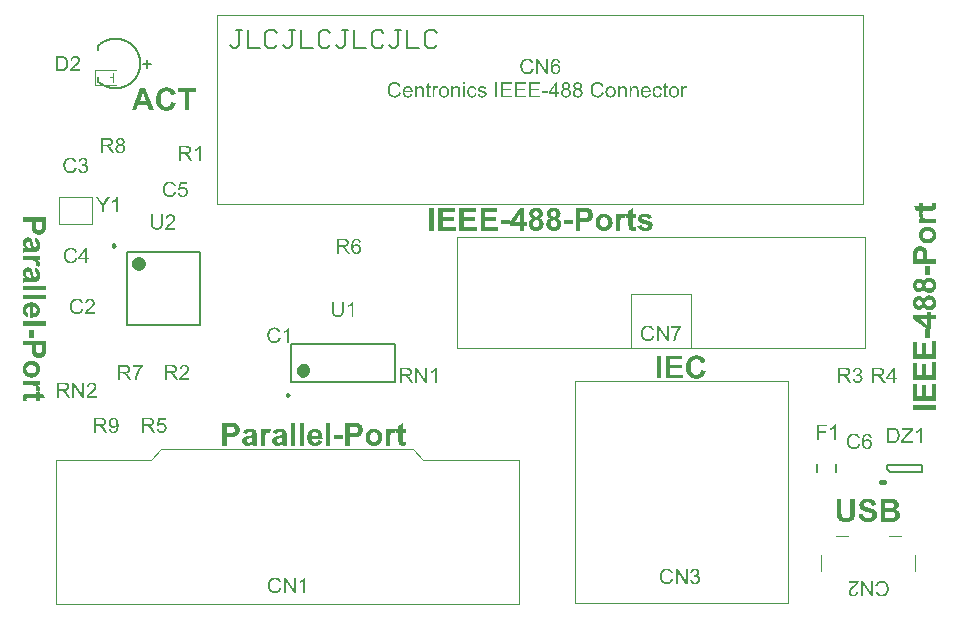
<source format=gto>
G04*
G04 #@! TF.GenerationSoftware,Altium Limited,Altium Designer,21.0.9 (235)*
G04*
G04 Layer_Color=65535*
%FSLAX25Y25*%
%MOIN*%
G70*
G04*
G04 #@! TF.SameCoordinates,60D4D8CC-B230-41AC-86C1-82D58538490A*
G04*
G04*
G04 #@! TF.FilePolarity,Positive*
G04*
G01*
G75*
%ADD10C,0.02362*%
%ADD11C,0.00984*%
%ADD12C,0.00591*%
%ADD13C,0.01575*%
%ADD14C,0.00787*%
%ADD15C,0.00394*%
G36*
X91166Y173003D02*
X91205D01*
X91254Y172997D01*
X91303D01*
X91423Y172981D01*
X91554Y172965D01*
X91707Y172937D01*
X91871Y172905D01*
X92045Y172861D01*
X92231Y172806D01*
X92417Y172741D01*
X92608Y172659D01*
X92794Y172566D01*
X92979Y172457D01*
X93154Y172331D01*
X93323Y172184D01*
X93328Y172178D01*
X93345Y172162D01*
X93372Y172135D01*
X93405Y172097D01*
X93449Y172047D01*
X93498Y171982D01*
X93552Y171911D01*
X93612Y171829D01*
X93673Y171736D01*
X93738Y171633D01*
X93804Y171518D01*
X93869Y171398D01*
X93929Y171261D01*
X93989Y171119D01*
X94049Y170961D01*
X94098Y170797D01*
X92586Y170437D01*
Y170442D01*
X92580Y170464D01*
X92570Y170491D01*
X92559Y170535D01*
X92542Y170584D01*
X92520Y170639D01*
X92493Y170704D01*
X92466Y170770D01*
X92389Y170917D01*
X92340Y170994D01*
X92291Y171070D01*
X92237Y171147D01*
X92171Y171223D01*
X92100Y171294D01*
X92024Y171360D01*
X92018Y171365D01*
X92007Y171376D01*
X91980Y171392D01*
X91947Y171414D01*
X91909Y171441D01*
X91860Y171469D01*
X91800Y171501D01*
X91740Y171534D01*
X91663Y171562D01*
X91587Y171594D01*
X91500Y171622D01*
X91412Y171649D01*
X91314Y171671D01*
X91210Y171687D01*
X91106Y171698D01*
X90992Y171703D01*
X90953D01*
X90910Y171698D01*
X90855Y171693D01*
X90784Y171687D01*
X90702Y171671D01*
X90610Y171654D01*
X90511Y171627D01*
X90402Y171594D01*
X90293Y171556D01*
X90178Y171507D01*
X90064Y171447D01*
X89954Y171376D01*
X89840Y171299D01*
X89736Y171207D01*
X89632Y171097D01*
X89627Y171092D01*
X89610Y171070D01*
X89583Y171032D01*
X89550Y170983D01*
X89512Y170917D01*
X89468Y170835D01*
X89419Y170742D01*
X89376Y170628D01*
X89326Y170502D01*
X89277Y170355D01*
X89234Y170196D01*
X89195Y170022D01*
X89163Y169825D01*
X89135Y169618D01*
X89119Y169388D01*
X89113Y169143D01*
Y169137D01*
Y169126D01*
Y169105D01*
Y169083D01*
Y169044D01*
X89119Y169006D01*
Y168963D01*
X89124Y168908D01*
X89130Y168793D01*
X89141Y168657D01*
X89157Y168509D01*
X89179Y168351D01*
X89206Y168187D01*
X89239Y168018D01*
X89283Y167849D01*
X89332Y167679D01*
X89386Y167521D01*
X89457Y167368D01*
X89534Y167232D01*
X89627Y167106D01*
X89632Y167101D01*
X89648Y167079D01*
X89681Y167051D01*
X89719Y167013D01*
X89769Y166964D01*
X89834Y166915D01*
X89905Y166860D01*
X89987Y166806D01*
X90080Y166746D01*
X90178Y166691D01*
X90287Y166642D01*
X90407Y166593D01*
X90533Y166555D01*
X90670Y166527D01*
X90812Y166506D01*
X90964Y166500D01*
X91024D01*
X91068Y166506D01*
X91117Y166511D01*
X91177Y166522D01*
X91248Y166533D01*
X91325Y166549D01*
X91401Y166566D01*
X91483Y166593D01*
X91570Y166626D01*
X91658Y166664D01*
X91751Y166708D01*
X91838Y166757D01*
X91925Y166817D01*
X92007Y166882D01*
X92013Y166888D01*
X92029Y166899D01*
X92051Y166926D01*
X92078Y166959D01*
X92116Y166997D01*
X92160Y167051D01*
X92204Y167112D01*
X92253Y167183D01*
X92302Y167259D01*
X92357Y167352D01*
X92411Y167450D01*
X92460Y167559D01*
X92510Y167685D01*
X92559Y167810D01*
X92602Y167952D01*
X92641Y168105D01*
X94120Y167636D01*
Y167630D01*
X94115Y167619D01*
X94109Y167603D01*
X94104Y167581D01*
X94093Y167554D01*
X94082Y167516D01*
X94055Y167434D01*
X94016Y167330D01*
X93967Y167210D01*
X93913Y167079D01*
X93847Y166942D01*
X93776Y166795D01*
X93694Y166642D01*
X93602Y166489D01*
X93498Y166336D01*
X93383Y166189D01*
X93263Y166047D01*
X93126Y165916D01*
X92985Y165796D01*
X92974Y165790D01*
X92946Y165768D01*
X92903Y165741D01*
X92843Y165703D01*
X92766Y165659D01*
X92673Y165605D01*
X92564Y165550D01*
X92439Y165495D01*
X92302Y165441D01*
X92149Y165386D01*
X91985Y165337D01*
X91805Y165288D01*
X91620Y165250D01*
X91418Y165222D01*
X91205Y165201D01*
X90981Y165195D01*
X90915D01*
X90877Y165201D01*
X90833D01*
X90784Y165206D01*
X90730Y165211D01*
X90670Y165217D01*
X90604Y165228D01*
X90451Y165250D01*
X90287Y165282D01*
X90107Y165326D01*
X89916Y165375D01*
X89714Y165446D01*
X89512Y165528D01*
X89299Y165627D01*
X89097Y165747D01*
X88890Y165883D01*
X88791Y165960D01*
X88693Y166041D01*
X88600Y166129D01*
X88507Y166222D01*
Y166227D01*
X88497Y166233D01*
X88485Y166249D01*
X88464Y166271D01*
X88442Y166298D01*
X88420Y166331D01*
X88387Y166369D01*
X88354Y166413D01*
X88322Y166462D01*
X88283Y166516D01*
X88245Y166577D01*
X88202Y166642D01*
X88114Y166789D01*
X88027Y166959D01*
X87934Y167150D01*
X87847Y167357D01*
X87765Y167592D01*
X87694Y167843D01*
X87628Y168111D01*
X87585Y168400D01*
X87552Y168706D01*
X87546Y168870D01*
X87541Y169034D01*
Y169039D01*
Y169055D01*
Y169083D01*
Y169115D01*
X87546Y169159D01*
Y169214D01*
X87552Y169274D01*
X87557Y169345D01*
X87563Y169421D01*
X87568Y169503D01*
X87579Y169590D01*
X87590Y169683D01*
X87623Y169885D01*
X87661Y170104D01*
X87716Y170338D01*
X87776Y170579D01*
X87858Y170819D01*
X87950Y171065D01*
X88065Y171305D01*
X88191Y171534D01*
X88344Y171758D01*
X88425Y171862D01*
X88513Y171960D01*
X88518Y171966D01*
X88524Y171971D01*
X88540Y171987D01*
X88556Y172004D01*
X88611Y172058D01*
X88687Y172124D01*
X88786Y172206D01*
X88906Y172293D01*
X89042Y172386D01*
X89195Y172484D01*
X89370Y172582D01*
X89567Y172675D01*
X89774Y172768D01*
X90003Y172845D01*
X90249Y172910D01*
X90506Y172965D01*
X90784Y172997D01*
X90926Y173003D01*
X91074Y173008D01*
X91134D01*
X91166Y173003D01*
D02*
G37*
G36*
X100902Y171605D02*
X98663D01*
Y165326D01*
X97140D01*
Y171605D01*
X94896D01*
Y172883D01*
X100902D01*
Y171605D01*
D02*
G37*
G36*
X86995Y165326D02*
X85335D01*
X84680Y167041D01*
X81655D01*
X81033Y165326D01*
X79417D01*
X82349Y172883D01*
X83970D01*
X86995Y165326D01*
D02*
G37*
G36*
X190508Y174007D02*
X189889D01*
Y174717D01*
X190508D01*
Y174007D01*
D02*
G37*
G36*
X234847Y174801D02*
X234901Y174797D01*
X234967Y174793D01*
X235040Y174782D01*
X235123Y174771D01*
X235218Y174757D01*
X235316Y174735D01*
X235418Y174709D01*
X235524Y174680D01*
X235630Y174640D01*
X235735Y174597D01*
X235844Y174546D01*
X235946Y174487D01*
X236044Y174418D01*
X236052Y174415D01*
X236066Y174400D01*
X236095Y174378D01*
X236128Y174346D01*
X236172Y174309D01*
X236219Y174258D01*
X236270Y174204D01*
X236328Y174138D01*
X236387Y174065D01*
X236449Y173985D01*
X236507Y173894D01*
X236565Y173800D01*
X236623Y173694D01*
X236674Y173581D01*
X236725Y173461D01*
X236765Y173334D01*
X236110Y173181D01*
X236106Y173188D01*
X236103Y173206D01*
X236092Y173232D01*
X236077Y173272D01*
X236059Y173315D01*
X236037Y173366D01*
X236008Y173425D01*
X235979Y173486D01*
X235946Y173552D01*
X235906Y173617D01*
X235866Y173683D01*
X235819Y173752D01*
X235768Y173814D01*
X235717Y173876D01*
X235659Y173931D01*
X235597Y173981D01*
X235593Y173985D01*
X235582Y173992D01*
X235564Y174003D01*
X235539Y174021D01*
X235506Y174040D01*
X235466Y174062D01*
X235418Y174083D01*
X235367Y174109D01*
X235309Y174131D01*
X235247Y174153D01*
X235178Y174174D01*
X235105Y174193D01*
X235025Y174211D01*
X234942Y174222D01*
X234854Y174229D01*
X234759Y174233D01*
X234705D01*
X234665Y174229D01*
X234614Y174225D01*
X234556Y174218D01*
X234490Y174211D01*
X234421Y174196D01*
X234345Y174182D01*
X234268Y174163D01*
X234188Y174142D01*
X234104Y174116D01*
X234024Y174083D01*
X233944Y174043D01*
X233864Y174003D01*
X233788Y173952D01*
X233784Y173949D01*
X233769Y173941D01*
X233751Y173923D01*
X233726Y173901D01*
X233693Y173872D01*
X233657Y173839D01*
X233617Y173800D01*
X233573Y173756D01*
X233529Y173705D01*
X233482Y173650D01*
X233438Y173588D01*
X233395Y173519D01*
X233351Y173450D01*
X233311Y173374D01*
X233274Y173293D01*
X233242Y173206D01*
Y173203D01*
X233234Y173184D01*
X233227Y173159D01*
X233216Y173126D01*
X233205Y173082D01*
X233191Y173031D01*
X233180Y172973D01*
X233165Y172908D01*
X233151Y172838D01*
X233136Y172762D01*
X233121Y172682D01*
X233111Y172598D01*
X233092Y172424D01*
X233089Y172333D01*
X233085Y172238D01*
Y172231D01*
Y172209D01*
Y172176D01*
X233089Y172129D01*
X233092Y172074D01*
X233096Y172009D01*
X233100Y171936D01*
X233107Y171859D01*
X233118Y171772D01*
X233129Y171681D01*
X233165Y171495D01*
X233183Y171397D01*
X233209Y171302D01*
X233238Y171208D01*
X233271Y171117D01*
X233274Y171113D01*
X233278Y171095D01*
X233289Y171073D01*
X233307Y171040D01*
X233325Y171000D01*
X233351Y170953D01*
X233380Y170902D01*
X233413Y170847D01*
X233453Y170793D01*
X233496Y170735D01*
X233544Y170673D01*
X233595Y170615D01*
X233653Y170556D01*
X233715Y170502D01*
X233780Y170451D01*
X233853Y170403D01*
X233857Y170400D01*
X233871Y170392D01*
X233893Y170381D01*
X233922Y170367D01*
X233959Y170349D01*
X234002Y170327D01*
X234053Y170309D01*
X234108Y170287D01*
X234170Y170261D01*
X234235Y170243D01*
X234308Y170221D01*
X234381Y170203D01*
X234461Y170189D01*
X234541Y170178D01*
X234625Y170170D01*
X234709Y170167D01*
X234734D01*
X234763Y170170D01*
X234803D01*
X234851Y170178D01*
X234905Y170185D01*
X234971Y170192D01*
X235036Y170207D01*
X235109Y170225D01*
X235185Y170247D01*
X235265Y170272D01*
X235346Y170301D01*
X235426Y170338D01*
X235506Y170381D01*
X235582Y170432D01*
X235659Y170487D01*
X235662Y170491D01*
X235677Y170502D01*
X235695Y170520D01*
X235720Y170549D01*
X235753Y170582D01*
X235790Y170622D01*
X235830Y170673D01*
X235870Y170727D01*
X235913Y170793D01*
X235957Y170862D01*
X236004Y170942D01*
X236044Y171029D01*
X236088Y171120D01*
X236124Y171222D01*
X236157Y171328D01*
X236186Y171444D01*
X236853Y171277D01*
Y171273D01*
X236849Y171266D01*
X236845Y171255D01*
X236842Y171241D01*
X236838Y171222D01*
X236831Y171197D01*
X236812Y171142D01*
X236787Y171073D01*
X236758Y170997D01*
X236721Y170909D01*
X236678Y170815D01*
X236631Y170713D01*
X236576Y170611D01*
X236514Y170509D01*
X236445Y170403D01*
X236368Y170301D01*
X236285Y170203D01*
X236194Y170112D01*
X236095Y170025D01*
X236088Y170021D01*
X236070Y170007D01*
X236041Y169985D01*
X235997Y169959D01*
X235946Y169927D01*
X235881Y169890D01*
X235808Y169850D01*
X235724Y169810D01*
X235633Y169770D01*
X235531Y169730D01*
X235422Y169694D01*
X235306Y169661D01*
X235178Y169635D01*
X235047Y169614D01*
X234909Y169599D01*
X234763Y169595D01*
X234709D01*
X234683Y169599D01*
X234629D01*
X234559Y169606D01*
X234479Y169614D01*
X234388Y169624D01*
X234294Y169635D01*
X234188Y169653D01*
X234083Y169675D01*
X233970Y169704D01*
X233860Y169734D01*
X233751Y169774D01*
X233642Y169817D01*
X233537Y169868D01*
X233438Y169927D01*
X233431Y169930D01*
X233416Y169941D01*
X233391Y169963D01*
X233354Y169988D01*
X233311Y170021D01*
X233263Y170065D01*
X233209Y170112D01*
X233151Y170170D01*
X233089Y170236D01*
X233027Y170305D01*
X232961Y170385D01*
X232896Y170469D01*
X232834Y170563D01*
X232772Y170662D01*
X232714Y170771D01*
X232663Y170884D01*
Y170887D01*
X232659Y170891D01*
X232652Y170913D01*
X232637Y170946D01*
X232623Y170993D01*
X232601Y171051D01*
X232579Y171120D01*
X232554Y171201D01*
X232532Y171288D01*
X232506Y171386D01*
X232481Y171492D01*
X232459Y171601D01*
X232437Y171721D01*
X232423Y171841D01*
X232408Y171969D01*
X232401Y172100D01*
X232397Y172234D01*
Y172238D01*
Y172245D01*
Y172256D01*
Y172271D01*
Y172289D01*
X232401Y172311D01*
Y172365D01*
X232408Y172434D01*
X232412Y172515D01*
X232423Y172606D01*
X232434Y172704D01*
X232452Y172806D01*
X232470Y172915D01*
X232495Y173031D01*
X232525Y173148D01*
X232557Y173264D01*
X232597Y173381D01*
X232645Y173494D01*
X232696Y173607D01*
X232699Y173614D01*
X232710Y173632D01*
X232728Y173661D01*
X232750Y173705D01*
X232783Y173752D01*
X232819Y173807D01*
X232867Y173872D01*
X232918Y173938D01*
X232972Y174007D01*
X233038Y174083D01*
X233107Y174156D01*
X233183Y174229D01*
X233267Y174302D01*
X233354Y174371D01*
X233449Y174436D01*
X233551Y174498D01*
X233558Y174502D01*
X233576Y174513D01*
X233606Y174528D01*
X233649Y174546D01*
X233700Y174571D01*
X233762Y174597D01*
X233835Y174622D01*
X233911Y174651D01*
X233999Y174680D01*
X234093Y174706D01*
X234195Y174735D01*
X234301Y174757D01*
X234414Y174775D01*
X234530Y174790D01*
X234650Y174801D01*
X234774Y174804D01*
X234825D01*
X234847Y174801D01*
D02*
G37*
G36*
X167190Y174801D02*
X167245Y174797D01*
X167310Y174793D01*
X167383Y174782D01*
X167467Y174771D01*
X167561Y174757D01*
X167660Y174735D01*
X167762Y174709D01*
X167867Y174680D01*
X167973Y174640D01*
X168078Y174597D01*
X168188Y174546D01*
X168289Y174487D01*
X168388Y174418D01*
X168395Y174415D01*
X168410Y174400D01*
X168439Y174378D01*
X168472Y174346D01*
X168515Y174309D01*
X168562Y174258D01*
X168613Y174204D01*
X168672Y174138D01*
X168730Y174065D01*
X168792Y173985D01*
X168850Y173894D01*
X168908Y173800D01*
X168966Y173694D01*
X169018Y173581D01*
X169068Y173461D01*
X169108Y173334D01*
X168453Y173181D01*
X168450Y173188D01*
X168446Y173206D01*
X168435Y173232D01*
X168421Y173272D01*
X168402Y173315D01*
X168380Y173366D01*
X168351Y173424D01*
X168322Y173486D01*
X168289Y173552D01*
X168249Y173617D01*
X168209Y173683D01*
X168162Y173752D01*
X168111Y173814D01*
X168060Y173876D01*
X168002Y173931D01*
X167940Y173981D01*
X167936Y173985D01*
X167926Y173992D01*
X167907Y174003D01*
X167882Y174021D01*
X167849Y174040D01*
X167809Y174062D01*
X167762Y174083D01*
X167711Y174109D01*
X167652Y174131D01*
X167591Y174153D01*
X167521Y174174D01*
X167449Y174193D01*
X167369Y174211D01*
X167285Y174222D01*
X167198Y174229D01*
X167103Y174233D01*
X167048D01*
X167008Y174229D01*
X166957Y174225D01*
X166899Y174218D01*
X166833Y174211D01*
X166764Y174196D01*
X166688Y174182D01*
X166611Y174163D01*
X166531Y174142D01*
X166448Y174116D01*
X166368Y174083D01*
X166288Y174043D01*
X166207Y174003D01*
X166131Y173952D01*
X166127Y173949D01*
X166113Y173941D01*
X166095Y173923D01*
X166069Y173901D01*
X166036Y173872D01*
X166000Y173839D01*
X165960Y173800D01*
X165916Y173756D01*
X165873Y173705D01*
X165825Y173650D01*
X165781Y173588D01*
X165738Y173519D01*
X165694Y173450D01*
X165654Y173374D01*
X165618Y173293D01*
X165585Y173206D01*
Y173203D01*
X165578Y173184D01*
X165570Y173159D01*
X165559Y173126D01*
X165549Y173082D01*
X165534Y173031D01*
X165523Y172973D01*
X165508Y172908D01*
X165494Y172838D01*
X165479Y172762D01*
X165465Y172682D01*
X165454Y172598D01*
X165436Y172424D01*
X165432Y172333D01*
X165428Y172238D01*
Y172231D01*
Y172209D01*
Y172176D01*
X165432Y172129D01*
X165436Y172074D01*
X165439Y172009D01*
X165443Y171936D01*
X165450Y171859D01*
X165461Y171772D01*
X165472Y171681D01*
X165508Y171495D01*
X165527Y171397D01*
X165552Y171302D01*
X165581Y171208D01*
X165614Y171117D01*
X165618Y171113D01*
X165621Y171095D01*
X165632Y171073D01*
X165650Y171040D01*
X165669Y171000D01*
X165694Y170953D01*
X165723Y170902D01*
X165756Y170847D01*
X165796Y170793D01*
X165840Y170735D01*
X165887Y170673D01*
X165938Y170615D01*
X165996Y170556D01*
X166058Y170502D01*
X166124Y170451D01*
X166197Y170403D01*
X166200Y170400D01*
X166215Y170392D01*
X166236Y170381D01*
X166266Y170367D01*
X166302Y170349D01*
X166346Y170327D01*
X166397Y170309D01*
X166451Y170287D01*
X166513Y170261D01*
X166579Y170243D01*
X166651Y170221D01*
X166724Y170203D01*
X166804Y170189D01*
X166884Y170178D01*
X166968Y170170D01*
X167052Y170167D01*
X167077D01*
X167106Y170170D01*
X167147D01*
X167194Y170178D01*
X167248Y170185D01*
X167314Y170192D01*
X167379Y170207D01*
X167452Y170225D01*
X167529Y170247D01*
X167609Y170272D01*
X167689Y170301D01*
X167769Y170338D01*
X167849Y170381D01*
X167926Y170432D01*
X168002Y170487D01*
X168006Y170491D01*
X168020Y170502D01*
X168038Y170520D01*
X168064Y170549D01*
X168097Y170582D01*
X168133Y170622D01*
X168173Y170673D01*
X168213Y170727D01*
X168257Y170793D01*
X168300Y170862D01*
X168348Y170942D01*
X168388Y171029D01*
X168431Y171120D01*
X168468Y171222D01*
X168501Y171328D01*
X168530Y171444D01*
X169196Y171277D01*
Y171273D01*
X169192Y171266D01*
X169189Y171255D01*
X169185Y171241D01*
X169181Y171222D01*
X169174Y171197D01*
X169156Y171142D01*
X169130Y171073D01*
X169101Y170997D01*
X169065Y170909D01*
X169021Y170815D01*
X168974Y170713D01*
X168919Y170611D01*
X168857Y170509D01*
X168788Y170403D01*
X168712Y170301D01*
X168628Y170203D01*
X168537Y170112D01*
X168439Y170025D01*
X168431Y170021D01*
X168413Y170007D01*
X168384Y169985D01*
X168340Y169959D01*
X168289Y169927D01*
X168224Y169890D01*
X168151Y169850D01*
X168067Y169810D01*
X167976Y169770D01*
X167875Y169730D01*
X167765Y169694D01*
X167649Y169661D01*
X167521Y169635D01*
X167390Y169614D01*
X167252Y169599D01*
X167106Y169595D01*
X167052D01*
X167026Y169599D01*
X166972D01*
X166903Y169606D01*
X166823Y169614D01*
X166732Y169624D01*
X166637Y169635D01*
X166531Y169653D01*
X166426Y169675D01*
X166313Y169704D01*
X166204Y169734D01*
X166095Y169774D01*
X165985Y169817D01*
X165880Y169868D01*
X165781Y169927D01*
X165774Y169930D01*
X165760Y169941D01*
X165734Y169963D01*
X165698Y169988D01*
X165654Y170021D01*
X165607Y170065D01*
X165552Y170112D01*
X165494Y170170D01*
X165432Y170236D01*
X165370Y170305D01*
X165305Y170385D01*
X165239Y170469D01*
X165177Y170563D01*
X165115Y170662D01*
X165057Y170771D01*
X165006Y170884D01*
Y170887D01*
X165003Y170891D01*
X164995Y170913D01*
X164981Y170946D01*
X164966Y170993D01*
X164944Y171051D01*
X164922Y171120D01*
X164897Y171201D01*
X164875Y171288D01*
X164850Y171386D01*
X164824Y171492D01*
X164802Y171601D01*
X164780Y171721D01*
X164766Y171841D01*
X164751Y171969D01*
X164744Y172100D01*
X164741Y172234D01*
Y172238D01*
Y172245D01*
Y172256D01*
Y172271D01*
Y172289D01*
X164744Y172311D01*
Y172365D01*
X164751Y172434D01*
X164755Y172515D01*
X164766Y172606D01*
X164777Y172704D01*
X164795Y172806D01*
X164813Y172915D01*
X164839Y173031D01*
X164868Y173148D01*
X164901Y173264D01*
X164941Y173381D01*
X164988Y173494D01*
X165039Y173607D01*
X165043Y173614D01*
X165053Y173632D01*
X165072Y173661D01*
X165094Y173705D01*
X165126Y173752D01*
X165163Y173807D01*
X165210Y173872D01*
X165261Y173938D01*
X165316Y174007D01*
X165381Y174083D01*
X165450Y174156D01*
X165527Y174229D01*
X165610Y174302D01*
X165698Y174371D01*
X165792Y174436D01*
X165894Y174498D01*
X165902Y174502D01*
X165920Y174513D01*
X165949Y174528D01*
X165993Y174546D01*
X166044Y174571D01*
X166105Y174597D01*
X166178Y174622D01*
X166255Y174651D01*
X166342Y174680D01*
X166437Y174706D01*
X166539Y174735D01*
X166644Y174757D01*
X166757Y174775D01*
X166874Y174790D01*
X166994Y174801D01*
X167117Y174804D01*
X167168D01*
X167190Y174801D01*
D02*
G37*
G36*
X247219Y173406D02*
X247256Y173403D01*
X247292Y173399D01*
X247336Y173395D01*
X247427Y173381D01*
X247529Y173359D01*
X247634Y173330D01*
X247740Y173290D01*
X247743D01*
X247751Y173286D01*
X247765Y173279D01*
X247787Y173268D01*
X247809Y173257D01*
X247834Y173243D01*
X247896Y173206D01*
X247962Y173162D01*
X248031Y173108D01*
X248096Y173046D01*
X248155Y172977D01*
Y172973D01*
X248162Y172970D01*
X248169Y172959D01*
X248177Y172944D01*
X248187Y172926D01*
X248202Y172904D01*
X248231Y172849D01*
X248264Y172784D01*
X248293Y172704D01*
X248322Y172617D01*
X248348Y172522D01*
Y172518D01*
Y172515D01*
X248351Y172504D01*
X248355Y172489D01*
Y172471D01*
X248359Y172445D01*
X248362Y172416D01*
X248366Y172383D01*
X248370Y172344D01*
X248373Y172300D01*
X248377Y172253D01*
Y172198D01*
X248380Y172136D01*
X248384Y172071D01*
Y171998D01*
Y171921D01*
Y169679D01*
X247765D01*
Y171896D01*
Y171899D01*
Y171914D01*
Y171932D01*
Y171958D01*
X247762Y171990D01*
Y172027D01*
X247758Y172067D01*
Y172107D01*
X247747Y172202D01*
X247736Y172292D01*
X247718Y172383D01*
X247707Y172424D01*
X247692Y172460D01*
Y172464D01*
X247689Y172467D01*
X247685Y172478D01*
X247678Y172493D01*
X247660Y172526D01*
X247634Y172569D01*
X247598Y172617D01*
X247554Y172667D01*
X247499Y172718D01*
X247434Y172762D01*
X247430D01*
X247427Y172766D01*
X247416Y172773D01*
X247401Y172780D01*
X247365Y172799D01*
X247314Y172820D01*
X247248Y172838D01*
X247176Y172857D01*
X247095Y172871D01*
X247005Y172875D01*
X246964D01*
X246939Y172871D01*
X246903Y172868D01*
X246863Y172860D01*
X246819Y172853D01*
X246772Y172842D01*
X246717Y172831D01*
X246662Y172813D01*
X246608Y172795D01*
X246550Y172769D01*
X246491Y172740D01*
X246433Y172707D01*
X246375Y172667D01*
X246320Y172624D01*
X246317Y172620D01*
X246309Y172613D01*
X246295Y172595D01*
X246276Y172573D01*
X246255Y172544D01*
X246229Y172507D01*
X246204Y172464D01*
X246178Y172409D01*
X246153Y172351D01*
X246127Y172282D01*
X246102Y172202D01*
X246080Y172114D01*
X246062Y172020D01*
X246047Y171914D01*
X246040Y171798D01*
X246036Y171670D01*
Y169679D01*
X245417D01*
Y173330D01*
X245974D01*
Y172809D01*
X245978Y172817D01*
X245993Y172835D01*
X246018Y172864D01*
X246047Y172904D01*
X246091Y172948D01*
X246142Y172999D01*
X246200Y173053D01*
X246269Y173111D01*
X246346Y173166D01*
X246433Y173221D01*
X246528Y173272D01*
X246633Y173315D01*
X246746Y173355D01*
X246866Y173384D01*
X246997Y173403D01*
X247135Y173410D01*
X247190D01*
X247219Y173406D01*
D02*
G37*
G36*
X243306D02*
X243343Y173403D01*
X243379Y173399D01*
X243423Y173395D01*
X243514Y173381D01*
X243616Y173359D01*
X243721Y173330D01*
X243827Y173290D01*
X243830D01*
X243838Y173286D01*
X243852Y173279D01*
X243874Y173268D01*
X243896Y173257D01*
X243921Y173243D01*
X243983Y173206D01*
X244049Y173162D01*
X244118Y173108D01*
X244183Y173046D01*
X244242Y172977D01*
Y172973D01*
X244249Y172970D01*
X244256Y172959D01*
X244264Y172944D01*
X244274Y172926D01*
X244289Y172904D01*
X244318Y172849D01*
X244351Y172784D01*
X244380Y172704D01*
X244409Y172617D01*
X244435Y172522D01*
Y172518D01*
Y172515D01*
X244438Y172504D01*
X244442Y172489D01*
Y172471D01*
X244446Y172445D01*
X244449Y172416D01*
X244453Y172383D01*
X244457Y172344D01*
X244460Y172300D01*
X244464Y172253D01*
Y172198D01*
X244467Y172136D01*
X244471Y172071D01*
Y171998D01*
Y171921D01*
Y169679D01*
X243852D01*
Y171896D01*
Y171899D01*
Y171914D01*
Y171932D01*
Y171958D01*
X243849Y171990D01*
Y172027D01*
X243845Y172067D01*
Y172107D01*
X243834Y172202D01*
X243823Y172292D01*
X243805Y172383D01*
X243794Y172424D01*
X243779Y172460D01*
Y172464D01*
X243776Y172467D01*
X243772Y172478D01*
X243765Y172493D01*
X243747Y172526D01*
X243721Y172569D01*
X243685Y172617D01*
X243641Y172667D01*
X243586Y172718D01*
X243521Y172762D01*
X243517D01*
X243514Y172766D01*
X243503Y172773D01*
X243488Y172780D01*
X243452Y172799D01*
X243401Y172820D01*
X243335Y172838D01*
X243263Y172857D01*
X243182Y172871D01*
X243092Y172875D01*
X243051D01*
X243026Y172871D01*
X242990Y172868D01*
X242950Y172860D01*
X242906Y172853D01*
X242859Y172842D01*
X242804Y172831D01*
X242749Y172813D01*
X242695Y172795D01*
X242636Y172769D01*
X242578Y172740D01*
X242520Y172707D01*
X242462Y172667D01*
X242407Y172624D01*
X242404Y172620D01*
X242396Y172613D01*
X242382Y172595D01*
X242364Y172573D01*
X242342Y172544D01*
X242316Y172507D01*
X242291Y172464D01*
X242265Y172409D01*
X242240Y172351D01*
X242214Y172282D01*
X242189Y172202D01*
X242167Y172114D01*
X242149Y172020D01*
X242134Y171914D01*
X242127Y171798D01*
X242123Y171670D01*
Y169679D01*
X241504D01*
Y173330D01*
X242061D01*
Y172809D01*
X242065Y172817D01*
X242080Y172835D01*
X242105Y172864D01*
X242134Y172904D01*
X242178Y172948D01*
X242229Y172999D01*
X242287Y173053D01*
X242356Y173111D01*
X242433Y173166D01*
X242520Y173221D01*
X242615Y173272D01*
X242720Y173315D01*
X242833Y173355D01*
X242953Y173384D01*
X243084Y173403D01*
X243222Y173410D01*
X243277D01*
X243306Y173406D01*
D02*
G37*
G36*
X187774Y173406D02*
X187811Y173403D01*
X187847Y173399D01*
X187891Y173395D01*
X187982Y173381D01*
X188084Y173359D01*
X188189Y173330D01*
X188295Y173290D01*
X188299D01*
X188306Y173286D01*
X188320Y173279D01*
X188342Y173268D01*
X188364Y173257D01*
X188390Y173243D01*
X188451Y173206D01*
X188517Y173162D01*
X188586Y173108D01*
X188652Y173046D01*
X188710Y172977D01*
Y172973D01*
X188717Y172970D01*
X188724Y172959D01*
X188732Y172944D01*
X188743Y172926D01*
X188757Y172904D01*
X188786Y172849D01*
X188819Y172784D01*
X188848Y172704D01*
X188877Y172617D01*
X188903Y172522D01*
Y172518D01*
Y172515D01*
X188906Y172504D01*
X188910Y172489D01*
Y172471D01*
X188914Y172445D01*
X188917Y172416D01*
X188921Y172383D01*
X188925Y172344D01*
X188928Y172300D01*
X188932Y172253D01*
Y172198D01*
X188936Y172136D01*
X188939Y172071D01*
Y171998D01*
Y171921D01*
Y169679D01*
X188320D01*
Y171896D01*
Y171899D01*
Y171914D01*
Y171932D01*
Y171958D01*
X188317Y171990D01*
Y172027D01*
X188313Y172067D01*
Y172107D01*
X188302Y172202D01*
X188291Y172292D01*
X188273Y172383D01*
X188262Y172424D01*
X188248Y172460D01*
Y172464D01*
X188244Y172467D01*
X188240Y172478D01*
X188233Y172493D01*
X188215Y172526D01*
X188189Y172569D01*
X188153Y172617D01*
X188109Y172667D01*
X188055Y172718D01*
X187989Y172762D01*
X187986D01*
X187982Y172766D01*
X187971Y172773D01*
X187956Y172780D01*
X187920Y172799D01*
X187869Y172820D01*
X187803Y172838D01*
X187731Y172857D01*
X187651Y172871D01*
X187560Y172875D01*
X187520D01*
X187494Y172871D01*
X187458Y172868D01*
X187418Y172860D01*
X187374Y172853D01*
X187327Y172842D01*
X187272Y172831D01*
X187217Y172813D01*
X187163Y172795D01*
X187105Y172769D01*
X187046Y172740D01*
X186988Y172707D01*
X186930Y172667D01*
X186875Y172624D01*
X186872Y172620D01*
X186864Y172613D01*
X186850Y172595D01*
X186832Y172573D01*
X186810Y172544D01*
X186784Y172507D01*
X186759Y172464D01*
X186733Y172409D01*
X186708Y172351D01*
X186682Y172282D01*
X186657Y172202D01*
X186635Y172114D01*
X186617Y172020D01*
X186602Y171914D01*
X186595Y171798D01*
X186591Y171670D01*
Y169679D01*
X185973D01*
Y173330D01*
X186530D01*
Y172809D01*
X186533Y172817D01*
X186548Y172835D01*
X186573Y172864D01*
X186602Y172904D01*
X186646Y172948D01*
X186697Y172999D01*
X186755Y173053D01*
X186824Y173111D01*
X186901Y173166D01*
X186988Y173221D01*
X187083Y173272D01*
X187188Y173315D01*
X187301Y173355D01*
X187421Y173384D01*
X187552Y173403D01*
X187691Y173410D01*
X187745D01*
X187774Y173406D01*
D02*
G37*
G36*
X175650D02*
X175686Y173403D01*
X175722Y173399D01*
X175766Y173395D01*
X175857Y173381D01*
X175959Y173359D01*
X176065Y173330D01*
X176170Y173290D01*
X176174D01*
X176181Y173286D01*
X176196Y173279D01*
X176217Y173268D01*
X176239Y173257D01*
X176265Y173243D01*
X176327Y173206D01*
X176392Y173162D01*
X176461Y173108D01*
X176527Y173046D01*
X176585Y172977D01*
Y172973D01*
X176592Y172970D01*
X176600Y172959D01*
X176607Y172944D01*
X176618Y172926D01*
X176632Y172904D01*
X176662Y172849D01*
X176694Y172784D01*
X176723Y172704D01*
X176752Y172617D01*
X176778Y172522D01*
Y172518D01*
Y172515D01*
X176782Y172504D01*
X176785Y172489D01*
Y172471D01*
X176789Y172445D01*
X176793Y172416D01*
X176796Y172383D01*
X176800Y172344D01*
X176803Y172300D01*
X176807Y172253D01*
Y172198D01*
X176811Y172136D01*
X176814Y172071D01*
Y171998D01*
Y171921D01*
Y169679D01*
X176196D01*
Y171896D01*
Y171899D01*
Y171914D01*
Y171932D01*
Y171958D01*
X176192Y171990D01*
Y172027D01*
X176188Y172067D01*
Y172107D01*
X176177Y172202D01*
X176166Y172292D01*
X176148Y172383D01*
X176137Y172424D01*
X176123Y172460D01*
Y172464D01*
X176119Y172467D01*
X176116Y172478D01*
X176108Y172493D01*
X176090Y172526D01*
X176065Y172569D01*
X176028Y172617D01*
X175984Y172667D01*
X175930Y172718D01*
X175864Y172762D01*
X175861D01*
X175857Y172766D01*
X175846Y172773D01*
X175832Y172780D01*
X175795Y172799D01*
X175744Y172820D01*
X175679Y172838D01*
X175606Y172857D01*
X175526Y172871D01*
X175435Y172875D01*
X175395D01*
X175369Y172871D01*
X175333Y172868D01*
X175293Y172860D01*
X175249Y172853D01*
X175202Y172842D01*
X175147Y172831D01*
X175093Y172813D01*
X175038Y172795D01*
X174980Y172769D01*
X174922Y172740D01*
X174863Y172707D01*
X174805Y172667D01*
X174750Y172624D01*
X174747Y172620D01*
X174740Y172613D01*
X174725Y172595D01*
X174707Y172573D01*
X174685Y172544D01*
X174660Y172507D01*
X174634Y172464D01*
X174609Y172409D01*
X174583Y172351D01*
X174558Y172282D01*
X174532Y172202D01*
X174510Y172114D01*
X174492Y172020D01*
X174478Y171914D01*
X174470Y171798D01*
X174467Y171670D01*
Y169679D01*
X173848D01*
Y173330D01*
X174405D01*
Y172809D01*
X174408Y172817D01*
X174423Y172835D01*
X174448Y172864D01*
X174478Y172904D01*
X174521Y172948D01*
X174572Y172999D01*
X174630Y173053D01*
X174699Y173111D01*
X174776Y173166D01*
X174863Y173221D01*
X174958Y173272D01*
X175064Y173315D01*
X175176Y173355D01*
X175296Y173384D01*
X175427Y173403D01*
X175566Y173410D01*
X175620D01*
X175650Y173406D01*
D02*
G37*
G36*
X264025Y173406D02*
X264054Y173403D01*
X264087Y173399D01*
X264123Y173392D01*
X264167Y173384D01*
X264214Y173374D01*
X264265Y173363D01*
X264371Y173326D01*
X264429Y173304D01*
X264487Y173275D01*
X264546Y173246D01*
X264608Y173210D01*
X264389Y172638D01*
X264386D01*
X264378Y172646D01*
X264367Y172649D01*
X264349Y172660D01*
X264331Y172668D01*
X264305Y172678D01*
X264247Y172704D01*
X264182Y172729D01*
X264105Y172748D01*
X264021Y172762D01*
X263938Y172769D01*
X263905D01*
X263865Y172762D01*
X263818Y172755D01*
X263763Y172740D01*
X263701Y172718D01*
X263639Y172686D01*
X263577Y172646D01*
X263570Y172638D01*
X263552Y172624D01*
X263523Y172595D01*
X263490Y172558D01*
X263450Y172511D01*
X263414Y172453D01*
X263377Y172383D01*
X263348Y172307D01*
Y172303D01*
X263344Y172292D01*
X263337Y172274D01*
X263334Y172249D01*
X263326Y172220D01*
X263315Y172183D01*
X263308Y172140D01*
X263297Y172096D01*
X263286Y172041D01*
X263279Y171987D01*
X263272Y171929D01*
X263261Y171867D01*
X263250Y171732D01*
X263246Y171586D01*
Y169679D01*
X262627D01*
Y173330D01*
X263184D01*
Y172769D01*
X263188Y172773D01*
X263195Y172788D01*
X263206Y172806D01*
X263221Y172831D01*
X263239Y172864D01*
X263261Y172900D01*
X263312Y172980D01*
X263374Y173064D01*
X263439Y173152D01*
X263472Y173188D01*
X263505Y173224D01*
X263541Y173257D01*
X263574Y173283D01*
X263577D01*
X263581Y173290D01*
X263592Y173293D01*
X263607Y173304D01*
X263643Y173323D01*
X263690Y173348D01*
X263752Y173370D01*
X263818Y173392D01*
X263890Y173406D01*
X263970Y173410D01*
X264003D01*
X264025Y173406D01*
D02*
G37*
G36*
X181110Y173406D02*
X181139Y173403D01*
X181171Y173399D01*
X181208Y173392D01*
X181252Y173384D01*
X181299Y173374D01*
X181350Y173363D01*
X181455Y173326D01*
X181514Y173304D01*
X181572Y173275D01*
X181630Y173246D01*
X181692Y173210D01*
X181474Y172638D01*
X181470D01*
X181463Y172646D01*
X181452Y172649D01*
X181433Y172660D01*
X181415Y172667D01*
X181390Y172678D01*
X181332Y172704D01*
X181266Y172729D01*
X181190Y172748D01*
X181106Y172762D01*
X181022Y172769D01*
X180989D01*
X180949Y172762D01*
X180902Y172755D01*
X180848Y172740D01*
X180786Y172718D01*
X180724Y172686D01*
X180662Y172646D01*
X180655Y172638D01*
X180636Y172624D01*
X180607Y172595D01*
X180575Y172558D01*
X180534Y172511D01*
X180498Y172453D01*
X180462Y172383D01*
X180432Y172307D01*
Y172303D01*
X180429Y172292D01*
X180422Y172274D01*
X180418Y172249D01*
X180411Y172220D01*
X180400Y172183D01*
X180393Y172140D01*
X180382Y172096D01*
X180371Y172041D01*
X180363Y171987D01*
X180356Y171929D01*
X180345Y171867D01*
X180334Y171732D01*
X180331Y171586D01*
Y169679D01*
X179712D01*
Y173330D01*
X180269D01*
Y172769D01*
X180272Y172773D01*
X180280Y172788D01*
X180291Y172806D01*
X180305Y172831D01*
X180323Y172864D01*
X180345Y172900D01*
X180396Y172980D01*
X180458Y173064D01*
X180524Y173152D01*
X180556Y173188D01*
X180589Y173224D01*
X180625Y173257D01*
X180658Y173283D01*
X180662D01*
X180666Y173290D01*
X180676Y173293D01*
X180691Y173304D01*
X180727Y173323D01*
X180775Y173348D01*
X180837Y173370D01*
X180902Y173392D01*
X180975Y173406D01*
X181055Y173410D01*
X181088D01*
X181110Y173406D01*
D02*
G37*
G36*
X196274Y173406D02*
X196318Y173403D01*
X196368Y173399D01*
X196423Y173395D01*
X196478Y173388D01*
X196539Y173381D01*
X196667Y173359D01*
X196798Y173326D01*
X196922Y173286D01*
X196925D01*
X196936Y173279D01*
X196955Y173275D01*
X196976Y173264D01*
X197002Y173250D01*
X197031Y173235D01*
X197104Y173199D01*
X197180Y173152D01*
X197260Y173093D01*
X197333Y173028D01*
X197369Y172991D01*
X197399Y172951D01*
X197402Y172948D01*
X197406Y172940D01*
X197413Y172930D01*
X197424Y172911D01*
X197439Y172893D01*
X197453Y172868D01*
X197468Y172835D01*
X197486Y172802D01*
X197504Y172762D01*
X197522Y172722D01*
X197540Y172675D01*
X197555Y172624D01*
X197573Y172569D01*
X197591Y172515D01*
X197617Y172387D01*
X197013Y172303D01*
Y172307D01*
X197009Y172314D01*
Y172329D01*
X197002Y172351D01*
X196998Y172373D01*
X196987Y172402D01*
X196965Y172464D01*
X196933Y172533D01*
X196893Y172606D01*
X196838Y172678D01*
X196805Y172711D01*
X196769Y172740D01*
X196765Y172744D01*
X196762Y172748D01*
X196747Y172755D01*
X196732Y172766D01*
X196711Y172777D01*
X196689Y172791D01*
X196660Y172806D01*
X196627Y172820D01*
X196587Y172835D01*
X196547Y172849D01*
X196500Y172864D01*
X196452Y172875D01*
X196398Y172886D01*
X196339Y172893D01*
X196277Y172900D01*
X196172D01*
X196143Y172897D01*
X196106D01*
X196066Y172893D01*
X196023Y172889D01*
X195975Y172882D01*
X195873Y172868D01*
X195772Y172842D01*
X195724Y172824D01*
X195680Y172806D01*
X195637Y172784D01*
X195600Y172758D01*
X195597D01*
X195593Y172751D01*
X195571Y172733D01*
X195542Y172704D01*
X195509Y172664D01*
X195477Y172617D01*
X195448Y172562D01*
X195426Y172500D01*
X195422Y172464D01*
X195418Y172431D01*
Y172427D01*
Y172409D01*
X195422Y172387D01*
X195429Y172358D01*
X195437Y172325D01*
X195448Y172289D01*
X195466Y172249D01*
X195491Y172212D01*
X195495Y172209D01*
X195506Y172198D01*
X195524Y172180D01*
X195549Y172154D01*
X195582Y172129D01*
X195626Y172103D01*
X195673Y172074D01*
X195731Y172049D01*
X195735D01*
X195742Y172045D01*
X195753Y172041D01*
X195768Y172038D01*
X195786Y172030D01*
X195808Y172027D01*
X195833Y172016D01*
X195866Y172009D01*
X195906Y171998D01*
X195950Y171983D01*
X196001Y171969D01*
X196059Y171954D01*
X196125Y171936D01*
X196201Y171914D01*
X196281Y171892D01*
X196285D01*
X196288Y171888D01*
X196310Y171885D01*
X196343Y171874D01*
X196387Y171863D01*
X196441Y171848D01*
X196503Y171830D01*
X196572Y171812D01*
X196641Y171790D01*
X196794Y171747D01*
X196947Y171696D01*
X197016Y171674D01*
X197085Y171648D01*
X197144Y171626D01*
X197198Y171605D01*
X197202D01*
X197209Y171601D01*
X197224Y171594D01*
X197242Y171583D01*
X197264Y171572D01*
X197289Y171557D01*
X197348Y171521D01*
X197413Y171474D01*
X197479Y171419D01*
X197544Y171353D01*
X197606Y171277D01*
Y171273D01*
X197613Y171266D01*
X197621Y171255D01*
X197628Y171241D01*
X197642Y171219D01*
X197653Y171193D01*
X197668Y171164D01*
X197682Y171131D01*
X197693Y171095D01*
X197708Y171055D01*
X197733Y170968D01*
X197748Y170866D01*
X197755Y170753D01*
Y170749D01*
Y170738D01*
Y170724D01*
X197752Y170702D01*
Y170673D01*
X197744Y170640D01*
X197741Y170604D01*
X197733Y170563D01*
X197712Y170476D01*
X197679Y170378D01*
X197657Y170327D01*
X197635Y170272D01*
X197606Y170221D01*
X197573Y170170D01*
X197570Y170167D01*
X197566Y170159D01*
X197555Y170145D01*
X197540Y170127D01*
X197522Y170101D01*
X197497Y170076D01*
X197471Y170047D01*
X197439Y170014D01*
X197406Y169981D01*
X197366Y169948D01*
X197322Y169912D01*
X197275Y169876D01*
X197224Y169843D01*
X197169Y169810D01*
X197111Y169777D01*
X197049Y169748D01*
X197046D01*
X197035Y169741D01*
X197016Y169734D01*
X196991Y169726D01*
X196958Y169715D01*
X196918Y169701D01*
X196874Y169686D01*
X196827Y169675D01*
X196773Y169661D01*
X196714Y169646D01*
X196649Y169635D01*
X196583Y169621D01*
X196438Y169606D01*
X196281Y169599D01*
X196248D01*
X196212Y169603D01*
X196165D01*
X196103Y169610D01*
X196037Y169614D01*
X195961Y169624D01*
X195877Y169635D01*
X195790Y169650D01*
X195702Y169672D01*
X195611Y169694D01*
X195520Y169723D01*
X195433Y169755D01*
X195346Y169796D01*
X195265Y169843D01*
X195193Y169894D01*
X195189Y169897D01*
X195178Y169908D01*
X195156Y169927D01*
X195134Y169948D01*
X195105Y169981D01*
X195069Y170018D01*
X195033Y170061D01*
X194996Y170116D01*
X194956Y170174D01*
X194912Y170236D01*
X194876Y170309D01*
X194836Y170389D01*
X194800Y170473D01*
X194771Y170567D01*
X194741Y170665D01*
X194720Y170771D01*
X195331Y170866D01*
Y170862D01*
X195335Y170851D01*
X195338Y170829D01*
X195342Y170804D01*
X195349Y170775D01*
X195360Y170738D01*
X195371Y170698D01*
X195386Y170658D01*
X195422Y170567D01*
X195473Y170473D01*
X195502Y170425D01*
X195535Y170381D01*
X195575Y170342D01*
X195615Y170301D01*
X195619Y170298D01*
X195626Y170294D01*
X195640Y170283D01*
X195659Y170272D01*
X195684Y170258D01*
X195713Y170240D01*
X195746Y170221D01*
X195786Y170207D01*
X195830Y170189D01*
X195881Y170170D01*
X195935Y170152D01*
X195993Y170138D01*
X196059Y170127D01*
X196128Y170116D01*
X196201Y170112D01*
X196277Y170108D01*
X196318D01*
X196347Y170112D01*
X196383D01*
X196423Y170119D01*
X196467Y170123D01*
X196518Y170130D01*
X196620Y170152D01*
X196725Y170181D01*
X196823Y170225D01*
X196871Y170250D01*
X196911Y170280D01*
X196914Y170283D01*
X196918Y170287D01*
X196929Y170298D01*
X196944Y170312D01*
X196976Y170349D01*
X197016Y170396D01*
X197053Y170454D01*
X197085Y170527D01*
X197100Y170563D01*
X197111Y170604D01*
X197115Y170644D01*
X197118Y170687D01*
Y170691D01*
Y170698D01*
Y170709D01*
X197115Y170720D01*
X197107Y170760D01*
X197096Y170807D01*
X197075Y170858D01*
X197042Y170913D01*
X197020Y170938D01*
X196994Y170968D01*
X196965Y170993D01*
X196933Y171015D01*
X196925Y171019D01*
X196918Y171022D01*
X196907Y171029D01*
X196889Y171037D01*
X196867Y171048D01*
X196838Y171059D01*
X196809Y171073D01*
X196769Y171088D01*
X196725Y171102D01*
X196671Y171120D01*
X196612Y171139D01*
X196547Y171157D01*
X196474Y171179D01*
X196390Y171201D01*
X196299Y171222D01*
X196296D01*
X196292Y171226D01*
X196270Y171230D01*
X196234Y171241D01*
X196190Y171251D01*
X196132Y171266D01*
X196070Y171284D01*
X196001Y171302D01*
X195924Y171324D01*
X195768Y171372D01*
X195611Y171423D01*
X195538Y171448D01*
X195469Y171474D01*
X195407Y171499D01*
X195353Y171521D01*
X195349D01*
X195342Y171528D01*
X195327Y171535D01*
X195309Y171543D01*
X195287Y171557D01*
X195262Y171572D01*
X195204Y171612D01*
X195142Y171659D01*
X195076Y171717D01*
X195011Y171787D01*
X194956Y171867D01*
Y171870D01*
X194949Y171878D01*
X194945Y171888D01*
X194934Y171907D01*
X194923Y171925D01*
X194912Y171950D01*
X194902Y171979D01*
X194891Y172012D01*
X194865Y172085D01*
X194843Y172169D01*
X194829Y172260D01*
X194821Y172358D01*
Y172362D01*
Y172369D01*
Y172383D01*
X194825Y172398D01*
Y172420D01*
X194829Y172445D01*
X194836Y172507D01*
X194847Y172576D01*
X194869Y172653D01*
X194894Y172729D01*
X194931Y172809D01*
Y172813D01*
X194934Y172820D01*
X194942Y172831D01*
X194952Y172846D01*
X194978Y172882D01*
X195011Y172930D01*
X195054Y172984D01*
X195109Y173042D01*
X195167Y173101D01*
X195236Y173155D01*
X195244Y173159D01*
X195262Y173173D01*
X195295Y173192D01*
X195342Y173217D01*
X195397Y173246D01*
X195462Y173275D01*
X195542Y173304D01*
X195630Y173334D01*
X195633D01*
X195640Y173337D01*
X195655Y173341D01*
X195673Y173345D01*
X195695Y173352D01*
X195724Y173359D01*
X195757Y173366D01*
X195790Y173374D01*
X195870Y173384D01*
X195961Y173399D01*
X196059Y173406D01*
X196165Y173410D01*
X196237D01*
X196274Y173406D01*
D02*
G37*
G36*
X254776Y173406D02*
X254816D01*
X254867Y173399D01*
X254925Y173396D01*
X254991Y173384D01*
X255063Y173374D01*
X255140Y173355D01*
X255216Y173337D01*
X255296Y173312D01*
X255380Y173283D01*
X255460Y173250D01*
X255540Y173206D01*
X255617Y173162D01*
X255690Y173108D01*
X255693Y173104D01*
X255708Y173093D01*
X255726Y173075D01*
X255751Y173053D01*
X255781Y173021D01*
X255817Y172984D01*
X255853Y172941D01*
X255893Y172889D01*
X255933Y172831D01*
X255973Y172766D01*
X256017Y172697D01*
X256053Y172620D01*
X256094Y172540D01*
X256126Y172449D01*
X256155Y172358D01*
X256177Y172256D01*
X255577Y172165D01*
Y172169D01*
X255573Y172180D01*
X255566Y172202D01*
X255558Y172223D01*
X255551Y172256D01*
X255537Y172289D01*
X255522Y172329D01*
X255507Y172369D01*
X255464Y172460D01*
X255409Y172551D01*
X255347Y172638D01*
X255311Y172678D01*
X255271Y172715D01*
X255267Y172718D01*
X255260Y172722D01*
X255249Y172733D01*
X255231Y172744D01*
X255213Y172758D01*
X255187Y172773D01*
X255158Y172791D01*
X255122Y172809D01*
X255045Y172842D01*
X254958Y172871D01*
X254856Y172893D01*
X254801Y172897D01*
X254743Y172900D01*
X254721D01*
X254699Y172897D01*
X254667D01*
X254627Y172889D01*
X254579Y172882D01*
X254528Y172871D01*
X254474Y172860D01*
X254415Y172842D01*
X254354Y172820D01*
X254292Y172791D01*
X254226Y172758D01*
X254164Y172722D01*
X254102Y172675D01*
X254044Y172624D01*
X253986Y172565D01*
X253982Y172562D01*
X253975Y172551D01*
X253960Y172529D01*
X253942Y172504D01*
X253917Y172467D01*
X253895Y172420D01*
X253866Y172369D01*
X253840Y172307D01*
X253815Y172238D01*
X253786Y172161D01*
X253764Y172074D01*
X253742Y171976D01*
X253720Y171874D01*
X253706Y171761D01*
X253698Y171637D01*
X253695Y171506D01*
Y171503D01*
Y171499D01*
Y171488D01*
Y171474D01*
X253698Y171437D01*
Y171386D01*
X253702Y171324D01*
X253709Y171255D01*
X253717Y171179D01*
X253731Y171099D01*
X253746Y171011D01*
X253764Y170924D01*
X253786Y170833D01*
X253815Y170746D01*
X253844Y170662D01*
X253884Y170582D01*
X253924Y170505D01*
X253975Y170440D01*
X253979Y170436D01*
X253990Y170425D01*
X254004Y170411D01*
X254026Y170389D01*
X254055Y170363D01*
X254088Y170334D01*
X254128Y170305D01*
X254172Y170276D01*
X254223Y170243D01*
X254277Y170214D01*
X254339Y170185D01*
X254405Y170159D01*
X254474Y170138D01*
X254547Y170123D01*
X254627Y170112D01*
X254710Y170108D01*
X254747D01*
X254772Y170112D01*
X254801Y170116D01*
X254838Y170120D01*
X254878Y170127D01*
X254922Y170138D01*
X255020Y170163D01*
X255071Y170181D01*
X255122Y170203D01*
X255173Y170229D01*
X255224Y170258D01*
X255271Y170291D01*
X255318Y170331D01*
X255322Y170334D01*
X255329Y170342D01*
X255340Y170356D01*
X255358Y170374D01*
X255377Y170396D01*
X255398Y170425D01*
X255424Y170462D01*
X255449Y170502D01*
X255475Y170545D01*
X255500Y170596D01*
X255526Y170651D01*
X255551Y170716D01*
X255577Y170782D01*
X255595Y170855D01*
X255613Y170935D01*
X255628Y171019D01*
X256236Y170935D01*
Y170928D01*
X256232Y170906D01*
X256225Y170873D01*
X256214Y170829D01*
X256199Y170778D01*
X256181Y170716D01*
X256159Y170651D01*
X256134Y170574D01*
X256101Y170498D01*
X256064Y170418D01*
X256024Y170338D01*
X255977Y170254D01*
X255923Y170174D01*
X255864Y170094D01*
X255795Y170021D01*
X255722Y169952D01*
X255719Y169948D01*
X255704Y169937D01*
X255682Y169919D01*
X255649Y169897D01*
X255609Y169872D01*
X255562Y169839D01*
X255507Y169810D01*
X255442Y169777D01*
X255373Y169741D01*
X255296Y169712D01*
X255213Y169683D01*
X255125Y169653D01*
X255031Y169632D01*
X254929Y169614D01*
X254823Y169603D01*
X254714Y169599D01*
X254681D01*
X254641Y169603D01*
X254590Y169606D01*
X254528Y169614D01*
X254456Y169624D01*
X254372Y169639D01*
X254285Y169661D01*
X254190Y169686D01*
X254092Y169719D01*
X253993Y169759D01*
X253891Y169806D01*
X253793Y169861D01*
X253695Y169927D01*
X253600Y169999D01*
X253513Y170087D01*
X253509Y170094D01*
X253495Y170108D01*
X253469Y170138D01*
X253444Y170178D01*
X253407Y170229D01*
X253367Y170291D01*
X253327Y170363D01*
X253287Y170443D01*
X253243Y170538D01*
X253203Y170644D01*
X253163Y170760D01*
X253131Y170884D01*
X253101Y171019D01*
X253076Y171164D01*
X253061Y171321D01*
X253058Y171488D01*
Y171495D01*
Y171514D01*
Y171546D01*
X253061Y171586D01*
X253065Y171637D01*
X253069Y171699D01*
X253072Y171765D01*
X253083Y171837D01*
X253091Y171918D01*
X253105Y172001D01*
X253138Y172172D01*
X253160Y172263D01*
X253189Y172351D01*
X253218Y172438D01*
X253251Y172522D01*
X253254Y172526D01*
X253262Y172540D01*
X253273Y172565D01*
X253287Y172595D01*
X253309Y172631D01*
X253334Y172675D01*
X253364Y172722D01*
X253400Y172773D01*
X253440Y172824D01*
X253484Y172879D01*
X253531Y172937D01*
X253586Y172991D01*
X253644Y173042D01*
X253706Y173097D01*
X253775Y173144D01*
X253848Y173188D01*
X253851Y173192D01*
X253866Y173199D01*
X253888Y173210D01*
X253917Y173224D01*
X253953Y173239D01*
X254001Y173257D01*
X254051Y173279D01*
X254106Y173301D01*
X254168Y173319D01*
X254237Y173341D01*
X254306Y173359D01*
X254383Y173377D01*
X254463Y173388D01*
X254547Y173399D01*
X254630Y173406D01*
X254718Y173410D01*
X254743D01*
X254776Y173406D01*
D02*
G37*
G36*
X192980Y173406D02*
X193020D01*
X193071Y173399D01*
X193129Y173395D01*
X193194Y173384D01*
X193267Y173374D01*
X193344Y173355D01*
X193420Y173337D01*
X193500Y173312D01*
X193584Y173283D01*
X193664Y173250D01*
X193744Y173206D01*
X193820Y173162D01*
X193893Y173108D01*
X193897Y173104D01*
X193911Y173093D01*
X193930Y173075D01*
X193955Y173053D01*
X193984Y173021D01*
X194021Y172984D01*
X194057Y172940D01*
X194097Y172889D01*
X194137Y172831D01*
X194177Y172766D01*
X194221Y172697D01*
X194257Y172620D01*
X194297Y172540D01*
X194330Y172449D01*
X194359Y172358D01*
X194381Y172256D01*
X193780Y172165D01*
Y172169D01*
X193777Y172180D01*
X193770Y172202D01*
X193762Y172223D01*
X193755Y172256D01*
X193740Y172289D01*
X193726Y172329D01*
X193711Y172369D01*
X193668Y172460D01*
X193613Y172551D01*
X193551Y172638D01*
X193515Y172678D01*
X193475Y172715D01*
X193471Y172718D01*
X193464Y172722D01*
X193453Y172733D01*
X193435Y172744D01*
X193416Y172758D01*
X193391Y172773D01*
X193362Y172791D01*
X193325Y172809D01*
X193249Y172842D01*
X193162Y172871D01*
X193060Y172893D01*
X193005Y172897D01*
X192947Y172900D01*
X192925D01*
X192903Y172897D01*
X192870D01*
X192830Y172889D01*
X192783Y172882D01*
X192732Y172871D01*
X192677Y172860D01*
X192619Y172842D01*
X192557Y172820D01*
X192496Y172791D01*
X192430Y172758D01*
X192368Y172722D01*
X192306Y172675D01*
X192248Y172624D01*
X192190Y172565D01*
X192186Y172562D01*
X192179Y172551D01*
X192164Y172529D01*
X192146Y172504D01*
X192121Y172467D01*
X192099Y172420D01*
X192070Y172369D01*
X192044Y172307D01*
X192019Y172238D01*
X191990Y172161D01*
X191968Y172074D01*
X191946Y171976D01*
X191924Y171874D01*
X191909Y171761D01*
X191902Y171637D01*
X191899Y171506D01*
Y171503D01*
Y171499D01*
Y171488D01*
Y171474D01*
X191902Y171437D01*
Y171386D01*
X191906Y171324D01*
X191913Y171255D01*
X191920Y171179D01*
X191935Y171099D01*
X191949Y171011D01*
X191968Y170924D01*
X191990Y170833D01*
X192019Y170746D01*
X192048Y170662D01*
X192088Y170582D01*
X192128Y170505D01*
X192179Y170440D01*
X192182Y170436D01*
X192193Y170425D01*
X192208Y170411D01*
X192230Y170389D01*
X192259Y170363D01*
X192292Y170334D01*
X192332Y170305D01*
X192375Y170276D01*
X192426Y170243D01*
X192481Y170214D01*
X192543Y170185D01*
X192608Y170159D01*
X192677Y170138D01*
X192750Y170123D01*
X192830Y170112D01*
X192914Y170108D01*
X192950D01*
X192976Y170112D01*
X193005Y170116D01*
X193042Y170119D01*
X193081Y170127D01*
X193125Y170138D01*
X193224Y170163D01*
X193274Y170181D01*
X193325Y170203D01*
X193376Y170229D01*
X193427Y170258D01*
X193475Y170291D01*
X193522Y170331D01*
X193526Y170334D01*
X193533Y170342D01*
X193544Y170356D01*
X193562Y170374D01*
X193580Y170396D01*
X193602Y170425D01*
X193628Y170462D01*
X193653Y170502D01*
X193678Y170545D01*
X193704Y170596D01*
X193729Y170651D01*
X193755Y170716D01*
X193780Y170782D01*
X193799Y170855D01*
X193817Y170935D01*
X193831Y171019D01*
X194439Y170935D01*
Y170928D01*
X194436Y170906D01*
X194428Y170873D01*
X194417Y170829D01*
X194403Y170778D01*
X194385Y170716D01*
X194363Y170651D01*
X194337Y170574D01*
X194305Y170498D01*
X194268Y170418D01*
X194228Y170338D01*
X194181Y170254D01*
X194126Y170174D01*
X194068Y170094D01*
X193999Y170021D01*
X193926Y169952D01*
X193922Y169948D01*
X193908Y169937D01*
X193886Y169919D01*
X193853Y169897D01*
X193813Y169872D01*
X193766Y169839D01*
X193711Y169810D01*
X193646Y169777D01*
X193577Y169741D01*
X193500Y169712D01*
X193416Y169683D01*
X193329Y169653D01*
X193234Y169632D01*
X193132Y169614D01*
X193027Y169603D01*
X192918Y169599D01*
X192885D01*
X192845Y169603D01*
X192794Y169606D01*
X192732Y169614D01*
X192659Y169624D01*
X192576Y169639D01*
X192488Y169661D01*
X192394Y169686D01*
X192295Y169719D01*
X192197Y169759D01*
X192095Y169806D01*
X191997Y169861D01*
X191899Y169927D01*
X191804Y169999D01*
X191717Y170087D01*
X191713Y170094D01*
X191698Y170108D01*
X191673Y170138D01*
X191647Y170178D01*
X191611Y170229D01*
X191571Y170291D01*
X191531Y170363D01*
X191491Y170443D01*
X191447Y170538D01*
X191407Y170644D01*
X191367Y170760D01*
X191334Y170884D01*
X191305Y171019D01*
X191280Y171164D01*
X191265Y171321D01*
X191261Y171488D01*
Y171495D01*
Y171514D01*
Y171546D01*
X191265Y171586D01*
X191269Y171637D01*
X191272Y171699D01*
X191276Y171765D01*
X191287Y171837D01*
X191294Y171918D01*
X191309Y172001D01*
X191342Y172172D01*
X191363Y172263D01*
X191393Y172351D01*
X191422Y172438D01*
X191454Y172522D01*
X191458Y172526D01*
X191465Y172540D01*
X191476Y172565D01*
X191491Y172595D01*
X191513Y172631D01*
X191538Y172675D01*
X191567Y172722D01*
X191604Y172773D01*
X191644Y172824D01*
X191687Y172879D01*
X191735Y172937D01*
X191789Y172991D01*
X191848Y173042D01*
X191909Y173097D01*
X191979Y173144D01*
X192051Y173188D01*
X192055Y173192D01*
X192070Y173199D01*
X192091Y173210D01*
X192121Y173224D01*
X192157Y173239D01*
X192204Y173257D01*
X192255Y173279D01*
X192310Y173301D01*
X192372Y173319D01*
X192441Y173341D01*
X192510Y173359D01*
X192587Y173377D01*
X192667Y173388D01*
X192750Y173399D01*
X192834Y173406D01*
X192921Y173410D01*
X192947D01*
X192980Y173406D01*
D02*
G37*
G36*
X218136Y171190D02*
X216228D01*
Y171812D01*
X218136D01*
Y171190D01*
D02*
G37*
G36*
X221248Y171452D02*
X221929D01*
Y170884D01*
X221248D01*
Y169679D01*
X220629D01*
Y170884D01*
X218445D01*
Y171452D01*
X220742Y174717D01*
X221248D01*
Y171452D01*
D02*
G37*
G36*
X215515Y174123D02*
X212541D01*
Y172580D01*
X215326D01*
Y171987D01*
X212541D01*
Y170272D01*
X215631D01*
Y169679D01*
X211875D01*
Y174717D01*
X215515D01*
Y174123D01*
D02*
G37*
G36*
X210823D02*
X207849D01*
Y172580D01*
X210634D01*
Y171987D01*
X207849D01*
Y170272D01*
X210939D01*
Y169679D01*
X207183D01*
Y174717D01*
X210823D01*
Y174123D01*
D02*
G37*
G36*
X206131D02*
X203157D01*
Y172580D01*
X205942D01*
Y171987D01*
X203157D01*
Y170272D01*
X206247D01*
Y169679D01*
X202491D01*
Y174717D01*
X206131D01*
Y174123D01*
D02*
G37*
G36*
X201301Y169679D02*
X200635D01*
Y174717D01*
X201301D01*
Y169679D01*
D02*
G37*
G36*
X190508Y169679D02*
X189889D01*
Y173330D01*
X190508D01*
Y169679D01*
D02*
G37*
G36*
X257499Y173330D02*
X258114D01*
Y172850D01*
X257499D01*
Y170713D01*
Y170709D01*
Y170702D01*
Y170687D01*
Y170669D01*
Y170625D01*
X257502Y170571D01*
X257506Y170516D01*
X257509Y170458D01*
X257517Y170411D01*
X257524Y170393D01*
X257528Y170374D01*
Y170371D01*
X257535Y170363D01*
X257542Y170349D01*
X257553Y170331D01*
X257586Y170291D01*
X257608Y170272D01*
X257633Y170254D01*
X257637D01*
X257648Y170247D01*
X257662Y170240D01*
X257688Y170232D01*
X257717Y170225D01*
X257753Y170218D01*
X257797Y170214D01*
X257844Y170210D01*
X257884D01*
X257917Y170214D01*
X257954D01*
X258001Y170221D01*
X258055Y170225D01*
X258114Y170232D01*
X258205Y169686D01*
X258201D01*
X258194Y169683D01*
X258179D01*
X258161Y169679D01*
X258139Y169675D01*
X258110Y169668D01*
X258048Y169661D01*
X257975Y169650D01*
X257895Y169639D01*
X257815Y169635D01*
X257735Y169632D01*
X257681D01*
X257651Y169635D01*
X257619Y169639D01*
X257546Y169646D01*
X257462Y169657D01*
X257375Y169675D01*
X257291Y169701D01*
X257215Y169737D01*
X257211D01*
X257207Y169741D01*
X257186Y169755D01*
X257153Y169781D01*
X257113Y169810D01*
X257069Y169850D01*
X257025Y169897D01*
X256985Y169952D01*
X256953Y170014D01*
Y170018D01*
X256949Y170021D01*
X256945Y170032D01*
X256942Y170050D01*
X256934Y170072D01*
X256931Y170098D01*
X256924Y170130D01*
X256916Y170170D01*
X256909Y170218D01*
X256902Y170269D01*
X256898Y170331D01*
X256891Y170396D01*
X256887Y170473D01*
X256883Y170553D01*
X256880Y170647D01*
Y170746D01*
Y172850D01*
X256421D01*
Y173330D01*
X256880D01*
Y174233D01*
X257499Y174604D01*
Y173330D01*
D02*
G37*
G36*
X178496Y173330D02*
X179111D01*
Y172849D01*
X178496D01*
Y170713D01*
Y170709D01*
Y170702D01*
Y170687D01*
Y170669D01*
Y170625D01*
X178500Y170571D01*
X178503Y170516D01*
X178507Y170458D01*
X178514Y170411D01*
X178522Y170392D01*
X178525Y170374D01*
Y170371D01*
X178532Y170363D01*
X178540Y170349D01*
X178551Y170331D01*
X178583Y170291D01*
X178605Y170272D01*
X178631Y170254D01*
X178634D01*
X178645Y170247D01*
X178660Y170240D01*
X178685Y170232D01*
X178714Y170225D01*
X178751Y170218D01*
X178795Y170214D01*
X178842Y170210D01*
X178882D01*
X178915Y170214D01*
X178951D01*
X178998Y170221D01*
X179053Y170225D01*
X179111Y170232D01*
X179202Y169686D01*
X179199D01*
X179191Y169683D01*
X179177D01*
X179158Y169679D01*
X179137Y169675D01*
X179108Y169668D01*
X179046Y169661D01*
X178973Y169650D01*
X178893Y169639D01*
X178813Y169635D01*
X178733Y169632D01*
X178678D01*
X178649Y169635D01*
X178616Y169639D01*
X178543Y169646D01*
X178460Y169657D01*
X178372Y169675D01*
X178289Y169701D01*
X178212Y169737D01*
X178208D01*
X178205Y169741D01*
X178183Y169755D01*
X178150Y169781D01*
X178110Y169810D01*
X178067Y169850D01*
X178023Y169897D01*
X177983Y169952D01*
X177950Y170014D01*
Y170018D01*
X177946Y170021D01*
X177943Y170032D01*
X177939Y170050D01*
X177932Y170072D01*
X177928Y170098D01*
X177921Y170130D01*
X177914Y170170D01*
X177906Y170218D01*
X177899Y170269D01*
X177895Y170331D01*
X177888Y170396D01*
X177884Y170473D01*
X177881Y170553D01*
X177877Y170647D01*
Y170746D01*
Y172849D01*
X177419D01*
Y173330D01*
X177877D01*
Y174233D01*
X178496Y174604D01*
Y173330D01*
D02*
G37*
G36*
X260269Y173406D02*
X260320Y173403D01*
X260385Y173396D01*
X260458Y173384D01*
X260542Y173370D01*
X260633Y173348D01*
X260727Y173323D01*
X260829Y173290D01*
X260931Y173250D01*
X261033Y173203D01*
X261135Y173144D01*
X261237Y173079D01*
X261335Y173002D01*
X261426Y172915D01*
X261433Y172908D01*
X261448Y172893D01*
X261470Y172864D01*
X261503Y172824D01*
X261539Y172773D01*
X261579Y172715D01*
X261623Y172642D01*
X261666Y172562D01*
X261710Y172467D01*
X261754Y172365D01*
X261794Y172256D01*
X261830Y172132D01*
X261863Y172001D01*
X261885Y171863D01*
X261903Y171714D01*
X261907Y171554D01*
Y171550D01*
Y171546D01*
Y171535D01*
Y171525D01*
Y171484D01*
X261903Y171437D01*
X261899Y171379D01*
X261896Y171310D01*
X261888Y171233D01*
X261881Y171153D01*
X261870Y171066D01*
X261856Y170975D01*
X261838Y170884D01*
X261816Y170789D01*
X261790Y170698D01*
X261765Y170611D01*
X261728Y170527D01*
X261692Y170447D01*
X261688Y170443D01*
X261681Y170429D01*
X261670Y170407D01*
X261652Y170381D01*
X261630Y170345D01*
X261604Y170309D01*
X261572Y170265D01*
X261535Y170218D01*
X261495Y170167D01*
X261448Y170116D01*
X261397Y170065D01*
X261342Y170014D01*
X261284Y169963D01*
X261219Y169912D01*
X261150Y169865D01*
X261077Y169821D01*
X261073Y169817D01*
X261058Y169810D01*
X261037Y169799D01*
X261008Y169788D01*
X260967Y169770D01*
X260924Y169752D01*
X260873Y169730D01*
X260818Y169712D01*
X260753Y169690D01*
X260687Y169668D01*
X260614Y169650D01*
X260538Y169635D01*
X260454Y169621D01*
X260371Y169610D01*
X260287Y169603D01*
X260196Y169599D01*
X260163D01*
X260145Y169603D01*
X260123D01*
X260068Y169606D01*
X260003Y169614D01*
X259930Y169624D01*
X259846Y169639D01*
X259755Y169661D01*
X259657Y169686D01*
X259559Y169719D01*
X259453Y169759D01*
X259351Y169806D01*
X259249Y169861D01*
X259148Y169927D01*
X259049Y169999D01*
X258958Y170087D01*
X258955Y170094D01*
X258936Y170108D01*
X258915Y170138D01*
X258885Y170178D01*
X258849Y170229D01*
X258809Y170291D01*
X258769Y170363D01*
X258725Y170447D01*
X258682Y170542D01*
X258638Y170647D01*
X258598Y170764D01*
X258561Y170891D01*
X258532Y171029D01*
X258510Y171175D01*
X258492Y171335D01*
X258489Y171503D01*
Y171506D01*
Y171514D01*
Y171528D01*
Y171546D01*
X258492Y171572D01*
Y171601D01*
X258496Y171634D01*
Y171670D01*
X258500Y171710D01*
X258507Y171754D01*
X258518Y171848D01*
X258536Y171954D01*
X258558Y172071D01*
X258587Y172191D01*
X258627Y172314D01*
X258671Y172438D01*
X258725Y172562D01*
X258791Y172682D01*
X258864Y172799D01*
X258951Y172904D01*
X259049Y173002D01*
X259056Y173006D01*
X259071Y173021D01*
X259097Y173039D01*
X259133Y173068D01*
X259180Y173097D01*
X259235Y173130D01*
X259297Y173170D01*
X259370Y173206D01*
X259450Y173243D01*
X259537Y173283D01*
X259632Y173315D01*
X259734Y173348D01*
X259839Y173374D01*
X259952Y173392D01*
X260072Y173406D01*
X260196Y173410D01*
X260247D01*
X260269Y173406D01*
D02*
G37*
G36*
X250899D02*
X250950Y173403D01*
X251016Y173396D01*
X251085Y173384D01*
X251165Y173370D01*
X251252Y173348D01*
X251347Y173323D01*
X251442Y173290D01*
X251544Y173250D01*
X251642Y173199D01*
X251744Y173144D01*
X251838Y173075D01*
X251933Y172999D01*
X252024Y172911D01*
X252028Y172904D01*
X252046Y172889D01*
X252068Y172860D01*
X252097Y172820D01*
X252133Y172769D01*
X252173Y172707D01*
X252213Y172635D01*
X252257Y172551D01*
X252301Y172456D01*
X252344Y172351D01*
X252381Y172234D01*
X252417Y172110D01*
X252446Y171976D01*
X252472Y171830D01*
X252486Y171674D01*
X252490Y171510D01*
Y171506D01*
Y171499D01*
Y171488D01*
Y171470D01*
Y171444D01*
Y171419D01*
X252486Y171386D01*
Y171346D01*
X249764Y171346D01*
Y171339D01*
X249767Y171321D01*
Y171288D01*
X249775Y171248D01*
X249782Y171197D01*
X249789Y171139D01*
X249804Y171077D01*
X249818Y171008D01*
X249836Y170931D01*
X249862Y170858D01*
X249887Y170782D01*
X249920Y170705D01*
X249956Y170629D01*
X250000Y170556D01*
X250047Y170487D01*
X250102Y170425D01*
X250106Y170422D01*
X250117Y170411D01*
X250135Y170396D01*
X250157Y170374D01*
X250186Y170352D01*
X250222Y170327D01*
X250266Y170298D01*
X250313Y170269D01*
X250364Y170236D01*
X250422Y170210D01*
X250484Y170181D01*
X250553Y170159D01*
X250626Y170138D01*
X250703Y170123D01*
X250783Y170112D01*
X250867Y170108D01*
X250899D01*
X250925Y170112D01*
X250954Y170116D01*
X250987Y170120D01*
X251027Y170123D01*
X251067Y170130D01*
X251158Y170152D01*
X251256Y170185D01*
X251307Y170203D01*
X251354Y170229D01*
X251402Y170254D01*
X251449Y170287D01*
X251453Y170291D01*
X251460Y170294D01*
X251471Y170305D01*
X251489Y170320D01*
X251511Y170342D01*
X251533Y170363D01*
X251558Y170393D01*
X251587Y170425D01*
X251616Y170465D01*
X251649Y170505D01*
X251678Y170553D01*
X251711Y170604D01*
X251744Y170662D01*
X251773Y170724D01*
X251802Y170789D01*
X251831Y170862D01*
X252468Y170778D01*
Y170771D01*
X252461Y170753D01*
X252450Y170724D01*
X252439Y170687D01*
X252421Y170640D01*
X252399Y170585D01*
X252374Y170524D01*
X252341Y170458D01*
X252304Y170393D01*
X252264Y170320D01*
X252217Y170247D01*
X252166Y170174D01*
X252111Y170105D01*
X252049Y170036D01*
X251980Y169970D01*
X251908Y169908D01*
X251904Y169905D01*
X251889Y169894D01*
X251868Y169879D01*
X251835Y169861D01*
X251795Y169835D01*
X251744Y169810D01*
X251689Y169781D01*
X251624Y169755D01*
X251551Y169726D01*
X251474Y169697D01*
X251387Y169672D01*
X251296Y169646D01*
X251198Y169628D01*
X251092Y169614D01*
X250979Y169603D01*
X250863Y169599D01*
X250827D01*
X250808Y169603D01*
X250786D01*
X250732Y169606D01*
X250663Y169614D01*
X250586Y169624D01*
X250499Y169639D01*
X250404Y169661D01*
X250306Y169686D01*
X250200Y169719D01*
X250095Y169759D01*
X249989Y169806D01*
X249884Y169861D01*
X249782Y169927D01*
X249683Y170003D01*
X249592Y170090D01*
X249589Y170098D01*
X249574Y170112D01*
X249549Y170141D01*
X249520Y170181D01*
X249483Y170232D01*
X249447Y170294D01*
X249403Y170363D01*
X249360Y170447D01*
X249316Y170542D01*
X249276Y170644D01*
X249236Y170756D01*
X249199Y170880D01*
X249170Y171015D01*
X249148Y171157D01*
X249130Y171310D01*
X249127Y171474D01*
Y171477D01*
Y171484D01*
Y171495D01*
Y171514D01*
X249130Y171535D01*
Y171561D01*
Y171590D01*
X249134Y171626D01*
X249141Y171703D01*
X249152Y171790D01*
X249167Y171888D01*
X249185Y171998D01*
X249210Y172107D01*
X249243Y172223D01*
X249279Y172344D01*
X249327Y172464D01*
X249381Y172580D01*
X249443Y172693D01*
X249516Y172802D01*
X249600Y172900D01*
X249607Y172908D01*
X249622Y172922D01*
X249647Y172948D01*
X249687Y172980D01*
X249734Y173021D01*
X249789Y173061D01*
X249855Y173108D01*
X249931Y173155D01*
X250015Y173203D01*
X250109Y173250D01*
X250208Y173293D01*
X250317Y173330D01*
X250437Y173363D01*
X250561Y173388D01*
X250692Y173403D01*
X250830Y173410D01*
X250863D01*
X250899Y173406D01*
D02*
G37*
G36*
X239142Y173406D02*
X239193Y173403D01*
X239259Y173395D01*
X239331Y173384D01*
X239415Y173370D01*
X239506Y173348D01*
X239601Y173323D01*
X239703Y173290D01*
X239805Y173250D01*
X239907Y173203D01*
X240008Y173144D01*
X240110Y173079D01*
X240209Y173002D01*
X240300Y172915D01*
X240307Y172908D01*
X240321Y172893D01*
X240343Y172864D01*
X240376Y172824D01*
X240412Y172773D01*
X240453Y172715D01*
X240496Y172642D01*
X240540Y172562D01*
X240583Y172467D01*
X240627Y172365D01*
X240667Y172256D01*
X240704Y172132D01*
X240736Y172001D01*
X240758Y171863D01*
X240776Y171714D01*
X240780Y171554D01*
Y171550D01*
Y171546D01*
Y171535D01*
Y171525D01*
Y171484D01*
X240776Y171437D01*
X240773Y171379D01*
X240769Y171310D01*
X240762Y171233D01*
X240755Y171153D01*
X240744Y171066D01*
X240729Y170975D01*
X240711Y170884D01*
X240689Y170789D01*
X240664Y170698D01*
X240638Y170611D01*
X240602Y170527D01*
X240565Y170447D01*
X240562Y170443D01*
X240554Y170429D01*
X240544Y170407D01*
X240525Y170381D01*
X240503Y170345D01*
X240478Y170309D01*
X240445Y170265D01*
X240409Y170218D01*
X240369Y170167D01*
X240321Y170116D01*
X240270Y170065D01*
X240216Y170014D01*
X240158Y169963D01*
X240092Y169912D01*
X240023Y169865D01*
X239950Y169821D01*
X239947Y169817D01*
X239932Y169810D01*
X239910Y169799D01*
X239881Y169788D01*
X239841Y169770D01*
X239797Y169752D01*
X239746Y169730D01*
X239692Y169712D01*
X239626Y169690D01*
X239561Y169668D01*
X239488Y169650D01*
X239411Y169635D01*
X239328Y169621D01*
X239244Y169610D01*
X239160Y169603D01*
X239069Y169599D01*
X239036D01*
X239018Y169603D01*
X238997D01*
X238942Y169606D01*
X238876Y169614D01*
X238804Y169624D01*
X238720Y169639D01*
X238629Y169661D01*
X238531Y169686D01*
X238432Y169719D01*
X238327Y169759D01*
X238225Y169806D01*
X238123Y169861D01*
X238021Y169927D01*
X237923Y169999D01*
X237832Y170087D01*
X237828Y170094D01*
X237810Y170108D01*
X237788Y170138D01*
X237759Y170178D01*
X237722Y170229D01*
X237682Y170291D01*
X237642Y170363D01*
X237599Y170447D01*
X237555Y170542D01*
X237511Y170647D01*
X237471Y170764D01*
X237435Y170891D01*
X237406Y171029D01*
X237384Y171175D01*
X237366Y171335D01*
X237362Y171503D01*
Y171506D01*
Y171514D01*
Y171528D01*
Y171546D01*
X237366Y171572D01*
Y171601D01*
X237369Y171634D01*
Y171670D01*
X237373Y171710D01*
X237380Y171754D01*
X237391Y171848D01*
X237409Y171954D01*
X237431Y172071D01*
X237460Y172191D01*
X237500Y172314D01*
X237544Y172438D01*
X237599Y172562D01*
X237664Y172682D01*
X237737Y172799D01*
X237824Y172904D01*
X237923Y173002D01*
X237930Y173006D01*
X237945Y173021D01*
X237970Y173039D01*
X238006Y173068D01*
X238054Y173097D01*
X238108Y173130D01*
X238170Y173170D01*
X238243Y173206D01*
X238323Y173243D01*
X238410Y173283D01*
X238505Y173315D01*
X238607Y173348D01*
X238713Y173374D01*
X238825Y173392D01*
X238946Y173406D01*
X239069Y173410D01*
X239120D01*
X239142Y173406D01*
D02*
G37*
G36*
X183610Y173406D02*
X183661Y173403D01*
X183727Y173395D01*
X183800Y173384D01*
X183883Y173370D01*
X183974Y173348D01*
X184069Y173323D01*
X184171Y173290D01*
X184273Y173250D01*
X184375Y173203D01*
X184477Y173144D01*
X184579Y173079D01*
X184677Y173002D01*
X184768Y172915D01*
X184775Y172908D01*
X184790Y172893D01*
X184811Y172864D01*
X184844Y172824D01*
X184881Y172773D01*
X184921Y172715D01*
X184964Y172642D01*
X185008Y172562D01*
X185052Y172467D01*
X185095Y172365D01*
X185135Y172256D01*
X185172Y172132D01*
X185205Y172001D01*
X185226Y171863D01*
X185245Y171714D01*
X185248Y171554D01*
Y171550D01*
Y171546D01*
Y171535D01*
Y171525D01*
Y171484D01*
X185245Y171437D01*
X185241Y171379D01*
X185237Y171310D01*
X185230Y171233D01*
X185223Y171153D01*
X185212Y171066D01*
X185197Y170975D01*
X185179Y170884D01*
X185157Y170789D01*
X185132Y170698D01*
X185106Y170611D01*
X185070Y170527D01*
X185034Y170447D01*
X185030Y170443D01*
X185023Y170429D01*
X185012Y170407D01*
X184993Y170381D01*
X184972Y170345D01*
X184946Y170309D01*
X184913Y170265D01*
X184877Y170218D01*
X184837Y170167D01*
X184790Y170116D01*
X184739Y170065D01*
X184684Y170014D01*
X184626Y169963D01*
X184560Y169912D01*
X184491Y169865D01*
X184418Y169821D01*
X184415Y169817D01*
X184400Y169810D01*
X184378Y169799D01*
X184349Y169788D01*
X184309Y169770D01*
X184265Y169752D01*
X184214Y169730D01*
X184160Y169712D01*
X184094Y169690D01*
X184029Y169668D01*
X183956Y169650D01*
X183880Y169635D01*
X183796Y169621D01*
X183712Y169610D01*
X183628Y169603D01*
X183537Y169599D01*
X183505D01*
X183486Y169603D01*
X183465D01*
X183410Y169606D01*
X183344Y169614D01*
X183272Y169624D01*
X183188Y169639D01*
X183097Y169661D01*
X182999Y169686D01*
X182900Y169719D01*
X182795Y169759D01*
X182693Y169806D01*
X182591Y169861D01*
X182489Y169927D01*
X182391Y169999D01*
X182300Y170087D01*
X182296Y170094D01*
X182278Y170108D01*
X182256Y170138D01*
X182227Y170178D01*
X182191Y170229D01*
X182151Y170291D01*
X182111Y170363D01*
X182067Y170447D01*
X182023Y170542D01*
X181980Y170647D01*
X181939Y170764D01*
X181903Y170891D01*
X181874Y171029D01*
X181852Y171175D01*
X181834Y171335D01*
X181830Y171503D01*
Y171506D01*
Y171514D01*
Y171528D01*
Y171546D01*
X181834Y171572D01*
Y171601D01*
X181838Y171634D01*
Y171670D01*
X181841Y171710D01*
X181849Y171754D01*
X181859Y171848D01*
X181878Y171954D01*
X181899Y172071D01*
X181929Y172191D01*
X181969Y172314D01*
X182012Y172438D01*
X182067Y172562D01*
X182132Y172682D01*
X182205Y172799D01*
X182293Y172904D01*
X182391Y173002D01*
X182398Y173006D01*
X182413Y173021D01*
X182438Y173039D01*
X182475Y173068D01*
X182522Y173097D01*
X182577Y173130D01*
X182638Y173170D01*
X182711Y173206D01*
X182791Y173243D01*
X182879Y173283D01*
X182973Y173315D01*
X183075Y173348D01*
X183181Y173374D01*
X183294Y173392D01*
X183414Y173406D01*
X183537Y173410D01*
X183588D01*
X183610Y173406D01*
D02*
G37*
G36*
X171504D02*
X171555Y173403D01*
X171620Y173395D01*
X171689Y173384D01*
X171769Y173370D01*
X171857Y173348D01*
X171951Y173323D01*
X172046Y173290D01*
X172148Y173250D01*
X172246Y173199D01*
X172348Y173144D01*
X172443Y173075D01*
X172537Y172999D01*
X172628Y172911D01*
X172632Y172904D01*
X172650Y172889D01*
X172672Y172860D01*
X172701Y172820D01*
X172738Y172769D01*
X172778Y172707D01*
X172818Y172635D01*
X172861Y172551D01*
X172905Y172456D01*
X172949Y172351D01*
X172985Y172234D01*
X173021Y172110D01*
X173051Y171976D01*
X173076Y171830D01*
X173091Y171674D01*
X173094Y171510D01*
Y171506D01*
Y171499D01*
Y171488D01*
Y171470D01*
Y171444D01*
Y171419D01*
X173091Y171386D01*
Y171346D01*
X170368D01*
Y171339D01*
X170372Y171321D01*
Y171288D01*
X170379Y171248D01*
X170386Y171197D01*
X170393Y171139D01*
X170408Y171077D01*
X170422Y171008D01*
X170441Y170931D01*
X170466Y170858D01*
X170492Y170782D01*
X170524Y170705D01*
X170561Y170629D01*
X170605Y170556D01*
X170652Y170487D01*
X170706Y170425D01*
X170710Y170422D01*
X170721Y170411D01*
X170739Y170396D01*
X170761Y170374D01*
X170790Y170352D01*
X170827Y170327D01*
X170870Y170298D01*
X170918Y170269D01*
X170968Y170236D01*
X171027Y170210D01*
X171089Y170181D01*
X171158Y170159D01*
X171231Y170138D01*
X171307Y170123D01*
X171387Y170112D01*
X171471Y170108D01*
X171504D01*
X171529Y170112D01*
X171558Y170116D01*
X171591Y170119D01*
X171631Y170123D01*
X171671Y170130D01*
X171762Y170152D01*
X171860Y170185D01*
X171911Y170203D01*
X171959Y170229D01*
X172006Y170254D01*
X172053Y170287D01*
X172057Y170291D01*
X172064Y170294D01*
X172075Y170305D01*
X172093Y170320D01*
X172115Y170342D01*
X172137Y170363D01*
X172162Y170392D01*
X172192Y170425D01*
X172221Y170465D01*
X172253Y170505D01*
X172283Y170553D01*
X172315Y170604D01*
X172348Y170662D01*
X172377Y170724D01*
X172406Y170789D01*
X172435Y170862D01*
X173072Y170778D01*
Y170771D01*
X173065Y170753D01*
X173054Y170724D01*
X173043Y170687D01*
X173025Y170640D01*
X173003Y170585D01*
X172978Y170524D01*
X172945Y170458D01*
X172909Y170392D01*
X172869Y170320D01*
X172821Y170247D01*
X172770Y170174D01*
X172716Y170105D01*
X172654Y170036D01*
X172585Y169970D01*
X172512Y169908D01*
X172508Y169905D01*
X172494Y169894D01*
X172472Y169879D01*
X172439Y169861D01*
X172399Y169835D01*
X172348Y169810D01*
X172293Y169781D01*
X172228Y169755D01*
X172155Y169726D01*
X172079Y169697D01*
X171991Y169672D01*
X171900Y169646D01*
X171802Y169628D01*
X171696Y169614D01*
X171584Y169603D01*
X171467Y169599D01*
X171431D01*
X171413Y169603D01*
X171391D01*
X171336Y169606D01*
X171267Y169614D01*
X171191Y169624D01*
X171103Y169639D01*
X171009Y169661D01*
X170910Y169686D01*
X170805Y169719D01*
X170699Y169759D01*
X170594Y169806D01*
X170488Y169861D01*
X170386Y169927D01*
X170288Y170003D01*
X170197Y170090D01*
X170193Y170098D01*
X170179Y170112D01*
X170153Y170141D01*
X170124Y170181D01*
X170088Y170232D01*
X170051Y170294D01*
X170008Y170363D01*
X169964Y170447D01*
X169920Y170542D01*
X169880Y170644D01*
X169840Y170756D01*
X169804Y170880D01*
X169775Y171015D01*
X169753Y171157D01*
X169735Y171310D01*
X169731Y171474D01*
Y171477D01*
Y171484D01*
Y171495D01*
Y171514D01*
X169735Y171535D01*
Y171561D01*
Y171590D01*
X169738Y171626D01*
X169746Y171703D01*
X169756Y171790D01*
X169771Y171888D01*
X169789Y171998D01*
X169815Y172107D01*
X169847Y172223D01*
X169884Y172344D01*
X169931Y172464D01*
X169986Y172580D01*
X170048Y172693D01*
X170120Y172802D01*
X170204Y172900D01*
X170211Y172908D01*
X170226Y172922D01*
X170251Y172948D01*
X170291Y172980D01*
X170339Y173021D01*
X170393Y173061D01*
X170459Y173108D01*
X170535Y173155D01*
X170619Y173203D01*
X170714Y173250D01*
X170812Y173293D01*
X170921Y173330D01*
X171041Y173363D01*
X171165Y173388D01*
X171296Y173403D01*
X171434Y173410D01*
X171467D01*
X171504Y173406D01*
D02*
G37*
G36*
X228175Y174731D02*
X228222Y174728D01*
X228277Y174724D01*
X228342Y174713D01*
X228415Y174702D01*
X228491Y174688D01*
X228575Y174666D01*
X228662Y174640D01*
X228750Y174611D01*
X228837Y174571D01*
X228925Y174528D01*
X229012Y174477D01*
X229096Y174418D01*
X229172Y174349D01*
X229176Y174346D01*
X229190Y174331D01*
X229208Y174309D01*
X229234Y174280D01*
X229267Y174244D01*
X229299Y174200D01*
X229336Y174149D01*
X229376Y174091D01*
X229412Y174025D01*
X229449Y173952D01*
X229482Y173876D01*
X229514Y173796D01*
X229540Y173708D01*
X229558Y173614D01*
X229573Y173519D01*
X229576Y173417D01*
Y173414D01*
Y173403D01*
Y173384D01*
X229573Y173359D01*
X229569Y173330D01*
X229565Y173293D01*
X229562Y173254D01*
X229554Y173210D01*
X229533Y173115D01*
X229500Y173013D01*
X229478Y172962D01*
X229452Y172911D01*
X229423Y172860D01*
X229391Y172809D01*
X229387Y172806D01*
X229383Y172799D01*
X229372Y172784D01*
X229354Y172766D01*
X229336Y172744D01*
X229310Y172722D01*
X229285Y172693D01*
X229252Y172664D01*
X229212Y172631D01*
X229172Y172598D01*
X229125Y172565D01*
X229078Y172533D01*
X229019Y172500D01*
X228961Y172467D01*
X228899Y172438D01*
X228830Y172409D01*
X228834D01*
X228852Y172402D01*
X228874Y172394D01*
X228906Y172380D01*
X228946Y172365D01*
X228990Y172344D01*
X229041Y172322D01*
X229092Y172292D01*
X229150Y172260D01*
X229208Y172223D01*
X229267Y172183D01*
X229325Y172140D01*
X229383Y172092D01*
X229438Y172038D01*
X229492Y171983D01*
X229540Y171921D01*
X229543Y171918D01*
X229551Y171907D01*
X229562Y171888D01*
X229580Y171863D01*
X229598Y171830D01*
X229616Y171790D01*
X229638Y171747D01*
X229663Y171696D01*
X229685Y171637D01*
X229707Y171579D01*
X229725Y171510D01*
X229747Y171441D01*
X229762Y171364D01*
X229773Y171288D01*
X229780Y171204D01*
X229784Y171117D01*
Y171109D01*
Y171088D01*
X229780Y171055D01*
X229776Y171008D01*
X229769Y170953D01*
X229758Y170891D01*
X229744Y170818D01*
X229725Y170738D01*
X229704Y170654D01*
X229671Y170567D01*
X229634Y170480D01*
X229591Y170389D01*
X229536Y170294D01*
X229478Y170207D01*
X229405Y170116D01*
X229325Y170032D01*
X229321Y170028D01*
X229303Y170014D01*
X229278Y169992D01*
X229241Y169963D01*
X229198Y169930D01*
X229139Y169894D01*
X229078Y169854D01*
X229005Y169814D01*
X228921Y169774D01*
X228830Y169734D01*
X228732Y169697D01*
X228626Y169664D01*
X228510Y169635D01*
X228390Y169614D01*
X228258Y169599D01*
X228124Y169595D01*
X228091D01*
X228051Y169599D01*
X228000Y169603D01*
X227938Y169610D01*
X227865Y169617D01*
X227782Y169632D01*
X227694Y169650D01*
X227600Y169675D01*
X227501Y169704D01*
X227403Y169737D01*
X227301Y169781D01*
X227199Y169832D01*
X227101Y169890D01*
X227010Y169959D01*
X226919Y170036D01*
X226915Y170039D01*
X226901Y170058D01*
X226875Y170079D01*
X226850Y170116D01*
X226813Y170159D01*
X226773Y170210D01*
X226733Y170269D01*
X226693Y170338D01*
X226650Y170414D01*
X226610Y170498D01*
X226570Y170589D01*
X226537Y170684D01*
X226508Y170789D01*
X226482Y170898D01*
X226468Y171015D01*
X226464Y171135D01*
Y171142D01*
Y171157D01*
Y171182D01*
X226468Y171219D01*
X226471Y171259D01*
X226479Y171310D01*
X226486Y171364D01*
X226497Y171423D01*
X226508Y171484D01*
X226526Y171554D01*
X226544Y171619D01*
X226570Y171688D01*
X226599Y171757D01*
X226631Y171827D01*
X226668Y171892D01*
X226712Y171958D01*
X226715Y171961D01*
X226722Y171972D01*
X226737Y171990D01*
X226759Y172012D01*
X226784Y172038D01*
X226817Y172071D01*
X226853Y172103D01*
X226893Y172140D01*
X226944Y172176D01*
X226995Y172212D01*
X227054Y172253D01*
X227119Y172289D01*
X227188Y172322D01*
X227261Y172354D01*
X227341Y172383D01*
X227425Y172409D01*
X227421D01*
X227407Y172416D01*
X227389Y172424D01*
X227363Y172434D01*
X227330Y172449D01*
X227294Y172467D01*
X227254Y172489D01*
X227210Y172511D01*
X227116Y172569D01*
X227021Y172638D01*
X226930Y172718D01*
X226890Y172762D01*
X226853Y172809D01*
X226850Y172813D01*
X226846Y172820D01*
X226835Y172835D01*
X226824Y172857D01*
X226810Y172882D01*
X226795Y172911D01*
X226777Y172948D01*
X226762Y172988D01*
X226744Y173031D01*
X226726Y173079D01*
X226712Y173130D01*
X226697Y173184D01*
X226675Y173304D01*
X226671Y173370D01*
X226668Y173435D01*
Y173443D01*
Y173461D01*
X226671Y173490D01*
X226675Y173527D01*
X226679Y173574D01*
X226690Y173628D01*
X226701Y173690D01*
X226719Y173756D01*
X226737Y173829D01*
X226762Y173901D01*
X226795Y173978D01*
X226835Y174058D01*
X226879Y174134D01*
X226930Y174214D01*
X226992Y174287D01*
X227061Y174360D01*
X227065Y174364D01*
X227079Y174375D01*
X227101Y174396D01*
X227134Y174418D01*
X227174Y174447D01*
X227221Y174480D01*
X227276Y174513D01*
X227341Y174549D01*
X227410Y174582D01*
X227490Y174615D01*
X227578Y174648D01*
X227672Y174677D01*
X227771Y174702D01*
X227880Y174720D01*
X227993Y174731D01*
X228113Y174735D01*
X228142D01*
X228175Y174731D01*
D02*
G37*
G36*
X224262D02*
X224309Y174728D01*
X224364Y174724D01*
X224429Y174713D01*
X224502Y174702D01*
X224578Y174688D01*
X224662Y174666D01*
X224749Y174640D01*
X224837Y174611D01*
X224924Y174571D01*
X225012Y174528D01*
X225099Y174477D01*
X225183Y174418D01*
X225259Y174349D01*
X225263Y174346D01*
X225277Y174331D01*
X225295Y174309D01*
X225321Y174280D01*
X225354Y174244D01*
X225387Y174200D01*
X225423Y174149D01*
X225463Y174091D01*
X225499Y174025D01*
X225536Y173952D01*
X225569Y173876D01*
X225601Y173796D01*
X225627Y173708D01*
X225645Y173614D01*
X225659Y173519D01*
X225663Y173417D01*
Y173414D01*
Y173403D01*
Y173384D01*
X225659Y173359D01*
X225656Y173330D01*
X225652Y173293D01*
X225649Y173254D01*
X225641Y173210D01*
X225620Y173115D01*
X225587Y173013D01*
X225565Y172962D01*
X225539Y172911D01*
X225510Y172860D01*
X225478Y172809D01*
X225474Y172806D01*
X225470Y172799D01*
X225459Y172784D01*
X225441Y172766D01*
X225423Y172744D01*
X225397Y172722D01*
X225372Y172693D01*
X225339Y172664D01*
X225299Y172631D01*
X225259Y172598D01*
X225212Y172565D01*
X225165Y172533D01*
X225106Y172500D01*
X225048Y172467D01*
X224986Y172438D01*
X224917Y172409D01*
X224921D01*
X224939Y172402D01*
X224961Y172394D01*
X224993Y172380D01*
X225033Y172365D01*
X225077Y172344D01*
X225128Y172322D01*
X225179Y172292D01*
X225237Y172260D01*
X225295Y172223D01*
X225354Y172183D01*
X225412Y172140D01*
X225470Y172092D01*
X225525Y172038D01*
X225579Y171983D01*
X225627Y171921D01*
X225630Y171918D01*
X225638Y171907D01*
X225649Y171888D01*
X225667Y171863D01*
X225685Y171830D01*
X225703Y171790D01*
X225725Y171747D01*
X225750Y171696D01*
X225772Y171637D01*
X225794Y171579D01*
X225812Y171510D01*
X225834Y171441D01*
X225849Y171364D01*
X225860Y171288D01*
X225867Y171204D01*
X225871Y171117D01*
Y171109D01*
Y171088D01*
X225867Y171055D01*
X225863Y171008D01*
X225856Y170953D01*
X225845Y170891D01*
X225831Y170818D01*
X225812Y170738D01*
X225791Y170654D01*
X225758Y170567D01*
X225721Y170480D01*
X225678Y170389D01*
X225623Y170294D01*
X225565Y170207D01*
X225492Y170116D01*
X225412Y170032D01*
X225408Y170028D01*
X225390Y170014D01*
X225365Y169992D01*
X225328Y169963D01*
X225285Y169930D01*
X225226Y169894D01*
X225165Y169854D01*
X225092Y169814D01*
X225008Y169774D01*
X224917Y169734D01*
X224819Y169697D01*
X224713Y169664D01*
X224597Y169635D01*
X224477Y169614D01*
X224345Y169599D01*
X224211Y169595D01*
X224178D01*
X224138Y169599D01*
X224087Y169603D01*
X224025Y169610D01*
X223952Y169617D01*
X223869Y169632D01*
X223781Y169650D01*
X223687Y169675D01*
X223588Y169704D01*
X223490Y169737D01*
X223388Y169781D01*
X223286Y169832D01*
X223188Y169890D01*
X223097Y169959D01*
X223006Y170036D01*
X223002Y170039D01*
X222988Y170058D01*
X222962Y170079D01*
X222937Y170116D01*
X222900Y170159D01*
X222860Y170210D01*
X222820Y170269D01*
X222780Y170338D01*
X222737Y170414D01*
X222697Y170498D01*
X222656Y170589D01*
X222624Y170684D01*
X222595Y170789D01*
X222569Y170898D01*
X222555Y171015D01*
X222551Y171135D01*
Y171142D01*
Y171157D01*
Y171182D01*
X222555Y171219D01*
X222558Y171259D01*
X222566Y171310D01*
X222573Y171364D01*
X222584Y171423D01*
X222595Y171484D01*
X222613Y171554D01*
X222631Y171619D01*
X222656Y171688D01*
X222686Y171757D01*
X222718Y171827D01*
X222755Y171892D01*
X222798Y171958D01*
X222802Y171961D01*
X222809Y171972D01*
X222824Y171990D01*
X222846Y172012D01*
X222871Y172038D01*
X222904Y172071D01*
X222940Y172103D01*
X222980Y172140D01*
X223031Y172176D01*
X223082Y172212D01*
X223141Y172253D01*
X223206Y172289D01*
X223275Y172322D01*
X223348Y172354D01*
X223428Y172383D01*
X223512Y172409D01*
X223508D01*
X223494Y172416D01*
X223476Y172424D01*
X223450Y172434D01*
X223417Y172449D01*
X223381Y172467D01*
X223341Y172489D01*
X223297Y172511D01*
X223202Y172569D01*
X223108Y172638D01*
X223017Y172718D01*
X222977Y172762D01*
X222940Y172809D01*
X222937Y172813D01*
X222933Y172820D01*
X222922Y172835D01*
X222911Y172857D01*
X222897Y172882D01*
X222882Y172911D01*
X222864Y172948D01*
X222849Y172988D01*
X222831Y173031D01*
X222813Y173079D01*
X222798Y173130D01*
X222784Y173184D01*
X222762Y173304D01*
X222758Y173370D01*
X222755Y173435D01*
Y173443D01*
Y173461D01*
X222758Y173490D01*
X222762Y173527D01*
X222766Y173574D01*
X222777Y173628D01*
X222788Y173690D01*
X222806Y173756D01*
X222824Y173829D01*
X222849Y173901D01*
X222882Y173978D01*
X222922Y174058D01*
X222966Y174134D01*
X223017Y174214D01*
X223079Y174287D01*
X223148Y174360D01*
X223152Y174364D01*
X223166Y174375D01*
X223188Y174396D01*
X223221Y174418D01*
X223261Y174447D01*
X223308Y174480D01*
X223363Y174513D01*
X223428Y174549D01*
X223497Y174582D01*
X223577Y174615D01*
X223665Y174648D01*
X223759Y174677D01*
X223858Y174702D01*
X223967Y174720D01*
X224080Y174731D01*
X224200Y174735D01*
X224229D01*
X224262Y174731D01*
D02*
G37*
G36*
X347384Y134463D02*
X347395Y134447D01*
X347406Y134420D01*
X347417Y134381D01*
X347433Y134332D01*
X347450Y134272D01*
X347472Y134207D01*
X347488Y134136D01*
X347510Y134054D01*
X347532Y133966D01*
X347548Y133874D01*
X347565Y133770D01*
X347586Y133557D01*
X347597Y133322D01*
Y133257D01*
X347592Y133224D01*
Y133186D01*
X347581Y133087D01*
X347565Y132978D01*
X347543Y132863D01*
X347510Y132738D01*
X347466Y132618D01*
Y132612D01*
X347461Y132607D01*
X347455Y132590D01*
X347445Y132569D01*
X347412Y132514D01*
X347374Y132443D01*
X347324Y132367D01*
X347270Y132296D01*
X347204Y132219D01*
X347128Y132159D01*
X347117Y132154D01*
X347090Y132137D01*
X347040Y132110D01*
X346980Y132077D01*
X346899Y132044D01*
X346800Y132012D01*
X346686Y131979D01*
X346560Y131957D01*
X346554D01*
X346549D01*
X346533Y131952D01*
X346511D01*
X346478Y131946D01*
X346440D01*
X346391Y131941D01*
X346336Y131935D01*
X346276Y131930D01*
X346200D01*
X346118Y131924D01*
X346025Y131919D01*
X345921D01*
X345801Y131913D01*
X345675D01*
X345539D01*
X343147D01*
Y131247D01*
X341995D01*
Y131913D01*
X340909D01*
X340057Y133360D01*
X341995D01*
Y134349D01*
X343147D01*
Y133360D01*
X345359D01*
X345364D01*
X345386D01*
X345419D01*
X345468D01*
X345517D01*
X345577D01*
X345708Y133366D01*
X345845D01*
X345910Y133371D01*
X345976D01*
X346030Y133377D01*
X346079D01*
X346118Y133382D01*
X346145Y133388D01*
X346150D01*
X346161Y133393D01*
X346183Y133404D01*
X346211Y133415D01*
X346238Y133431D01*
X346265Y133453D01*
X346298Y133480D01*
X346325Y133513D01*
X346331Y133519D01*
X346336Y133530D01*
X346347Y133551D01*
X346358Y133584D01*
X346374Y133617D01*
X346385Y133661D01*
X346391Y133710D01*
X346396Y133759D01*
Y133797D01*
X346391Y133841D01*
X346380Y133906D01*
X346363Y133988D01*
X346336Y134092D01*
X346303Y134207D01*
X346260Y134343D01*
X347384Y134469D01*
Y134463D01*
D02*
G37*
G36*
X343415Y130772D02*
X343409Y130767D01*
X343404Y130756D01*
X343393Y130734D01*
X343377Y130712D01*
X343360Y130680D01*
X343338Y130641D01*
X343295Y130548D01*
X343251Y130445D01*
X343213Y130330D01*
X343186Y130210D01*
X343175Y130150D01*
Y130041D01*
X343186Y129981D01*
X343197Y129910D01*
X343218Y129828D01*
X343246Y129740D01*
X343289Y129653D01*
X343344Y129571D01*
X343350Y129560D01*
X343377Y129538D01*
X343420Y129500D01*
X343480Y129451D01*
X343568Y129402D01*
X343617Y129375D01*
X343672Y129347D01*
X343732Y129320D01*
X343797Y129293D01*
X343874Y129265D01*
X343950Y129244D01*
X343955D01*
X343972Y129238D01*
X343999Y129233D01*
X344037Y129227D01*
X344092Y129216D01*
X344163Y129205D01*
X344245Y129194D01*
X344343Y129183D01*
X344458Y129173D01*
X344589Y129162D01*
X344742Y129151D01*
X344906Y129140D01*
X345097Y129134D01*
X345304Y129129D01*
X345533Y129123D01*
X345654D01*
X345785D01*
X347472D01*
Y127676D01*
X341995D01*
Y129020D01*
X342776D01*
X342771Y129025D01*
X342754Y129036D01*
X342722Y129052D01*
X342689Y129080D01*
X342645Y129107D01*
X342590Y129145D01*
X342476Y129227D01*
X342356Y129320D01*
X342236Y129424D01*
X342181Y129478D01*
X342132Y129533D01*
X342088Y129587D01*
X342050Y129637D01*
Y129642D01*
X342044Y129648D01*
X342034Y129664D01*
X342023Y129686D01*
X341995Y129746D01*
X341963Y129822D01*
X341930Y129915D01*
X341903Y130019D01*
X341881Y130139D01*
X341875Y130264D01*
Y130314D01*
X341881Y130352D01*
X341886Y130395D01*
X341892Y130445D01*
X341897Y130505D01*
X341908Y130570D01*
X341941Y130718D01*
X341990Y130882D01*
X342023Y130963D01*
X342061Y131051D01*
X342105Y131138D01*
X342154Y131226D01*
X343415Y130772D01*
D02*
G37*
G36*
X344807Y126601D02*
X344846D01*
X344933Y126595D01*
X345037Y126584D01*
X345162Y126563D01*
X345299Y126541D01*
X345446Y126508D01*
X345604Y126464D01*
X345774Y126410D01*
X345943Y126344D01*
X346118Y126268D01*
X346287Y126175D01*
X346462Y126071D01*
X346625Y125946D01*
X346784Y125804D01*
X346795Y125793D01*
X346817Y125766D01*
X346860Y125722D01*
X346909Y125662D01*
X346975Y125580D01*
X347040Y125487D01*
X347117Y125378D01*
X347188Y125252D01*
X347264Y125110D01*
X347341Y124957D01*
X347406Y124794D01*
X347472Y124613D01*
X347521Y124422D01*
X347565Y124220D01*
X347586Y124007D01*
X347597Y123784D01*
Y123707D01*
X347592Y123658D01*
X347586Y123587D01*
X347581Y123511D01*
X347570Y123418D01*
X347554Y123319D01*
X347537Y123216D01*
X347515Y123101D01*
X347488Y122981D01*
X347455Y122861D01*
X347417Y122735D01*
X347368Y122604D01*
X347319Y122478D01*
X347259Y122347D01*
X347253Y122342D01*
X347242Y122320D01*
X347221Y122282D01*
X347193Y122233D01*
X347161Y122178D01*
X347117Y122113D01*
X347068Y122042D01*
X347008Y121960D01*
X346942Y121878D01*
X346866Y121796D01*
X346784Y121709D01*
X346696Y121621D01*
X346598Y121539D01*
X346494Y121458D01*
X346385Y121381D01*
X346265Y121310D01*
X346260Y121305D01*
X346232Y121294D01*
X346200Y121277D01*
X346145Y121256D01*
X346085Y121228D01*
X346008Y121195D01*
X345916Y121168D01*
X345817Y121135D01*
X345703Y121097D01*
X345583Y121070D01*
X345452Y121037D01*
X345310Y121010D01*
X345157Y120988D01*
X344998Y120972D01*
X344835Y120961D01*
X344660Y120955D01*
X344649D01*
X344627D01*
X344589D01*
X344534Y120961D01*
X344474Y120966D01*
X344398Y120972D01*
X344310Y120983D01*
X344218Y120999D01*
X344114Y121021D01*
X344005Y121043D01*
X343890Y121070D01*
X343770Y121103D01*
X343644Y121146D01*
X343519Y121195D01*
X343393Y121250D01*
X343268Y121310D01*
X343262Y121316D01*
X343240Y121326D01*
X343202Y121348D01*
X343158Y121376D01*
X343098Y121414D01*
X343033Y121458D01*
X342962Y121507D01*
X342885Y121567D01*
X342804Y121638D01*
X342716Y121714D01*
X342634Y121796D01*
X342547Y121883D01*
X342465Y121982D01*
X342383Y122085D01*
X342307Y122195D01*
X342236Y122315D01*
X342230Y122320D01*
X342219Y122342D01*
X342203Y122380D01*
X342181Y122429D01*
X342154Y122490D01*
X342121Y122566D01*
X342088Y122648D01*
X342055Y122741D01*
X342023Y122844D01*
X341990Y122959D01*
X341957Y123079D01*
X341930Y123205D01*
X341908Y123341D01*
X341892Y123478D01*
X341881Y123625D01*
X341875Y123773D01*
Y123827D01*
X341881Y123860D01*
Y123893D01*
X341886Y123980D01*
X341897Y124084D01*
X341919Y124209D01*
X341941Y124346D01*
X341973Y124493D01*
X342017Y124652D01*
X342072Y124815D01*
X342137Y124985D01*
X342214Y125159D01*
X342307Y125329D01*
X342416Y125493D01*
X342541Y125656D01*
X342683Y125809D01*
X342694Y125820D01*
X342722Y125842D01*
X342765Y125886D01*
X342831Y125935D01*
X342907Y125995D01*
X343005Y126060D01*
X343115Y126131D01*
X343240Y126208D01*
X343382Y126284D01*
X343535Y126355D01*
X343704Y126421D01*
X343884Y126481D01*
X344081Y126535D01*
X344283Y126574D01*
X344501Y126595D01*
X344725Y126606D01*
X344731D01*
X344742D01*
X344758D01*
X344780D01*
X344807Y126601D01*
D02*
G37*
G36*
X342356Y120043D02*
X342416D01*
X342487Y120038D01*
X342563Y120027D01*
X342651Y120016D01*
X342738Y120005D01*
X342836Y119989D01*
X343033Y119940D01*
X343229Y119880D01*
X343322Y119836D01*
X343415Y119792D01*
X343420Y119787D01*
X343437Y119781D01*
X343459Y119765D01*
X343491Y119748D01*
X343530Y119721D01*
X343579Y119694D01*
X343683Y119617D01*
X343803Y119525D01*
X343928Y119415D01*
X344048Y119290D01*
X344158Y119153D01*
X344163Y119148D01*
X344168Y119137D01*
X344185Y119115D01*
X344201Y119088D01*
X344223Y119050D01*
X344250Y119011D01*
X344278Y118962D01*
X344305Y118908D01*
X344365Y118788D01*
X344425Y118657D01*
X344480Y118515D01*
X344518Y118362D01*
Y118356D01*
X344523Y118334D01*
X344529Y118307D01*
X344534Y118258D01*
X344540Y118203D01*
X344551Y118132D01*
X344562Y118056D01*
X344567Y117958D01*
X344578Y117854D01*
X344589Y117739D01*
X344600Y117608D01*
X344605Y117466D01*
X344611Y117313D01*
X344616Y117150D01*
X344622Y116969D01*
Y115790D01*
X347472D01*
Y114267D01*
X339915D01*
Y116931D01*
X339921Y117046D01*
Y117171D01*
X339926Y117308D01*
X339932Y117455D01*
X339942Y117761D01*
X339953Y117914D01*
X339964Y118061D01*
X339975Y118198D01*
X339992Y118324D01*
X340008Y118433D01*
X340019Y118476D01*
X340030Y118520D01*
Y118526D01*
X340041Y118547D01*
X340052Y118586D01*
X340062Y118629D01*
X340084Y118684D01*
X340112Y118749D01*
X340144Y118820D01*
X340188Y118902D01*
X340232Y118984D01*
X340286Y119071D01*
X340347Y119159D01*
X340412Y119252D01*
X340488Y119344D01*
X340576Y119437D01*
X340669Y119525D01*
X340772Y119607D01*
X340778Y119612D01*
X340800Y119628D01*
X340832Y119650D01*
X340876Y119678D01*
X340931Y119710D01*
X341002Y119748D01*
X341078Y119787D01*
X341171Y119830D01*
X341269Y119869D01*
X341378Y119907D01*
X341498Y119945D01*
X341630Y119978D01*
X341772Y120011D01*
X341919Y120033D01*
X342077Y120043D01*
X342241Y120049D01*
X342247D01*
X342274D01*
X342307D01*
X342356Y120043D01*
D02*
G37*
G36*
X345457Y110576D02*
X344010D01*
Y113420D01*
X345457D01*
Y110576D01*
D02*
G37*
G36*
X345353Y109500D02*
X345430Y109495D01*
X345517Y109484D01*
X345621Y109473D01*
X345736Y109451D01*
X345861Y109424D01*
X345992Y109386D01*
X346134Y109342D01*
X346271Y109287D01*
X346418Y109222D01*
X346560Y109145D01*
X346696Y109058D01*
X346833Y108954D01*
X346958Y108834D01*
X346964Y108828D01*
X346986Y108801D01*
X347019Y108763D01*
X347062Y108714D01*
X347111Y108648D01*
X347166Y108566D01*
X347221Y108468D01*
X347281Y108364D01*
X347346Y108244D01*
X347401Y108108D01*
X347455Y107960D01*
X347504Y107802D01*
X347548Y107633D01*
X347581Y107453D01*
X347603Y107262D01*
X347608Y107060D01*
Y107016D01*
X347603Y106961D01*
X347597Y106890D01*
X347592Y106797D01*
X347581Y106699D01*
X347565Y106585D01*
X347543Y106459D01*
X347510Y106328D01*
X347477Y106186D01*
X347433Y106044D01*
X347379Y105902D01*
X347319Y105755D01*
X347248Y105613D01*
X347161Y105476D01*
X347068Y105345D01*
X347062Y105334D01*
X347040Y105312D01*
X347002Y105269D01*
X346953Y105219D01*
X346887Y105159D01*
X346806Y105088D01*
X346713Y105017D01*
X346609Y104941D01*
X346489Y104865D01*
X346358Y104794D01*
X346216Y104723D01*
X346063Y104663D01*
X345894Y104613D01*
X345714Y104570D01*
X345522Y104548D01*
X345321Y104537D01*
X345315D01*
X345293D01*
X345261D01*
X345217Y104542D01*
X345162Y104548D01*
X345097Y104553D01*
X345026Y104564D01*
X344949Y104575D01*
X344862Y104592D01*
X344775Y104608D01*
X344583Y104663D01*
X344485Y104701D01*
X344387Y104739D01*
X344289Y104783D01*
X344190Y104837D01*
X344185Y104843D01*
X344168Y104854D01*
X344141Y104870D01*
X344103Y104897D01*
X344065Y104930D01*
X344016Y104968D01*
X343955Y105017D01*
X343901Y105072D01*
X343835Y105132D01*
X343770Y105203D01*
X343704Y105285D01*
X343639Y105367D01*
X343573Y105465D01*
X343513Y105563D01*
X343453Y105673D01*
X343399Y105793D01*
X343393Y105787D01*
X343388Y105771D01*
X343371Y105738D01*
X343355Y105700D01*
X343333Y105656D01*
X343300Y105602D01*
X343268Y105547D01*
X343229Y105482D01*
X343137Y105350D01*
X343027Y105214D01*
X342896Y105088D01*
X342825Y105028D01*
X342749Y104979D01*
X342743D01*
X342733Y104968D01*
X342705Y104957D01*
X342678Y104941D01*
X342640Y104919D01*
X342590Y104897D01*
X342536Y104876D01*
X342481Y104854D01*
X342416Y104832D01*
X342345Y104810D01*
X342186Y104766D01*
X342017Y104739D01*
X341930Y104734D01*
X341837Y104728D01*
X341826D01*
X341799D01*
X341755Y104734D01*
X341695Y104739D01*
X341624Y104745D01*
X341542Y104761D01*
X341449Y104777D01*
X341346Y104805D01*
X341242Y104832D01*
X341127Y104870D01*
X341013Y104919D01*
X340893Y104979D01*
X340778Y105045D01*
X340663Y105121D01*
X340548Y105214D01*
X340445Y105318D01*
X340439Y105323D01*
X340423Y105345D01*
X340396Y105378D01*
X340357Y105427D01*
X340314Y105487D01*
X340270Y105563D01*
X340215Y105651D01*
X340166Y105749D01*
X340112Y105864D01*
X340062Y105984D01*
X340019Y106126D01*
X339975Y106273D01*
X339937Y106437D01*
X339910Y106612D01*
X339893Y106797D01*
X339888Y106994D01*
Y107043D01*
X339893Y107098D01*
X339899Y107174D01*
X339904Y107262D01*
X339915Y107365D01*
X339937Y107480D01*
X339959Y107606D01*
X339986Y107737D01*
X340024Y107873D01*
X340068Y108015D01*
X340123Y108151D01*
X340188Y108288D01*
X340259Y108424D01*
X340347Y108550D01*
X340445Y108665D01*
X340450Y108670D01*
X340472Y108692D01*
X340499Y108719D01*
X340543Y108758D01*
X340598Y108807D01*
X340663Y108856D01*
X340740Y108910D01*
X340827Y108965D01*
X340920Y109020D01*
X341029Y109074D01*
X341144Y109129D01*
X341264Y109172D01*
X341395Y109211D01*
X341537Y109238D01*
X341684Y109260D01*
X341837Y109265D01*
X341843D01*
X341859D01*
X341886D01*
X341924Y109260D01*
X341973Y109254D01*
X342028Y109249D01*
X342088Y109244D01*
X342154Y109233D01*
X342301Y109200D01*
X342454Y109151D01*
X342536Y109118D01*
X342618Y109080D01*
X342700Y109036D01*
X342776Y108987D01*
X342782Y108981D01*
X342793Y108976D01*
X342814Y108960D01*
X342842Y108938D01*
X342880Y108910D01*
X342918Y108872D01*
X342962Y108834D01*
X343005Y108790D01*
X343055Y108736D01*
X343109Y108681D01*
X343158Y108616D01*
X343213Y108550D01*
X343311Y108397D01*
X343399Y108222D01*
X343404Y108228D01*
X343409Y108250D01*
X343426Y108282D01*
X343448Y108326D01*
X343475Y108381D01*
X343508Y108441D01*
X343546Y108506D01*
X343590Y108577D01*
X343639Y108654D01*
X343693Y108730D01*
X343754Y108812D01*
X343819Y108889D01*
X343890Y108970D01*
X343972Y109042D01*
X344054Y109113D01*
X344141Y109178D01*
X344147Y109183D01*
X344163Y109194D01*
X344190Y109211D01*
X344229Y109227D01*
X344272Y109254D01*
X344327Y109282D01*
X344387Y109309D01*
X344458Y109342D01*
X344540Y109374D01*
X344622Y109402D01*
X344714Y109429D01*
X344813Y109456D01*
X344917Y109473D01*
X345026Y109489D01*
X345140Y109500D01*
X345255Y109506D01*
X345261D01*
X345266D01*
X345282D01*
X345299D01*
X345353Y109500D01*
D02*
G37*
G36*
Y103631D02*
X345430Y103625D01*
X345517Y103614D01*
X345621Y103603D01*
X345736Y103582D01*
X345861Y103554D01*
X345992Y103516D01*
X346134Y103472D01*
X346271Y103418D01*
X346418Y103352D01*
X346560Y103276D01*
X346696Y103188D01*
X346833Y103085D01*
X346958Y102964D01*
X346964Y102959D01*
X346986Y102932D01*
X347019Y102893D01*
X347062Y102844D01*
X347111Y102779D01*
X347166Y102697D01*
X347221Y102599D01*
X347281Y102495D01*
X347346Y102375D01*
X347401Y102238D01*
X347455Y102091D01*
X347504Y101933D01*
X347548Y101763D01*
X347581Y101583D01*
X347603Y101392D01*
X347608Y101190D01*
Y101146D01*
X347603Y101092D01*
X347597Y101021D01*
X347592Y100928D01*
X347581Y100830D01*
X347565Y100715D01*
X347543Y100589D01*
X347510Y100458D01*
X347477Y100316D01*
X347433Y100174D01*
X347379Y100032D01*
X347319Y99885D01*
X347248Y99743D01*
X347161Y99607D01*
X347068Y99476D01*
X347062Y99465D01*
X347040Y99443D01*
X347002Y99399D01*
X346953Y99350D01*
X346887Y99290D01*
X346806Y99219D01*
X346713Y99148D01*
X346609Y99072D01*
X346489Y98995D01*
X346358Y98924D01*
X346216Y98853D01*
X346063Y98793D01*
X345894Y98744D01*
X345714Y98700D01*
X345522Y98678D01*
X345321Y98668D01*
X345315D01*
X345293D01*
X345261D01*
X345217Y98673D01*
X345162Y98678D01*
X345097Y98684D01*
X345026Y98695D01*
X344949Y98706D01*
X344862Y98722D01*
X344775Y98738D01*
X344583Y98793D01*
X344485Y98831D01*
X344387Y98870D01*
X344289Y98913D01*
X344190Y98968D01*
X344185Y98973D01*
X344168Y98984D01*
X344141Y99001D01*
X344103Y99028D01*
X344065Y99061D01*
X344016Y99099D01*
X343955Y99148D01*
X343901Y99203D01*
X343835Y99263D01*
X343770Y99334D01*
X343704Y99415D01*
X343639Y99497D01*
X343573Y99596D01*
X343513Y99694D01*
X343453Y99803D01*
X343399Y99923D01*
X343393Y99918D01*
X343388Y99901D01*
X343371Y99869D01*
X343355Y99831D01*
X343333Y99787D01*
X343300Y99732D01*
X343268Y99678D01*
X343229Y99612D01*
X343137Y99481D01*
X343027Y99344D01*
X342896Y99219D01*
X342825Y99159D01*
X342749Y99110D01*
X342743D01*
X342733Y99099D01*
X342705Y99088D01*
X342678Y99072D01*
X342640Y99050D01*
X342590Y99028D01*
X342536Y99006D01*
X342481Y98984D01*
X342416Y98962D01*
X342345Y98940D01*
X342186Y98897D01*
X342017Y98870D01*
X341930Y98864D01*
X341837Y98859D01*
X341826D01*
X341799D01*
X341755Y98864D01*
X341695Y98870D01*
X341624Y98875D01*
X341542Y98891D01*
X341449Y98908D01*
X341346Y98935D01*
X341242Y98962D01*
X341127Y99001D01*
X341013Y99050D01*
X340893Y99110D01*
X340778Y99175D01*
X340663Y99252D01*
X340548Y99344D01*
X340445Y99448D01*
X340439Y99454D01*
X340423Y99476D01*
X340396Y99508D01*
X340357Y99558D01*
X340314Y99617D01*
X340270Y99694D01*
X340215Y99781D01*
X340166Y99880D01*
X340112Y99994D01*
X340062Y100114D01*
X340019Y100256D01*
X339975Y100404D01*
X339937Y100568D01*
X339910Y100742D01*
X339893Y100928D01*
X339888Y101125D01*
Y101174D01*
X339893Y101228D01*
X339899Y101305D01*
X339904Y101392D01*
X339915Y101496D01*
X339937Y101610D01*
X339959Y101736D01*
X339986Y101867D01*
X340024Y102004D01*
X340068Y102146D01*
X340123Y102282D01*
X340188Y102418D01*
X340259Y102555D01*
X340347Y102681D01*
X340445Y102795D01*
X340450Y102801D01*
X340472Y102822D01*
X340499Y102850D01*
X340543Y102888D01*
X340598Y102937D01*
X340663Y102986D01*
X340740Y103041D01*
X340827Y103095D01*
X340920Y103150D01*
X341029Y103205D01*
X341144Y103259D01*
X341264Y103303D01*
X341395Y103341D01*
X341537Y103368D01*
X341684Y103390D01*
X341837Y103396D01*
X341843D01*
X341859D01*
X341886D01*
X341924Y103390D01*
X341973Y103385D01*
X342028Y103379D01*
X342088Y103374D01*
X342154Y103363D01*
X342301Y103330D01*
X342454Y103281D01*
X342536Y103248D01*
X342618Y103210D01*
X342700Y103166D01*
X342776Y103117D01*
X342782Y103112D01*
X342793Y103106D01*
X342814Y103090D01*
X342842Y103068D01*
X342880Y103041D01*
X342918Y103003D01*
X342962Y102964D01*
X343005Y102921D01*
X343055Y102866D01*
X343109Y102812D01*
X343158Y102746D01*
X343213Y102681D01*
X343311Y102528D01*
X343399Y102353D01*
X343404Y102358D01*
X343409Y102380D01*
X343426Y102413D01*
X343448Y102457D01*
X343475Y102511D01*
X343508Y102571D01*
X343546Y102637D01*
X343590Y102708D01*
X343639Y102784D01*
X343693Y102861D01*
X343754Y102943D01*
X343819Y103019D01*
X343890Y103101D01*
X343972Y103172D01*
X344054Y103243D01*
X344141Y103308D01*
X344147Y103314D01*
X344163Y103325D01*
X344190Y103341D01*
X344229Y103358D01*
X344272Y103385D01*
X344327Y103412D01*
X344387Y103439D01*
X344458Y103472D01*
X344540Y103505D01*
X344622Y103532D01*
X344714Y103560D01*
X344813Y103587D01*
X344917Y103603D01*
X345026Y103620D01*
X345140Y103631D01*
X345255Y103636D01*
X345261D01*
X345266D01*
X345282D01*
X345299D01*
X345353Y103631D01*
D02*
G37*
G36*
X345954Y97062D02*
X347472D01*
Y95659D01*
X345954D01*
Y92569D01*
X344693D01*
X339888Y95845D01*
Y97062D01*
X344687D01*
Y98001D01*
X345954D01*
Y97062D01*
D02*
G37*
G36*
X345457Y89451D02*
X344010D01*
Y92296D01*
X345457D01*
Y89451D01*
D02*
G37*
G36*
X347472Y82588D02*
X339915D01*
Y88190D01*
X341193D01*
Y84111D01*
X342869D01*
Y87906D01*
X344147D01*
Y84111D01*
X346194D01*
Y88332D01*
X347472D01*
Y82588D01*
D02*
G37*
G36*
Y75550D02*
X339915D01*
Y81152D01*
X341193D01*
Y77073D01*
X342869D01*
Y80868D01*
X344147D01*
Y77073D01*
X346194D01*
Y81294D01*
X347472D01*
Y75550D01*
D02*
G37*
G36*
Y68512D02*
X339915D01*
Y74114D01*
X341193D01*
Y70035D01*
X342869D01*
Y73830D01*
X344147D01*
Y70035D01*
X346194D01*
Y74256D01*
X347472D01*
Y68512D01*
D02*
G37*
G36*
Y65531D02*
X339915D01*
Y67054D01*
X347472D01*
Y65531D01*
D02*
G37*
G36*
X166790Y59203D02*
X166834Y59198D01*
X166883Y59193D01*
X166943Y59187D01*
X167009Y59176D01*
X167156Y59144D01*
X167320Y59094D01*
X167402Y59062D01*
X167489Y59023D01*
X167577Y58980D01*
X167664Y58930D01*
X167211Y57669D01*
X167205Y57675D01*
X167194Y57680D01*
X167173Y57691D01*
X167151Y57708D01*
X167118Y57724D01*
X167080Y57746D01*
X166987Y57789D01*
X166883Y57833D01*
X166769Y57871D01*
X166648Y57899D01*
X166588Y57910D01*
X166479D01*
X166419Y57899D01*
X166348Y57888D01*
X166266Y57866D01*
X166179Y57838D01*
X166092Y57795D01*
X166010Y57740D01*
X165999Y57735D01*
X165977Y57708D01*
X165939Y57664D01*
X165890Y57604D01*
X165840Y57516D01*
X165813Y57467D01*
X165786Y57413D01*
X165759Y57353D01*
X165731Y57287D01*
X165704Y57211D01*
X165682Y57134D01*
Y57129D01*
X165677Y57112D01*
X165671Y57085D01*
X165666Y57047D01*
X165655Y56992D01*
X165644Y56921D01*
X165633Y56839D01*
X165622Y56741D01*
X165611Y56626D01*
X165600Y56495D01*
X165589Y56343D01*
X165578Y56179D01*
X165573Y55988D01*
X165567Y55780D01*
X165562Y55551D01*
Y55431D01*
Y55300D01*
Y53613D01*
X164115D01*
Y59089D01*
X165458D01*
Y58308D01*
X165464Y58314D01*
X165474Y58330D01*
X165491Y58363D01*
X165518Y58395D01*
X165545Y58439D01*
X165584Y58494D01*
X165666Y58608D01*
X165759Y58728D01*
X165862Y58849D01*
X165917Y58903D01*
X165971Y58952D01*
X166026Y58996D01*
X166075Y59034D01*
X166081D01*
X166086Y59040D01*
X166102Y59051D01*
X166124Y59062D01*
X166184Y59089D01*
X166261Y59122D01*
X166354Y59154D01*
X166457Y59182D01*
X166577Y59203D01*
X166703Y59209D01*
X166752D01*
X166790Y59203D01*
D02*
G37*
G36*
X125147Y59203D02*
X125191Y59198D01*
X125240Y59193D01*
X125300Y59187D01*
X125365Y59176D01*
X125513Y59144D01*
X125677Y59094D01*
X125759Y59062D01*
X125846Y59023D01*
X125933Y58980D01*
X126021Y58930D01*
X125567Y57669D01*
X125562Y57675D01*
X125551Y57680D01*
X125529Y57691D01*
X125507Y57708D01*
X125475Y57724D01*
X125436Y57746D01*
X125344Y57789D01*
X125240Y57833D01*
X125125Y57871D01*
X125005Y57899D01*
X124945Y57910D01*
X124836D01*
X124776Y57899D01*
X124705Y57888D01*
X124623Y57866D01*
X124536Y57838D01*
X124448Y57795D01*
X124366Y57740D01*
X124355Y57735D01*
X124333Y57708D01*
X124295Y57664D01*
X124246Y57604D01*
X124197Y57516D01*
X124170Y57467D01*
X124142Y57413D01*
X124115Y57353D01*
X124088Y57287D01*
X124060Y57211D01*
X124039Y57134D01*
Y57129D01*
X124033Y57112D01*
X124028Y57085D01*
X124022Y57047D01*
X124011Y56992D01*
X124000Y56921D01*
X123989Y56839D01*
X123978Y56741D01*
X123968Y56626D01*
X123957Y56495D01*
X123946Y56343D01*
X123935Y56179D01*
X123929Y55988D01*
X123924Y55780D01*
X123918Y55551D01*
Y55431D01*
Y55300D01*
Y53613D01*
X122472D01*
Y59089D01*
X123815D01*
Y58308D01*
X123820Y58314D01*
X123831Y58330D01*
X123847Y58363D01*
X123875Y58395D01*
X123902Y58439D01*
X123940Y58494D01*
X124022Y58608D01*
X124115Y58728D01*
X124219Y58849D01*
X124273Y58903D01*
X124328Y58952D01*
X124383Y58996D01*
X124432Y59034D01*
X124437D01*
X124443Y59040D01*
X124459Y59051D01*
X124481Y59062D01*
X124541Y59089D01*
X124617Y59122D01*
X124710Y59154D01*
X124814Y59182D01*
X124934Y59203D01*
X125060Y59209D01*
X125109D01*
X125147Y59203D01*
D02*
G37*
G36*
X149859Y55627D02*
X147014D01*
Y57074D01*
X149859D01*
Y55627D01*
D02*
G37*
G36*
X153484Y61164D02*
X153610D01*
X153746Y61158D01*
X153894Y61153D01*
X154200Y61142D01*
X154352Y61131D01*
X154500Y61120D01*
X154636Y61109D01*
X154762Y61093D01*
X154871Y61076D01*
X154915Y61065D01*
X154959Y61054D01*
X154964D01*
X154986Y61044D01*
X155024Y61033D01*
X155068Y61022D01*
X155122Y61000D01*
X155188Y60973D01*
X155259Y60940D01*
X155341Y60896D01*
X155423Y60852D01*
X155510Y60798D01*
X155597Y60738D01*
X155690Y60672D01*
X155783Y60596D01*
X155876Y60509D01*
X155963Y60416D01*
X156045Y60312D01*
X156051Y60307D01*
X156067Y60285D01*
X156089Y60252D01*
X156116Y60208D01*
X156149Y60154D01*
X156187Y60083D01*
X156225Y60006D01*
X156269Y59913D01*
X156307Y59815D01*
X156345Y59706D01*
X156384Y59586D01*
X156416Y59455D01*
X156449Y59313D01*
X156471Y59165D01*
X156482Y59007D01*
X156487Y58843D01*
Y58838D01*
Y58810D01*
Y58778D01*
X156482Y58728D01*
Y58669D01*
X156476Y58597D01*
X156465Y58521D01*
X156455Y58434D01*
X156444Y58346D01*
X156427Y58248D01*
X156378Y58052D01*
X156318Y57855D01*
X156274Y57762D01*
X156231Y57669D01*
X156225Y57664D01*
X156220Y57647D01*
X156203Y57626D01*
X156187Y57593D01*
X156160Y57555D01*
X156132Y57506D01*
X156056Y57402D01*
X155963Y57282D01*
X155854Y57156D01*
X155728Y57036D01*
X155592Y56927D01*
X155587Y56921D01*
X155576Y56916D01*
X155554Y56899D01*
X155526Y56883D01*
X155488Y56861D01*
X155450Y56834D01*
X155401Y56807D01*
X155346Y56779D01*
X155226Y56719D01*
X155095Y56659D01*
X154953Y56605D01*
X154800Y56566D01*
X154795D01*
X154773Y56561D01*
X154746Y56555D01*
X154697Y56550D01*
X154642Y56545D01*
X154571Y56534D01*
X154495Y56523D01*
X154396Y56517D01*
X154293Y56506D01*
X154178Y56495D01*
X154047Y56485D01*
X153905Y56479D01*
X153752Y56473D01*
X153588Y56468D01*
X153408Y56463D01*
X152229D01*
Y53613D01*
X150705D01*
Y61169D01*
X153370D01*
X153484Y61164D01*
D02*
G37*
G36*
X145693Y53613D02*
X144246D01*
Y61169D01*
X145693D01*
Y53613D01*
D02*
G37*
G36*
X136891Y53613D02*
X135444D01*
Y61169D01*
X136891D01*
Y53613D01*
D02*
G37*
G36*
X133959D02*
X132512D01*
Y61169D01*
X133959D01*
Y53613D01*
D02*
G37*
G36*
X128942Y59203D02*
X129024D01*
X129116Y59198D01*
X129220Y59193D01*
X129329Y59182D01*
X129444Y59171D01*
X129564Y59154D01*
X129804Y59111D01*
X129919Y59089D01*
X130034Y59056D01*
X130137Y59018D01*
X130230Y58980D01*
X130236D01*
X130252Y58969D01*
X130274Y58958D01*
X130307Y58936D01*
X130345Y58914D01*
X130389Y58887D01*
X130492Y58821D01*
X130602Y58734D01*
X130711Y58636D01*
X130815Y58521D01*
X130858Y58461D01*
X130896Y58395D01*
Y58390D01*
X130907Y58379D01*
X130913Y58357D01*
X130929Y58324D01*
X130940Y58286D01*
X130956Y58232D01*
X130978Y58172D01*
X130995Y58101D01*
X131011Y58019D01*
X131033Y57920D01*
X131049Y57817D01*
X131060Y57697D01*
X131077Y57565D01*
X131082Y57424D01*
X131093Y57265D01*
Y57096D01*
X131071Y55409D01*
Y55403D01*
Y55376D01*
Y55338D01*
Y55289D01*
Y55229D01*
X131077Y55163D01*
Y55087D01*
X131082Y55005D01*
X131088Y54830D01*
X131098Y54655D01*
X131104Y54568D01*
X131115Y54486D01*
X131126Y54415D01*
X131137Y54344D01*
Y54339D01*
X131142Y54328D01*
Y54311D01*
X131153Y54284D01*
X131158Y54251D01*
X131169Y54213D01*
X131197Y54126D01*
X131229Y54017D01*
X131279Y53891D01*
X131333Y53754D01*
X131399Y53613D01*
X129968D01*
Y53618D01*
X129957Y53640D01*
X129946Y53673D01*
X129930Y53722D01*
X129908Y53782D01*
X129881Y53853D01*
X129853Y53940D01*
X129826Y54038D01*
Y54044D01*
X129821Y54060D01*
X129815Y54082D01*
X129804Y54109D01*
X129788Y54164D01*
X129782Y54186D01*
X129777Y54208D01*
X129772Y54202D01*
X129761Y54191D01*
X129739Y54175D01*
X129711Y54148D01*
X129679Y54120D01*
X129635Y54082D01*
X129591Y54044D01*
X129537Y54006D01*
X129422Y53918D01*
X129286Y53825D01*
X129138Y53743D01*
X128980Y53667D01*
X128974D01*
X128963Y53662D01*
X128936Y53651D01*
X128909Y53640D01*
X128865Y53623D01*
X128822Y53613D01*
X128767Y53596D01*
X128712Y53580D01*
X128647Y53558D01*
X128576Y53541D01*
X128423Y53514D01*
X128254Y53492D01*
X128079Y53487D01*
X128041D01*
X127997Y53492D01*
X127937D01*
X127866Y53503D01*
X127784Y53509D01*
X127697Y53525D01*
X127593Y53547D01*
X127489Y53569D01*
X127380Y53602D01*
X127271Y53634D01*
X127162Y53678D01*
X127052Y53733D01*
X126943Y53793D01*
X126840Y53864D01*
X126747Y53946D01*
X126741Y53951D01*
X126725Y53967D01*
X126703Y53995D01*
X126670Y54027D01*
X126632Y54071D01*
X126594Y54126D01*
X126550Y54191D01*
X126506Y54262D01*
X126457Y54344D01*
X126414Y54431D01*
X126375Y54524D01*
X126337Y54628D01*
X126304Y54737D01*
X126283Y54852D01*
X126266Y54978D01*
X126261Y55103D01*
Y55108D01*
Y55125D01*
Y55147D01*
X126266Y55180D01*
Y55223D01*
X126272Y55267D01*
X126277Y55322D01*
X126288Y55382D01*
X126315Y55507D01*
X126354Y55649D01*
X126408Y55791D01*
X126479Y55927D01*
X126485Y55933D01*
X126490Y55944D01*
X126501Y55960D01*
X126523Y55988D01*
X126572Y56053D01*
X126643Y56135D01*
X126730Y56222D01*
X126834Y56315D01*
X126960Y56408D01*
X127102Y56485D01*
X127107D01*
X127118Y56495D01*
X127145Y56506D01*
X127178Y56517D01*
X127216Y56534D01*
X127266Y56555D01*
X127325Y56577D01*
X127397Y56599D01*
X127473Y56626D01*
X127560Y56654D01*
X127653Y56681D01*
X127757Y56708D01*
X127866Y56741D01*
X127986Y56768D01*
X128117Y56796D01*
X128254Y56823D01*
X128265D01*
X128297Y56834D01*
X128352Y56839D01*
X128418Y56856D01*
X128499Y56872D01*
X128598Y56894D01*
X128701Y56916D01*
X128811Y56938D01*
X129045Y56998D01*
X129275Y57058D01*
X129384Y57085D01*
X129488Y57118D01*
X129580Y57151D01*
X129662Y57183D01*
Y57325D01*
Y57331D01*
Y57342D01*
Y57363D01*
X129657Y57391D01*
Y57429D01*
X129651Y57467D01*
X129635Y57555D01*
X129613Y57653D01*
X129575Y57751D01*
X129526Y57844D01*
X129493Y57882D01*
X129455Y57920D01*
X129444Y57926D01*
X129433Y57937D01*
X129411Y57948D01*
X129389Y57964D01*
X129357Y57975D01*
X129324Y57991D01*
X129280Y58013D01*
X129231Y58030D01*
X129171Y58046D01*
X129111Y58057D01*
X129040Y58073D01*
X128958Y58084D01*
X128871Y58095D01*
X128778Y58101D01*
X128609D01*
X128576Y58095D01*
X128538D01*
X128456Y58084D01*
X128358Y58062D01*
X128254Y58035D01*
X128155Y57997D01*
X128068Y57948D01*
X128057Y57942D01*
X128035Y57920D01*
X127992Y57877D01*
X127948Y57822D01*
X127893Y57751D01*
X127833Y57658D01*
X127779Y57544D01*
X127724Y57413D01*
X126408Y57647D01*
X126414Y57658D01*
X126419Y57680D01*
X126430Y57724D01*
X126452Y57779D01*
X126474Y57844D01*
X126506Y57920D01*
X126545Y58002D01*
X126583Y58090D01*
X126632Y58188D01*
X126692Y58281D01*
X126752Y58379D01*
X126823Y58477D01*
X126894Y58570D01*
X126981Y58663D01*
X127069Y58745D01*
X127167Y58821D01*
X127173Y58827D01*
X127194Y58838D01*
X127227Y58860D01*
X127271Y58881D01*
X127325Y58909D01*
X127397Y58941D01*
X127478Y58980D01*
X127577Y59018D01*
X127680Y59051D01*
X127801Y59089D01*
X127937Y59122D01*
X128079Y59149D01*
X128237Y59171D01*
X128407Y59193D01*
X128587Y59203D01*
X128783Y59209D01*
X128876D01*
X128942Y59203D01*
D02*
G37*
G36*
X118966D02*
X119048D01*
X119141Y59198D01*
X119245Y59193D01*
X119354Y59182D01*
X119469Y59171D01*
X119589Y59154D01*
X119829Y59111D01*
X119944Y59089D01*
X120058Y59056D01*
X120162Y59018D01*
X120255Y58980D01*
X120260D01*
X120277Y58969D01*
X120299Y58958D01*
X120331Y58936D01*
X120370Y58914D01*
X120413Y58887D01*
X120517Y58821D01*
X120626Y58734D01*
X120735Y58636D01*
X120839Y58521D01*
X120883Y58461D01*
X120921Y58395D01*
Y58390D01*
X120932Y58379D01*
X120937Y58357D01*
X120954Y58324D01*
X120965Y58286D01*
X120981Y58232D01*
X121003Y58172D01*
X121019Y58101D01*
X121036Y58019D01*
X121057Y57920D01*
X121074Y57817D01*
X121085Y57697D01*
X121101Y57565D01*
X121107Y57424D01*
X121117Y57265D01*
Y57096D01*
X121096Y55409D01*
Y55403D01*
Y55376D01*
Y55338D01*
Y55289D01*
Y55229D01*
X121101Y55163D01*
Y55087D01*
X121107Y55005D01*
X121112Y54830D01*
X121123Y54655D01*
X121128Y54568D01*
X121139Y54486D01*
X121150Y54415D01*
X121161Y54344D01*
Y54339D01*
X121167Y54328D01*
Y54311D01*
X121178Y54284D01*
X121183Y54251D01*
X121194Y54213D01*
X121221Y54126D01*
X121254Y54017D01*
X121303Y53891D01*
X121358Y53754D01*
X121423Y53613D01*
X119993D01*
Y53618D01*
X119982Y53640D01*
X119971Y53673D01*
X119955Y53722D01*
X119933Y53782D01*
X119905Y53853D01*
X119878Y53940D01*
X119851Y54038D01*
Y54044D01*
X119845Y54060D01*
X119840Y54082D01*
X119829Y54109D01*
X119813Y54164D01*
X119807Y54186D01*
X119802Y54208D01*
X119796Y54202D01*
X119785Y54191D01*
X119763Y54175D01*
X119736Y54148D01*
X119703Y54120D01*
X119660Y54082D01*
X119616Y54044D01*
X119561Y54006D01*
X119447Y53918D01*
X119310Y53825D01*
X119163Y53743D01*
X119004Y53667D01*
X118999D01*
X118988Y53662D01*
X118961Y53651D01*
X118933Y53640D01*
X118890Y53623D01*
X118846Y53613D01*
X118791Y53596D01*
X118737Y53580D01*
X118671Y53558D01*
X118600Y53541D01*
X118448Y53514D01*
X118278Y53492D01*
X118104Y53487D01*
X118065D01*
X118022Y53492D01*
X117962D01*
X117891Y53503D01*
X117809Y53509D01*
X117721Y53525D01*
X117618Y53547D01*
X117514Y53569D01*
X117405Y53602D01*
X117296Y53634D01*
X117186Y53678D01*
X117077Y53733D01*
X116968Y53793D01*
X116864Y53864D01*
X116771Y53946D01*
X116766Y53951D01*
X116750Y53967D01*
X116728Y53995D01*
X116695Y54027D01*
X116657Y54071D01*
X116619Y54126D01*
X116575Y54191D01*
X116531Y54262D01*
X116482Y54344D01*
X116438Y54431D01*
X116400Y54524D01*
X116362Y54628D01*
X116329Y54737D01*
X116307Y54852D01*
X116291Y54978D01*
X116285Y55103D01*
Y55108D01*
Y55125D01*
Y55147D01*
X116291Y55180D01*
Y55223D01*
X116296Y55267D01*
X116302Y55322D01*
X116313Y55382D01*
X116340Y55507D01*
X116378Y55649D01*
X116433Y55791D01*
X116504Y55927D01*
X116509Y55933D01*
X116515Y55944D01*
X116526Y55960D01*
X116548Y55988D01*
X116597Y56053D01*
X116668Y56135D01*
X116755Y56222D01*
X116859Y56315D01*
X116984Y56408D01*
X117126Y56485D01*
X117132D01*
X117143Y56495D01*
X117170Y56506D01*
X117203Y56517D01*
X117241Y56534D01*
X117290Y56555D01*
X117350Y56577D01*
X117421Y56599D01*
X117498Y56626D01*
X117585Y56654D01*
X117678Y56681D01*
X117781Y56708D01*
X117891Y56741D01*
X118011Y56768D01*
X118142Y56796D01*
X118278Y56823D01*
X118289D01*
X118322Y56834D01*
X118377Y56839D01*
X118442Y56856D01*
X118524Y56872D01*
X118622Y56894D01*
X118726Y56916D01*
X118835Y56938D01*
X119070Y56998D01*
X119299Y57058D01*
X119409Y57085D01*
X119512Y57118D01*
X119605Y57151D01*
X119687Y57183D01*
Y57325D01*
Y57331D01*
Y57342D01*
Y57363D01*
X119682Y57391D01*
Y57429D01*
X119676Y57467D01*
X119660Y57555D01*
X119638Y57653D01*
X119600Y57751D01*
X119551Y57844D01*
X119518Y57882D01*
X119480Y57920D01*
X119469Y57926D01*
X119458Y57937D01*
X119436Y57948D01*
X119414Y57964D01*
X119381Y57975D01*
X119349Y57991D01*
X119305Y58013D01*
X119256Y58030D01*
X119196Y58046D01*
X119135Y58057D01*
X119064Y58073D01*
X118983Y58084D01*
X118895Y58095D01*
X118802Y58101D01*
X118633D01*
X118600Y58095D01*
X118562D01*
X118480Y58084D01*
X118382Y58062D01*
X118278Y58035D01*
X118180Y57997D01*
X118093Y57948D01*
X118082Y57942D01*
X118060Y57920D01*
X118016Y57877D01*
X117973Y57822D01*
X117918Y57751D01*
X117858Y57658D01*
X117803Y57544D01*
X117749Y57413D01*
X116433Y57647D01*
X116438Y57658D01*
X116444Y57680D01*
X116455Y57724D01*
X116477Y57779D01*
X116498Y57844D01*
X116531Y57920D01*
X116569Y58002D01*
X116607Y58090D01*
X116657Y58188D01*
X116717Y58281D01*
X116777Y58379D01*
X116848Y58477D01*
X116919Y58570D01*
X117006Y58663D01*
X117094Y58745D01*
X117192Y58821D01*
X117197Y58827D01*
X117219Y58838D01*
X117252Y58860D01*
X117296Y58881D01*
X117350Y58909D01*
X117421Y58941D01*
X117503Y58980D01*
X117601Y59018D01*
X117705Y59051D01*
X117825Y59089D01*
X117962Y59122D01*
X118104Y59149D01*
X118262Y59171D01*
X118431Y59193D01*
X118611Y59203D01*
X118808Y59209D01*
X118901D01*
X118966Y59203D01*
D02*
G37*
G36*
X112420Y61164D02*
X112545D01*
X112682Y61158D01*
X112829Y61153D01*
X113135Y61142D01*
X113288Y61131D01*
X113435Y61120D01*
X113572Y61109D01*
X113697Y61093D01*
X113807Y61076D01*
X113850Y61065D01*
X113894Y61054D01*
X113899D01*
X113921Y61044D01*
X113959Y61033D01*
X114003Y61022D01*
X114058Y61000D01*
X114123Y60973D01*
X114194Y60940D01*
X114276Y60896D01*
X114358Y60852D01*
X114445Y60798D01*
X114533Y60738D01*
X114626Y60672D01*
X114718Y60596D01*
X114811Y60509D01*
X114899Y60416D01*
X114980Y60312D01*
X114986Y60306D01*
X115002Y60285D01*
X115024Y60252D01*
X115051Y60208D01*
X115084Y60154D01*
X115122Y60083D01*
X115161Y60006D01*
X115204Y59913D01*
X115243Y59815D01*
X115281Y59706D01*
X115319Y59586D01*
X115352Y59455D01*
X115384Y59313D01*
X115406Y59165D01*
X115417Y59007D01*
X115423Y58843D01*
Y58838D01*
Y58810D01*
Y58778D01*
X115417Y58728D01*
Y58668D01*
X115412Y58597D01*
X115401Y58521D01*
X115390Y58434D01*
X115379Y58346D01*
X115363Y58248D01*
X115313Y58052D01*
X115253Y57855D01*
X115210Y57762D01*
X115166Y57669D01*
X115161Y57664D01*
X115155Y57647D01*
X115139Y57626D01*
X115122Y57593D01*
X115095Y57555D01*
X115068Y57506D01*
X114991Y57402D01*
X114899Y57282D01*
X114789Y57156D01*
X114664Y57036D01*
X114527Y56927D01*
X114522Y56921D01*
X114511Y56916D01*
X114489Y56899D01*
X114462Y56883D01*
X114424Y56861D01*
X114385Y56834D01*
X114336Y56807D01*
X114282Y56779D01*
X114162Y56719D01*
X114030Y56659D01*
X113889Y56605D01*
X113736Y56566D01*
X113730D01*
X113708Y56561D01*
X113681Y56555D01*
X113632Y56550D01*
X113577Y56545D01*
X113506Y56534D01*
X113430Y56523D01*
X113331Y56517D01*
X113228Y56506D01*
X113113Y56495D01*
X112982Y56485D01*
X112840Y56479D01*
X112687Y56473D01*
X112523Y56468D01*
X112343Y56463D01*
X111164D01*
Y53613D01*
X109641D01*
Y61169D01*
X112305D01*
X112420Y61164D01*
D02*
G37*
G36*
X169799Y59089D02*
X170787D01*
Y57937D01*
X169799D01*
Y55726D01*
Y55720D01*
Y55698D01*
Y55665D01*
Y55616D01*
Y55567D01*
Y55507D01*
X169804Y55376D01*
Y55240D01*
X169810Y55174D01*
Y55108D01*
X169815Y55054D01*
Y55005D01*
X169821Y54967D01*
X169826Y54939D01*
Y54934D01*
X169832Y54923D01*
X169843Y54901D01*
X169853Y54874D01*
X169870Y54847D01*
X169892Y54819D01*
X169919Y54786D01*
X169952Y54759D01*
X169957Y54754D01*
X169968Y54748D01*
X169990Y54737D01*
X170023Y54726D01*
X170055Y54710D01*
X170099Y54699D01*
X170148Y54694D01*
X170197Y54688D01*
X170236D01*
X170279Y54694D01*
X170345Y54704D01*
X170427Y54721D01*
X170530Y54748D01*
X170645Y54781D01*
X170782Y54825D01*
X170907Y53700D01*
X170902D01*
X170885Y53689D01*
X170858Y53678D01*
X170820Y53667D01*
X170771Y53651D01*
X170711Y53634D01*
X170645Y53613D01*
X170574Y53596D01*
X170492Y53574D01*
X170405Y53552D01*
X170312Y53536D01*
X170208Y53520D01*
X169995Y53498D01*
X169761Y53487D01*
X169695D01*
X169662Y53492D01*
X169624D01*
X169526Y53503D01*
X169417Y53520D01*
X169302Y53541D01*
X169176Y53574D01*
X169056Y53618D01*
X169051D01*
X169045Y53623D01*
X169029Y53629D01*
X169007Y53640D01*
X168953Y53673D01*
X168882Y53711D01*
X168805Y53760D01*
X168734Y53815D01*
X168658Y53880D01*
X168598Y53957D01*
X168592Y53967D01*
X168576Y53995D01*
X168549Y54044D01*
X168516Y54104D01*
X168483Y54186D01*
X168450Y54284D01*
X168418Y54399D01*
X168396Y54524D01*
Y54530D01*
Y54535D01*
X168390Y54552D01*
Y54574D01*
X168385Y54606D01*
Y54644D01*
X168379Y54694D01*
X168374Y54748D01*
X168368Y54808D01*
Y54885D01*
X168363Y54967D01*
X168357Y55059D01*
Y55163D01*
X168352Y55283D01*
Y55409D01*
Y55545D01*
Y57937D01*
X167686D01*
Y59089D01*
X168352D01*
Y60175D01*
X169799Y61027D01*
Y59089D01*
D02*
G37*
G36*
X160299Y59203D02*
X160331D01*
X160419Y59198D01*
X160522Y59187D01*
X160648Y59165D01*
X160784Y59144D01*
X160932Y59111D01*
X161090Y59067D01*
X161254Y59012D01*
X161423Y58947D01*
X161598Y58871D01*
X161767Y58778D01*
X161931Y58669D01*
X162095Y58543D01*
X162248Y58401D01*
X162259Y58390D01*
X162280Y58363D01*
X162324Y58319D01*
X162373Y58254D01*
X162433Y58177D01*
X162499Y58079D01*
X162570Y57970D01*
X162646Y57844D01*
X162723Y57702D01*
X162794Y57549D01*
X162859Y57380D01*
X162919Y57200D01*
X162974Y57003D01*
X163012Y56801D01*
X163034Y56583D01*
X163045Y56359D01*
Y56353D01*
Y56343D01*
Y56326D01*
Y56304D01*
X163039Y56277D01*
Y56239D01*
X163034Y56151D01*
X163023Y56048D01*
X163001Y55922D01*
X162979Y55786D01*
X162947Y55638D01*
X162903Y55480D01*
X162848Y55311D01*
X162783Y55141D01*
X162706Y54967D01*
X162613Y54797D01*
X162510Y54623D01*
X162384Y54459D01*
X162242Y54300D01*
X162231Y54290D01*
X162204Y54268D01*
X162160Y54224D01*
X162100Y54175D01*
X162018Y54109D01*
X161925Y54044D01*
X161816Y53967D01*
X161691Y53896D01*
X161549Y53820D01*
X161396Y53743D01*
X161232Y53678D01*
X161052Y53613D01*
X160861Y53563D01*
X160659Y53520D01*
X160446Y53498D01*
X160222Y53487D01*
X160146D01*
X160096Y53492D01*
X160026Y53498D01*
X159949Y53503D01*
X159856Y53514D01*
X159758Y53531D01*
X159654Y53547D01*
X159539Y53569D01*
X159419Y53596D01*
X159299Y53629D01*
X159174Y53667D01*
X159043Y53716D01*
X158917Y53765D01*
X158786Y53825D01*
X158781Y53831D01*
X158759Y53842D01*
X158721Y53864D01*
X158671Y53891D01*
X158617Y53924D01*
X158551Y53967D01*
X158480Y54017D01*
X158398Y54077D01*
X158317Y54142D01*
X158235Y54219D01*
X158147Y54300D01*
X158060Y54388D01*
X157978Y54486D01*
X157896Y54590D01*
X157820Y54699D01*
X157749Y54819D01*
X157743Y54825D01*
X157732Y54852D01*
X157716Y54885D01*
X157694Y54939D01*
X157667Y54999D01*
X157634Y55076D01*
X157607Y55169D01*
X157574Y55267D01*
X157536Y55382D01*
X157508Y55502D01*
X157476Y55633D01*
X157448Y55775D01*
X157427Y55927D01*
X157410Y56086D01*
X157399Y56250D01*
X157394Y56424D01*
Y56435D01*
Y56457D01*
Y56495D01*
X157399Y56550D01*
X157405Y56610D01*
X157410Y56687D01*
X157421Y56774D01*
X157437Y56867D01*
X157459Y56970D01*
X157481Y57080D01*
X157508Y57194D01*
X157541Y57314D01*
X157585Y57440D01*
X157634Y57565D01*
X157689Y57691D01*
X157749Y57817D01*
X157754Y57822D01*
X157765Y57844D01*
X157787Y57882D01*
X157814Y57926D01*
X157852Y57986D01*
X157896Y58052D01*
X157945Y58122D01*
X158005Y58199D01*
X158076Y58281D01*
X158153Y58368D01*
X158235Y58450D01*
X158322Y58537D01*
X158420Y58619D01*
X158524Y58701D01*
X158633Y58778D01*
X158753Y58849D01*
X158759Y58854D01*
X158781Y58865D01*
X158819Y58881D01*
X158868Y58903D01*
X158928Y58930D01*
X159004Y58963D01*
X159086Y58996D01*
X159179Y59029D01*
X159283Y59062D01*
X159398Y59094D01*
X159518Y59127D01*
X159643Y59154D01*
X159780Y59176D01*
X159916Y59193D01*
X160064Y59203D01*
X160211Y59209D01*
X160266D01*
X160299Y59203D01*
D02*
G37*
G36*
X140544D02*
X140577D01*
X140664Y59198D01*
X140768Y59187D01*
X140883Y59165D01*
X141019Y59144D01*
X141161Y59111D01*
X141309Y59067D01*
X141467Y59012D01*
X141625Y58947D01*
X141789Y58871D01*
X141947Y58778D01*
X142100Y58669D01*
X142248Y58543D01*
X142384Y58401D01*
X142390Y58390D01*
X142417Y58363D01*
X142450Y58314D01*
X142493Y58248D01*
X142548Y58161D01*
X142608Y58057D01*
X142668Y57931D01*
X142734Y57789D01*
X142799Y57626D01*
X142865Y57440D01*
X142919Y57238D01*
X142974Y57014D01*
X143012Y56774D01*
X143045Y56512D01*
X143061Y56228D01*
X143067Y55927D01*
X139436D01*
Y55922D01*
Y55900D01*
X139441Y55867D01*
Y55824D01*
X139447Y55769D01*
X139458Y55704D01*
X139469Y55638D01*
X139485Y55562D01*
X139523Y55398D01*
X139550Y55316D01*
X139583Y55234D01*
X139627Y55152D01*
X139671Y55070D01*
X139720Y54994D01*
X139780Y54923D01*
X139785Y54917D01*
X139796Y54906D01*
X139813Y54890D01*
X139840Y54868D01*
X139873Y54841D01*
X139916Y54808D01*
X139960Y54781D01*
X140015Y54748D01*
X140069Y54710D01*
X140135Y54683D01*
X140277Y54623D01*
X140358Y54601D01*
X140440Y54584D01*
X140528Y54574D01*
X140621Y54568D01*
X140653D01*
X140681Y54574D01*
X140741Y54579D01*
X140823Y54590D01*
X140910Y54612D01*
X141008Y54644D01*
X141101Y54688D01*
X141194Y54748D01*
X141199D01*
X141205Y54759D01*
X141232Y54786D01*
X141276Y54830D01*
X141325Y54896D01*
X141385Y54978D01*
X141445Y55081D01*
X141500Y55201D01*
X141549Y55349D01*
X142990Y55108D01*
X142985Y55098D01*
X142979Y55076D01*
X142963Y55032D01*
X142936Y54978D01*
X142908Y54912D01*
X142870Y54835D01*
X142826Y54748D01*
X142772Y54661D01*
X142717Y54562D01*
X142652Y54464D01*
X142575Y54361D01*
X142499Y54262D01*
X142411Y54164D01*
X142319Y54066D01*
X142215Y53978D01*
X142106Y53896D01*
X142100Y53891D01*
X142078Y53880D01*
X142046Y53858D01*
X141997Y53831D01*
X141937Y53804D01*
X141871Y53765D01*
X141784Y53733D01*
X141691Y53694D01*
X141587Y53656D01*
X141478Y53618D01*
X141352Y53580D01*
X141221Y53552D01*
X141079Y53525D01*
X140926Y53503D01*
X140768Y53492D01*
X140604Y53487D01*
X140544D01*
X140506Y53492D01*
X140468D01*
X140424Y53498D01*
X140369Y53503D01*
X140249Y53514D01*
X140118Y53536D01*
X139965Y53563D01*
X139802Y53602D01*
X139632Y53651D01*
X139458Y53716D01*
X139283Y53787D01*
X139108Y53880D01*
X138939Y53984D01*
X138781Y54109D01*
X138628Y54251D01*
X138491Y54415D01*
X138486Y54426D01*
X138469Y54448D01*
X138442Y54492D01*
X138409Y54552D01*
X138366Y54623D01*
X138322Y54710D01*
X138273Y54814D01*
X138224Y54934D01*
X138169Y55065D01*
X138120Y55207D01*
X138076Y55360D01*
X138038Y55529D01*
X138000Y55704D01*
X137972Y55895D01*
X137956Y56097D01*
X137951Y56304D01*
Y56310D01*
Y56321D01*
Y56337D01*
Y56364D01*
X137956Y56397D01*
Y56435D01*
Y56479D01*
X137962Y56528D01*
X137972Y56643D01*
X137989Y56774D01*
X138011Y56921D01*
X138038Y57080D01*
X138076Y57249D01*
X138125Y57424D01*
X138180Y57598D01*
X138251Y57779D01*
X138333Y57953D01*
X138426Y58122D01*
X138535Y58281D01*
X138661Y58434D01*
X138671Y58445D01*
X138693Y58466D01*
X138732Y58505D01*
X138786Y58554D01*
X138857Y58614D01*
X138944Y58679D01*
X139043Y58750D01*
X139152Y58821D01*
X139278Y58892D01*
X139414Y58963D01*
X139561Y59029D01*
X139720Y59089D01*
X139889Y59138D01*
X140069Y59176D01*
X140260Y59198D01*
X140462Y59209D01*
X140517D01*
X140544Y59203D01*
D02*
G37*
G36*
X243480Y130867D02*
X243523Y130862D01*
X243573Y130856D01*
X243633Y130851D01*
X243698Y130840D01*
X243846Y130807D01*
X244009Y130758D01*
X244091Y130725D01*
X244179Y130687D01*
X244266Y130643D01*
X244353Y130594D01*
X243900Y129333D01*
X243895Y129338D01*
X243884Y129344D01*
X243862Y129355D01*
X243840Y129371D01*
X243807Y129387D01*
X243769Y129409D01*
X243676Y129453D01*
X243573Y129497D01*
X243458Y129535D01*
X243338Y129562D01*
X243278Y129573D01*
X243168D01*
X243109Y129562D01*
X243038Y129551D01*
X242956Y129529D01*
X242868Y129502D01*
X242781Y129458D01*
X242699Y129404D01*
X242688Y129398D01*
X242666Y129371D01*
X242628Y129327D01*
X242579Y129267D01*
X242530Y129180D01*
X242502Y129131D01*
X242475Y129076D01*
X242448Y129016D01*
X242421Y128951D01*
X242393Y128874D01*
X242371Y128798D01*
Y128792D01*
X242366Y128776D01*
X242360Y128749D01*
X242355Y128710D01*
X242344Y128656D01*
X242333Y128585D01*
X242322Y128503D01*
X242311Y128405D01*
X242300Y128290D01*
X242289Y128159D01*
X242279Y128006D01*
X242268Y127842D01*
X242262Y127651D01*
X242257Y127444D01*
X242251Y127214D01*
Y127094D01*
Y126963D01*
Y125276D01*
X240804D01*
Y130752D01*
X242147D01*
Y129972D01*
X242153Y129977D01*
X242164Y129993D01*
X242180Y130026D01*
X242208Y130059D01*
X242235Y130103D01*
X242273Y130157D01*
X242355Y130272D01*
X242448Y130392D01*
X242552Y130512D01*
X242606Y130567D01*
X242661Y130616D01*
X242715Y130659D01*
X242764Y130698D01*
X242770D01*
X242775Y130703D01*
X242792Y130714D01*
X242814Y130725D01*
X242874Y130752D01*
X242950Y130785D01*
X243043Y130818D01*
X243147Y130845D01*
X243267Y130867D01*
X243392Y130872D01*
X243442D01*
X243480Y130867D01*
D02*
G37*
G36*
X250665D02*
X250758Y130862D01*
X250862Y130851D01*
X250982Y130840D01*
X251113Y130829D01*
X251244Y130807D01*
X251380Y130780D01*
X251522Y130752D01*
X251659Y130714D01*
X251795Y130676D01*
X251921Y130621D01*
X252041Y130567D01*
X252150Y130501D01*
X252156Y130496D01*
X252172Y130485D01*
X252205Y130463D01*
X252238Y130436D01*
X252281Y130392D01*
X252336Y130348D01*
X252391Y130294D01*
X252450Y130228D01*
X252511Y130157D01*
X252576Y130075D01*
X252636Y129988D01*
X252696Y129890D01*
X252756Y129786D01*
X252811Y129671D01*
X252860Y129551D01*
X252904Y129420D01*
X251539Y129169D01*
Y129174D01*
X251533Y129185D01*
X251528Y129202D01*
X251522Y129224D01*
X251495Y129278D01*
X251462Y129349D01*
X251413Y129426D01*
X251359Y129508D01*
X251288Y129584D01*
X251200Y129655D01*
X251189Y129660D01*
X251173Y129671D01*
X251156Y129682D01*
X251129Y129693D01*
X251102Y129709D01*
X251026Y129742D01*
X250927Y129775D01*
X250807Y129802D01*
X250665Y129824D01*
X250507Y129830D01*
X250414D01*
X250365Y129824D01*
X250310Y129819D01*
X250256D01*
X250190Y129808D01*
X250054Y129791D01*
X249917Y129759D01*
X249792Y129720D01*
X249737Y129693D01*
X249688Y129666D01*
X249682Y129660D01*
X249660Y129644D01*
X249639Y129622D01*
X249606Y129589D01*
X249579Y129546D01*
X249551Y129497D01*
X249529Y129437D01*
X249524Y129371D01*
Y129366D01*
Y129344D01*
X249529Y129316D01*
X249540Y129284D01*
X249557Y129240D01*
X249584Y129196D01*
X249617Y129153D01*
X249666Y129109D01*
X249677Y129103D01*
X249693Y129093D01*
X249715Y129082D01*
X249748Y129071D01*
X249792Y129049D01*
X249841Y129027D01*
X249906Y129005D01*
X249988Y128978D01*
X250081Y128951D01*
X250190Y128912D01*
X250316Y128880D01*
X250463Y128841D01*
X250627Y128798D01*
X250807Y128754D01*
X250911Y128727D01*
X251015Y128705D01*
X251020D01*
X251026Y128699D01*
X251042D01*
X251064Y128694D01*
X251124Y128678D01*
X251200Y128656D01*
X251298Y128634D01*
X251408Y128601D01*
X251522Y128568D01*
X251653Y128525D01*
X251916Y128432D01*
X252052Y128377D01*
X252183Y128323D01*
X252314Y128263D01*
X252429Y128197D01*
X252538Y128132D01*
X252631Y128061D01*
X252636Y128055D01*
X252653Y128044D01*
X252674Y128022D01*
X252702Y127990D01*
X252740Y127951D01*
X252778Y127902D01*
X252816Y127848D01*
X252860Y127782D01*
X252904Y127706D01*
X252942Y127629D01*
X252986Y127542D01*
X253018Y127444D01*
X253046Y127340D01*
X253067Y127231D01*
X253084Y127111D01*
X253089Y126985D01*
Y126974D01*
Y126952D01*
X253084Y126914D01*
X253078Y126859D01*
X253067Y126794D01*
X253057Y126717D01*
X253035Y126636D01*
X253013Y126543D01*
X252975Y126444D01*
X252937Y126341D01*
X252882Y126232D01*
X252822Y126122D01*
X252751Y126013D01*
X252663Y125904D01*
X252565Y125795D01*
X252456Y125691D01*
X252450Y125686D01*
X252429Y125669D01*
X252391Y125642D01*
X252341Y125609D01*
X252270Y125565D01*
X252194Y125522D01*
X252096Y125472D01*
X251986Y125423D01*
X251866Y125369D01*
X251724Y125320D01*
X251577Y125276D01*
X251408Y125238D01*
X251227Y125199D01*
X251031Y125172D01*
X250823Y125156D01*
X250600Y125150D01*
X250551D01*
X250490Y125156D01*
X250414D01*
X250321Y125167D01*
X250212Y125172D01*
X250092Y125189D01*
X249961Y125205D01*
X249819Y125232D01*
X249677Y125260D01*
X249529Y125298D01*
X249377Y125341D01*
X249235Y125396D01*
X249087Y125456D01*
X248951Y125522D01*
X248825Y125604D01*
X248820Y125609D01*
X248798Y125625D01*
X248765Y125653D01*
X248721Y125686D01*
X248667Y125735D01*
X248607Y125789D01*
X248547Y125855D01*
X248476Y125926D01*
X248405Y126013D01*
X248334Y126106D01*
X248263Y126204D01*
X248192Y126313D01*
X248132Y126434D01*
X248072Y126559D01*
X248023Y126696D01*
X247979Y126838D01*
X249431Y127061D01*
Y127056D01*
X249437Y127045D01*
X249442Y127023D01*
X249447Y126990D01*
X249459Y126958D01*
X249475Y126914D01*
X249513Y126821D01*
X249562Y126717D01*
X249622Y126608D01*
X249704Y126510D01*
X249802Y126417D01*
X249808D01*
X249813Y126406D01*
X249830Y126395D01*
X249857Y126384D01*
X249884Y126368D01*
X249917Y126346D01*
X249961Y126330D01*
X250010Y126308D01*
X250064Y126286D01*
X250125Y126270D01*
X250190Y126248D01*
X250261Y126232D01*
X250338Y126221D01*
X250419Y126210D01*
X250507Y126199D01*
X250654D01*
X250692Y126204D01*
X250742D01*
X250791Y126210D01*
X250851Y126215D01*
X250916Y126226D01*
X251053Y126248D01*
X251195Y126286D01*
X251326Y126335D01*
X251391Y126368D01*
X251446Y126401D01*
X251457Y126406D01*
X251479Y126428D01*
X251506Y126461D01*
X251544Y126505D01*
X251577Y126559D01*
X251610Y126625D01*
X251631Y126701D01*
X251637Y126788D01*
Y126794D01*
Y126816D01*
X251631Y126848D01*
X251626Y126887D01*
X251610Y126925D01*
X251593Y126974D01*
X251566Y127018D01*
X251533Y127061D01*
X251528Y127067D01*
X251511Y127078D01*
X251479Y127100D01*
X251430Y127127D01*
X251370Y127154D01*
X251282Y127187D01*
X251233Y127203D01*
X251178Y127220D01*
X251113Y127236D01*
X251047Y127252D01*
X251042D01*
X251026Y127258D01*
X251004Y127263D01*
X250971Y127269D01*
X250933Y127280D01*
X250884Y127291D01*
X250829Y127302D01*
X250769Y127318D01*
X250698Y127334D01*
X250627Y127351D01*
X250469Y127394D01*
X250294Y127438D01*
X250114Y127487D01*
X249923Y127536D01*
X249737Y127596D01*
X249551Y127651D01*
X249371Y127711D01*
X249207Y127777D01*
X249054Y127837D01*
X248989Y127864D01*
X248929Y127897D01*
X248874Y127929D01*
X248825Y127957D01*
X248820Y127962D01*
X248798Y127979D01*
X248765Y128000D01*
X248727Y128039D01*
X248678Y128082D01*
X248623Y128137D01*
X248563Y128202D01*
X248503Y128279D01*
X248443Y128361D01*
X248383Y128454D01*
X248328Y128552D01*
X248279Y128667D01*
X248241Y128781D01*
X248208Y128912D01*
X248186Y129049D01*
X248181Y129191D01*
Y129202D01*
Y129224D01*
X248186Y129262D01*
X248192Y129311D01*
X248197Y129371D01*
X248208Y129442D01*
X248230Y129518D01*
X248252Y129606D01*
X248279Y129699D01*
X248317Y129797D01*
X248361Y129895D01*
X248416Y129993D01*
X248481Y130097D01*
X248552Y130195D01*
X248639Y130294D01*
X248738Y130386D01*
X248743Y130392D01*
X248765Y130408D01*
X248798Y130430D01*
X248847Y130463D01*
X248907Y130501D01*
X248978Y130539D01*
X249065Y130583D01*
X249169Y130632D01*
X249284Y130676D01*
X249409Y130720D01*
X249551Y130758D01*
X249710Y130796D01*
X249879Y130829D01*
X250064Y130851D01*
X250267Y130867D01*
X250480Y130872D01*
X250589D01*
X250665Y130867D01*
D02*
G37*
G36*
X226548Y127291D02*
X223704D01*
Y128738D01*
X226548D01*
Y127291D01*
D02*
G37*
G36*
X205424Y127291D02*
X202579D01*
Y128738D01*
X205424D01*
Y127291D01*
D02*
G37*
G36*
X230174Y132827D02*
X230299D01*
X230436Y132822D01*
X230583Y132816D01*
X230889Y132805D01*
X231042Y132794D01*
X231189Y132783D01*
X231326Y132773D01*
X231451Y132756D01*
X231561Y132740D01*
X231604Y132729D01*
X231648Y132718D01*
X231653D01*
X231675Y132707D01*
X231714Y132696D01*
X231757Y132685D01*
X231812Y132663D01*
X231877Y132636D01*
X231948Y132603D01*
X232030Y132560D01*
X232112Y132516D01*
X232199Y132461D01*
X232287Y132401D01*
X232380Y132336D01*
X232472Y132259D01*
X232565Y132172D01*
X232653Y132079D01*
X232734Y131975D01*
X232740Y131970D01*
X232756Y131948D01*
X232778Y131915D01*
X232805Y131872D01*
X232838Y131817D01*
X232876Y131746D01*
X232915Y131670D01*
X232958Y131577D01*
X232997Y131479D01*
X233035Y131369D01*
X233073Y131249D01*
X233106Y131118D01*
X233138Y130976D01*
X233160Y130829D01*
X233171Y130670D01*
X233177Y130507D01*
Y130501D01*
Y130474D01*
Y130441D01*
X233171Y130392D01*
Y130332D01*
X233166Y130261D01*
X233155Y130184D01*
X233144Y130097D01*
X233133Y130010D01*
X233117Y129911D01*
X233067Y129715D01*
X233008Y129518D01*
X232964Y129426D01*
X232920Y129333D01*
X232915Y129327D01*
X232909Y129311D01*
X232893Y129289D01*
X232876Y129256D01*
X232849Y129218D01*
X232822Y129169D01*
X232745Y129065D01*
X232653Y128945D01*
X232543Y128820D01*
X232418Y128699D01*
X232281Y128590D01*
X232276Y128585D01*
X232265Y128579D01*
X232243Y128563D01*
X232216Y128547D01*
X232178Y128525D01*
X232139Y128497D01*
X232090Y128470D01*
X232036Y128443D01*
X231915Y128383D01*
X231784Y128323D01*
X231643Y128268D01*
X231490Y128230D01*
X231484D01*
X231462Y128224D01*
X231435Y128219D01*
X231386Y128214D01*
X231331Y128208D01*
X231260Y128197D01*
X231184Y128186D01*
X231086Y128181D01*
X230982Y128170D01*
X230867Y128159D01*
X230736Y128148D01*
X230594Y128142D01*
X230441Y128137D01*
X230277Y128132D01*
X230097Y128126D01*
X228918D01*
Y125276D01*
X227395D01*
Y132833D01*
X230059D01*
X230174Y132827D01*
D02*
G37*
G36*
X210190Y128061D02*
X211129D01*
Y126794D01*
X210190D01*
Y125276D01*
X208787D01*
Y126794D01*
X205697Y126794D01*
Y128055D01*
X208973Y132860D01*
X210190D01*
Y128061D01*
D02*
G37*
G36*
X201318Y131555D02*
X197239D01*
Y129879D01*
X201034D01*
Y128601D01*
X197239D01*
Y126554D01*
X201460D01*
Y125276D01*
X195716D01*
Y132833D01*
X201318D01*
Y131555D01*
D02*
G37*
G36*
X194280D02*
X190201D01*
Y129879D01*
X193996D01*
Y128601D01*
X190201D01*
Y126554D01*
X194422D01*
Y125276D01*
X188678D01*
Y132833D01*
X194280D01*
Y131555D01*
D02*
G37*
G36*
X187242D02*
X183163D01*
Y129879D01*
X186958D01*
Y128601D01*
X183163D01*
Y126554D01*
X187384D01*
Y125276D01*
X181640D01*
Y132833D01*
X187242D01*
Y131555D01*
D02*
G37*
G36*
X180182Y125276D02*
X178659D01*
Y132833D01*
X180182D01*
Y125276D01*
D02*
G37*
G36*
X246488Y130752D02*
X247477D01*
Y129600D01*
X246488D01*
Y127389D01*
Y127383D01*
Y127362D01*
Y127329D01*
Y127280D01*
Y127231D01*
Y127171D01*
X246494Y127040D01*
Y126903D01*
X246499Y126838D01*
Y126772D01*
X246505Y126717D01*
Y126668D01*
X246510Y126630D01*
X246515Y126603D01*
Y126597D01*
X246521Y126586D01*
X246532Y126565D01*
X246543Y126537D01*
X246559Y126510D01*
X246581Y126483D01*
X246608Y126450D01*
X246641Y126423D01*
X246647Y126417D01*
X246657Y126412D01*
X246679Y126401D01*
X246712Y126390D01*
X246745Y126373D01*
X246789Y126363D01*
X246838Y126357D01*
X246887Y126352D01*
X246925D01*
X246969Y126357D01*
X247034Y126368D01*
X247116Y126384D01*
X247220Y126412D01*
X247335Y126444D01*
X247471Y126488D01*
X247597Y125363D01*
X247591D01*
X247575Y125352D01*
X247548Y125341D01*
X247509Y125331D01*
X247460Y125314D01*
X247400Y125298D01*
X247335Y125276D01*
X247264Y125260D01*
X247182Y125238D01*
X247094Y125216D01*
X247002Y125199D01*
X246898Y125183D01*
X246685Y125161D01*
X246450Y125150D01*
X246385D01*
X246352Y125156D01*
X246314D01*
X246215Y125167D01*
X246106Y125183D01*
X245991Y125205D01*
X245866Y125238D01*
X245746Y125281D01*
X245740D01*
X245735Y125287D01*
X245718Y125292D01*
X245696Y125303D01*
X245642Y125336D01*
X245571Y125374D01*
X245495Y125423D01*
X245424Y125478D01*
X245347Y125543D01*
X245287Y125620D01*
X245282Y125631D01*
X245265Y125658D01*
X245238Y125707D01*
X245205Y125767D01*
X245172Y125849D01*
X245140Y125948D01*
X245107Y126062D01*
X245085Y126188D01*
Y126193D01*
Y126199D01*
X245079Y126215D01*
Y126237D01*
X245074Y126270D01*
Y126308D01*
X245069Y126357D01*
X245063Y126412D01*
X245058Y126472D01*
Y126548D01*
X245052Y126630D01*
X245047Y126723D01*
Y126827D01*
X245041Y126947D01*
Y127072D01*
Y127209D01*
Y129600D01*
X244375D01*
Y130752D01*
X245041D01*
Y131839D01*
X246488Y132691D01*
Y130752D01*
D02*
G37*
G36*
X236988Y130867D02*
X237021D01*
X237108Y130862D01*
X237212Y130851D01*
X237337Y130829D01*
X237474Y130807D01*
X237621Y130774D01*
X237779Y130730D01*
X237943Y130676D01*
X238113Y130610D01*
X238287Y130534D01*
X238457Y130441D01*
X238620Y130332D01*
X238784Y130206D01*
X238937Y130064D01*
X238948Y130053D01*
X238970Y130026D01*
X239014Y129982D01*
X239063Y129917D01*
X239123Y129841D01*
X239188Y129742D01*
X239259Y129633D01*
X239336Y129508D01*
X239412Y129366D01*
X239483Y129213D01*
X239549Y129043D01*
X239609Y128863D01*
X239663Y128667D01*
X239701Y128465D01*
X239723Y128246D01*
X239734Y128022D01*
Y128017D01*
Y128006D01*
Y127990D01*
Y127968D01*
X239729Y127940D01*
Y127902D01*
X239723Y127815D01*
X239712Y127711D01*
X239690Y127586D01*
X239669Y127449D01*
X239636Y127302D01*
X239592Y127143D01*
X239538Y126974D01*
X239472Y126805D01*
X239396Y126630D01*
X239303Y126461D01*
X239199Y126286D01*
X239073Y126122D01*
X238932Y125964D01*
X238921Y125953D01*
X238893Y125931D01*
X238850Y125888D01*
X238790Y125838D01*
X238708Y125773D01*
X238615Y125707D01*
X238506Y125631D01*
X238380Y125560D01*
X238238Y125484D01*
X238085Y125407D01*
X237922Y125341D01*
X237741Y125276D01*
X237550Y125227D01*
X237348Y125183D01*
X237135Y125161D01*
X236911Y125150D01*
X236835D01*
X236786Y125156D01*
X236715Y125161D01*
X236638Y125167D01*
X236546Y125178D01*
X236447Y125194D01*
X236344Y125210D01*
X236229Y125232D01*
X236109Y125260D01*
X235989Y125292D01*
X235863Y125331D01*
X235732Y125380D01*
X235606Y125429D01*
X235475Y125489D01*
X235470Y125494D01*
X235448Y125505D01*
X235410Y125527D01*
X235361Y125554D01*
X235306Y125587D01*
X235241Y125631D01*
X235170Y125680D01*
X235088Y125740D01*
X235006Y125806D01*
X234924Y125882D01*
X234837Y125964D01*
X234749Y126051D01*
X234667Y126150D01*
X234585Y126253D01*
X234509Y126363D01*
X234438Y126483D01*
X234433Y126488D01*
X234422Y126515D01*
X234405Y126548D01*
X234383Y126603D01*
X234356Y126663D01*
X234323Y126739D01*
X234296Y126832D01*
X234263Y126930D01*
X234225Y127045D01*
X234198Y127165D01*
X234165Y127296D01*
X234138Y127438D01*
X234116Y127591D01*
X234100Y127749D01*
X234089Y127913D01*
X234083Y128088D01*
Y128099D01*
Y128121D01*
Y128159D01*
X234089Y128214D01*
X234094Y128273D01*
X234100Y128350D01*
X234110Y128437D01*
X234127Y128530D01*
X234149Y128634D01*
X234171Y128743D01*
X234198Y128858D01*
X234230Y128978D01*
X234274Y129103D01*
X234323Y129229D01*
X234378Y129355D01*
X234438Y129480D01*
X234443Y129486D01*
X234454Y129508D01*
X234476Y129546D01*
X234504Y129589D01*
X234542Y129649D01*
X234585Y129715D01*
X234635Y129786D01*
X234695Y129862D01*
X234766Y129944D01*
X234842Y130032D01*
X234924Y130113D01*
X235011Y130201D01*
X235110Y130283D01*
X235213Y130365D01*
X235322Y130441D01*
X235443Y130512D01*
X235448Y130518D01*
X235470Y130528D01*
X235508Y130545D01*
X235557Y130567D01*
X235617Y130594D01*
X235694Y130627D01*
X235776Y130659D01*
X235869Y130692D01*
X235972Y130725D01*
X236087Y130758D01*
X236207Y130791D01*
X236333Y130818D01*
X236469Y130840D01*
X236606Y130856D01*
X236753Y130867D01*
X236900Y130872D01*
X236955D01*
X236988Y130867D01*
D02*
G37*
G36*
X220226Y132854D02*
X220302Y132849D01*
X220389Y132843D01*
X220493Y132833D01*
X220608Y132811D01*
X220733Y132789D01*
X220864Y132762D01*
X221001Y132723D01*
X221143Y132680D01*
X221279Y132625D01*
X221416Y132560D01*
X221552Y132489D01*
X221678Y132401D01*
X221793Y132303D01*
X221798Y132298D01*
X221820Y132276D01*
X221847Y132248D01*
X221885Y132205D01*
X221935Y132150D01*
X221984Y132085D01*
X222038Y132008D01*
X222093Y131921D01*
X222147Y131828D01*
X222202Y131719D01*
X222257Y131604D01*
X222300Y131484D01*
X222339Y131353D01*
X222366Y131211D01*
X222388Y131064D01*
X222393Y130911D01*
Y130905D01*
Y130889D01*
Y130862D01*
X222388Y130823D01*
X222382Y130774D01*
X222377Y130720D01*
X222371Y130659D01*
X222360Y130594D01*
X222328Y130447D01*
X222279Y130294D01*
X222246Y130212D01*
X222208Y130130D01*
X222164Y130048D01*
X222115Y129972D01*
X222109Y129966D01*
X222104Y129955D01*
X222088Y129933D01*
X222066Y129906D01*
X222038Y129868D01*
X222000Y129830D01*
X221962Y129786D01*
X221918Y129742D01*
X221864Y129693D01*
X221809Y129639D01*
X221743Y129589D01*
X221678Y129535D01*
X221525Y129437D01*
X221350Y129349D01*
X221356Y129344D01*
X221378Y129338D01*
X221410Y129322D01*
X221454Y129300D01*
X221509Y129273D01*
X221569Y129240D01*
X221634Y129202D01*
X221705Y129158D01*
X221782Y129109D01*
X221858Y129054D01*
X221940Y128994D01*
X222017Y128929D01*
X222098Y128858D01*
X222169Y128776D01*
X222240Y128694D01*
X222306Y128607D01*
X222311Y128601D01*
X222322Y128585D01*
X222339Y128557D01*
X222355Y128519D01*
X222382Y128475D01*
X222410Y128421D01*
X222437Y128361D01*
X222470Y128290D01*
X222502Y128208D01*
X222530Y128126D01*
X222557Y128033D01*
X222584Y127935D01*
X222601Y127831D01*
X222617Y127722D01*
X222628Y127607D01*
X222634Y127493D01*
Y127487D01*
Y127482D01*
Y127465D01*
Y127449D01*
X222628Y127394D01*
X222623Y127318D01*
X222612Y127231D01*
X222601Y127127D01*
X222579Y127012D01*
X222552Y126887D01*
X222513Y126756D01*
X222470Y126614D01*
X222415Y126477D01*
X222350Y126330D01*
X222273Y126188D01*
X222186Y126051D01*
X222082Y125915D01*
X221962Y125789D01*
X221956Y125784D01*
X221929Y125762D01*
X221891Y125729D01*
X221842Y125686D01*
X221776Y125636D01*
X221694Y125582D01*
X221596Y125527D01*
X221492Y125467D01*
X221372Y125402D01*
X221236Y125347D01*
X221088Y125292D01*
X220930Y125243D01*
X220761Y125199D01*
X220581Y125167D01*
X220389Y125145D01*
X220187Y125139D01*
X220144D01*
X220089Y125145D01*
X220018Y125150D01*
X219925Y125156D01*
X219827Y125167D01*
X219712Y125183D01*
X219587Y125205D01*
X219456Y125238D01*
X219314Y125270D01*
X219172Y125314D01*
X219030Y125369D01*
X218882Y125429D01*
X218741Y125500D01*
X218604Y125587D01*
X218473Y125680D01*
X218462Y125686D01*
X218440Y125707D01*
X218396Y125745D01*
X218347Y125795D01*
X218287Y125860D01*
X218216Y125942D01*
X218145Y126035D01*
X218069Y126139D01*
X217992Y126259D01*
X217921Y126390D01*
X217850Y126532D01*
X217791Y126685D01*
X217741Y126854D01*
X217698Y127034D01*
X217676Y127225D01*
X217665Y127427D01*
Y127433D01*
Y127454D01*
Y127487D01*
X217670Y127531D01*
X217676Y127586D01*
X217681Y127651D01*
X217692Y127722D01*
X217703Y127798D01*
X217720Y127886D01*
X217736Y127973D01*
X217791Y128164D01*
X217829Y128263D01*
X217867Y128361D01*
X217911Y128459D01*
X217965Y128557D01*
X217971Y128563D01*
X217982Y128579D01*
X217998Y128607D01*
X218025Y128645D01*
X218058Y128683D01*
X218096Y128732D01*
X218145Y128792D01*
X218200Y128847D01*
X218260Y128912D01*
X218331Y128978D01*
X218413Y129043D01*
X218495Y129109D01*
X218593Y129174D01*
X218691Y129235D01*
X218801Y129295D01*
X218921Y129349D01*
X218915Y129355D01*
X218899Y129360D01*
X218866Y129376D01*
X218828Y129393D01*
X218784Y129415D01*
X218730Y129447D01*
X218675Y129480D01*
X218609Y129518D01*
X218478Y129611D01*
X218342Y129720D01*
X218216Y129851D01*
X218156Y129922D01*
X218107Y129999D01*
Y130004D01*
X218096Y130015D01*
X218085Y130043D01*
X218069Y130070D01*
X218047Y130108D01*
X218025Y130157D01*
X218003Y130212D01*
X217982Y130266D01*
X217960Y130332D01*
X217938Y130403D01*
X217894Y130561D01*
X217867Y130730D01*
X217861Y130818D01*
X217856Y130911D01*
Y130922D01*
Y130949D01*
X217861Y130993D01*
X217867Y131053D01*
X217872Y131124D01*
X217889Y131205D01*
X217905Y131298D01*
X217932Y131402D01*
X217960Y131506D01*
X217998Y131621D01*
X218047Y131735D01*
X218107Y131855D01*
X218173Y131970D01*
X218249Y132085D01*
X218342Y132199D01*
X218446Y132303D01*
X218451Y132308D01*
X218473Y132325D01*
X218506Y132352D01*
X218555Y132390D01*
X218615Y132434D01*
X218691Y132478D01*
X218779Y132532D01*
X218877Y132581D01*
X218992Y132636D01*
X219112Y132685D01*
X219254Y132729D01*
X219401Y132773D01*
X219565Y132811D01*
X219740Y132838D01*
X219925Y132854D01*
X220122Y132860D01*
X220171D01*
X220226Y132854D01*
D02*
G37*
G36*
X214356D02*
X214433Y132849D01*
X214520Y132843D01*
X214624Y132833D01*
X214738Y132811D01*
X214864Y132789D01*
X214995Y132762D01*
X215131Y132723D01*
X215273Y132680D01*
X215410Y132625D01*
X215546Y132560D01*
X215683Y132489D01*
X215809Y132401D01*
X215923Y132303D01*
X215929Y132298D01*
X215950Y132276D01*
X215978Y132248D01*
X216016Y132205D01*
X216065Y132150D01*
X216114Y132085D01*
X216169Y132008D01*
X216223Y131921D01*
X216278Y131828D01*
X216333Y131719D01*
X216387Y131604D01*
X216431Y131484D01*
X216469Y131353D01*
X216496Y131211D01*
X216518Y131064D01*
X216524Y130911D01*
Y130905D01*
Y130889D01*
Y130862D01*
X216518Y130823D01*
X216513Y130774D01*
X216507Y130720D01*
X216502Y130659D01*
X216491Y130594D01*
X216458Y130447D01*
X216409Y130294D01*
X216376Y130212D01*
X216338Y130130D01*
X216294Y130048D01*
X216245Y129972D01*
X216240Y129966D01*
X216234Y129955D01*
X216218Y129933D01*
X216196Y129906D01*
X216169Y129868D01*
X216131Y129830D01*
X216092Y129786D01*
X216049Y129742D01*
X215994Y129693D01*
X215939Y129639D01*
X215874Y129589D01*
X215809Y129535D01*
X215656Y129437D01*
X215481Y129349D01*
X215486Y129344D01*
X215508Y129338D01*
X215541Y129322D01*
X215585Y129300D01*
X215639Y129273D01*
X215699Y129240D01*
X215765Y129202D01*
X215836Y129158D01*
X215912Y129109D01*
X215989Y129054D01*
X216071Y128994D01*
X216147Y128929D01*
X216229Y128858D01*
X216300Y128776D01*
X216371Y128694D01*
X216436Y128607D01*
X216442Y128601D01*
X216453Y128585D01*
X216469Y128557D01*
X216486Y128519D01*
X216513Y128475D01*
X216540Y128421D01*
X216567Y128361D01*
X216600Y128290D01*
X216633Y128208D01*
X216660Y128126D01*
X216687Y128033D01*
X216715Y127935D01*
X216731Y127831D01*
X216748Y127722D01*
X216758Y127607D01*
X216764Y127493D01*
Y127487D01*
Y127482D01*
Y127465D01*
Y127449D01*
X216758Y127394D01*
X216753Y127318D01*
X216742Y127231D01*
X216731Y127127D01*
X216709Y127012D01*
X216682Y126887D01*
X216644Y126756D01*
X216600Y126614D01*
X216546Y126477D01*
X216480Y126330D01*
X216404Y126188D01*
X216316Y126051D01*
X216213Y125915D01*
X216092Y125789D01*
X216087Y125784D01*
X216060Y125762D01*
X216021Y125729D01*
X215972Y125686D01*
X215907Y125636D01*
X215825Y125582D01*
X215727Y125527D01*
X215623Y125467D01*
X215503Y125402D01*
X215366Y125347D01*
X215219Y125292D01*
X215060Y125243D01*
X214891Y125199D01*
X214711Y125167D01*
X214520Y125145D01*
X214318Y125139D01*
X214274D01*
X214220Y125145D01*
X214149Y125150D01*
X214056Y125156D01*
X213958Y125167D01*
X213843Y125183D01*
X213717Y125205D01*
X213586Y125238D01*
X213444Y125270D01*
X213302Y125314D01*
X213160Y125369D01*
X213013Y125429D01*
X212871Y125500D01*
X212735Y125587D01*
X212603Y125680D01*
X212593Y125686D01*
X212571Y125707D01*
X212527Y125745D01*
X212478Y125795D01*
X212418Y125860D01*
X212347Y125942D01*
X212276Y126035D01*
X212199Y126139D01*
X212123Y126259D01*
X212052Y126390D01*
X211981Y126532D01*
X211921Y126685D01*
X211872Y126854D01*
X211828Y127034D01*
X211806Y127225D01*
X211795Y127427D01*
Y127433D01*
Y127454D01*
Y127487D01*
X211801Y127531D01*
X211806Y127586D01*
X211812Y127651D01*
X211823Y127722D01*
X211834Y127798D01*
X211850Y127886D01*
X211866Y127973D01*
X211921Y128164D01*
X211959Y128263D01*
X211997Y128361D01*
X212041Y128459D01*
X212096Y128557D01*
X212101Y128563D01*
X212112Y128579D01*
X212128Y128607D01*
X212156Y128645D01*
X212189Y128683D01*
X212227Y128732D01*
X212276Y128792D01*
X212331Y128847D01*
X212390Y128912D01*
X212461Y128978D01*
X212543Y129043D01*
X212625Y129109D01*
X212724Y129174D01*
X212822Y129235D01*
X212931Y129295D01*
X213051Y129349D01*
X213046Y129355D01*
X213029Y129360D01*
X212997Y129376D01*
X212958Y129393D01*
X212915Y129415D01*
X212860Y129447D01*
X212806Y129480D01*
X212740Y129518D01*
X212609Y129611D01*
X212472Y129720D01*
X212347Y129851D01*
X212287Y129922D01*
X212238Y129999D01*
Y130004D01*
X212227Y130015D01*
X212216Y130043D01*
X212199Y130070D01*
X212178Y130108D01*
X212156Y130157D01*
X212134Y130212D01*
X212112Y130266D01*
X212090Y130332D01*
X212068Y130403D01*
X212025Y130561D01*
X211997Y130730D01*
X211992Y130818D01*
X211986Y130911D01*
Y130922D01*
Y130949D01*
X211992Y130993D01*
X211997Y131053D01*
X212003Y131124D01*
X212019Y131205D01*
X212036Y131298D01*
X212063Y131402D01*
X212090Y131506D01*
X212128Y131621D01*
X212178Y131735D01*
X212238Y131855D01*
X212303Y131970D01*
X212380Y132085D01*
X212472Y132199D01*
X212576Y132303D01*
X212582Y132308D01*
X212603Y132325D01*
X212636Y132352D01*
X212685Y132390D01*
X212745Y132434D01*
X212822Y132478D01*
X212909Y132532D01*
X213007Y132581D01*
X213122Y132636D01*
X213242Y132685D01*
X213384Y132729D01*
X213532Y132773D01*
X213696Y132811D01*
X213870Y132838D01*
X214056Y132854D01*
X214252Y132860D01*
X214301D01*
X214356Y132854D01*
D02*
G37*
G36*
X324904Y35904D02*
X324948D01*
X325003Y35898D01*
X325123Y35893D01*
X325259Y35876D01*
X325407Y35854D01*
X325571Y35833D01*
X325740Y35800D01*
X325915Y35756D01*
X326095Y35707D01*
X326275Y35647D01*
X326444Y35570D01*
X326613Y35489D01*
X326766Y35390D01*
X326908Y35281D01*
X326919Y35276D01*
X326941Y35254D01*
X326974Y35216D01*
X327023Y35166D01*
X327078Y35106D01*
X327138Y35030D01*
X327203Y34943D01*
X327274Y34839D01*
X327345Y34730D01*
X327411Y34604D01*
X327476Y34468D01*
X327531Y34320D01*
X327585Y34162D01*
X327624Y33993D01*
X327651Y33812D01*
X327667Y33621D01*
X326144Y33556D01*
Y33561D01*
X326138Y33583D01*
X326133Y33610D01*
X326122Y33649D01*
X326111Y33698D01*
X326095Y33752D01*
X326078Y33812D01*
X326057Y33878D01*
X325996Y34014D01*
X325925Y34151D01*
X325833Y34282D01*
X325783Y34342D01*
X325724Y34391D01*
X325718Y34397D01*
X325707Y34402D01*
X325691Y34413D01*
X325663Y34429D01*
X325631Y34451D01*
X325587Y34473D01*
X325538Y34495D01*
X325483Y34522D01*
X325418Y34544D01*
X325347Y34566D01*
X325265Y34588D01*
X325177Y34610D01*
X325085Y34626D01*
X324986Y34637D01*
X324872Y34648D01*
X324692D01*
X324648Y34642D01*
X324593Y34637D01*
X324528Y34631D01*
X324457Y34626D01*
X324375Y34615D01*
X324211Y34582D01*
X324036Y34533D01*
X323949Y34500D01*
X323867Y34462D01*
X323791Y34418D01*
X323714Y34369D01*
X323703Y34364D01*
X323676Y34337D01*
X323638Y34298D01*
X323594Y34244D01*
X323550Y34178D01*
X323512Y34102D01*
X323485Y34009D01*
X323479Y33960D01*
X323474Y33905D01*
Y33900D01*
Y33894D01*
X323479Y33862D01*
X323485Y33812D01*
X323501Y33747D01*
X323529Y33676D01*
X323567Y33599D01*
X323621Y33523D01*
X323698Y33447D01*
X323703D01*
X323714Y33436D01*
X323730Y33425D01*
X323763Y33403D01*
X323801Y33381D01*
X323851Y33354D01*
X323911Y33326D01*
X323982Y33294D01*
X324069Y33255D01*
X324167Y33217D01*
X324282Y33174D01*
X324413Y33130D01*
X324560Y33081D01*
X324719Y33037D01*
X324904Y32988D01*
X325101Y32939D01*
X325107D01*
X325112Y32933D01*
X325128D01*
X325150Y32928D01*
X325205Y32912D01*
X325281Y32895D01*
X325374Y32868D01*
X325483Y32840D01*
X325598Y32808D01*
X325724Y32775D01*
X325854Y32731D01*
X325991Y32693D01*
X326264Y32600D01*
X326395Y32551D01*
X326521Y32497D01*
X326641Y32447D01*
X326745Y32393D01*
X326750Y32387D01*
X326766Y32382D01*
X326794Y32366D01*
X326832Y32344D01*
X326875Y32311D01*
X326930Y32278D01*
X326985Y32240D01*
X327050Y32191D01*
X327116Y32142D01*
X327181Y32082D01*
X327252Y32021D01*
X327323Y31951D01*
X327460Y31798D01*
X327520Y31710D01*
X327580Y31623D01*
X327585Y31618D01*
X327591Y31601D01*
X327607Y31574D01*
X327629Y31536D01*
X327651Y31486D01*
X327678Y31432D01*
X327705Y31366D01*
X327733Y31290D01*
X327760Y31208D01*
X327787Y31115D01*
X327815Y31017D01*
X327836Y30913D01*
X327858Y30799D01*
X327875Y30678D01*
X327880Y30553D01*
X327886Y30422D01*
Y30416D01*
Y30394D01*
Y30356D01*
X327880Y30312D01*
X327875Y30253D01*
X327864Y30187D01*
X327853Y30110D01*
X327842Y30029D01*
X327820Y29936D01*
X327798Y29838D01*
X327765Y29739D01*
X327733Y29636D01*
X327689Y29526D01*
X327640Y29417D01*
X327585Y29313D01*
X327520Y29204D01*
X327514Y29199D01*
X327503Y29182D01*
X327482Y29149D01*
X327454Y29111D01*
X327416Y29068D01*
X327372Y29013D01*
X327318Y28953D01*
X327258Y28888D01*
X327187Y28822D01*
X327110Y28751D01*
X327028Y28680D01*
X326936Y28615D01*
X326837Y28543D01*
X326734Y28478D01*
X326619Y28418D01*
X326499Y28363D01*
X326493Y28358D01*
X326471Y28352D01*
X326433Y28336D01*
X326379Y28320D01*
X326319Y28298D01*
X326242Y28276D01*
X326149Y28254D01*
X326051Y28227D01*
X325936Y28199D01*
X325811Y28178D01*
X325674Y28156D01*
X325532Y28134D01*
X325379Y28118D01*
X325216Y28101D01*
X325041Y28096D01*
X324861Y28090D01*
X324763D01*
X324724Y28096D01*
X324675D01*
X324626Y28101D01*
X324506Y28112D01*
X324364Y28123D01*
X324211Y28145D01*
X324047Y28172D01*
X323872Y28210D01*
X323692Y28254D01*
X323507Y28303D01*
X323326Y28369D01*
X323146Y28445D01*
X322972Y28533D01*
X322808Y28636D01*
X322655Y28751D01*
X322644Y28756D01*
X322622Y28784D01*
X322584Y28822D01*
X322535Y28877D01*
X322475Y28942D01*
X322404Y29029D01*
X322333Y29128D01*
X322256Y29242D01*
X322174Y29368D01*
X322098Y29515D01*
X322022Y29674D01*
X321951Y29843D01*
X321880Y30034D01*
X321825Y30236D01*
X321776Y30454D01*
X321743Y30684D01*
X323228Y30826D01*
Y30815D01*
X323234Y30793D01*
X323245Y30755D01*
X323255Y30706D01*
X323272Y30640D01*
X323294Y30569D01*
X323316Y30493D01*
X323343Y30411D01*
X323419Y30231D01*
X323463Y30138D01*
X323512Y30045D01*
X323567Y29958D01*
X323627Y29876D01*
X323698Y29799D01*
X323769Y29728D01*
X323774Y29723D01*
X323791Y29712D01*
X323812Y29695D01*
X323845Y29674D01*
X323883Y29646D01*
X323938Y29619D01*
X323993Y29586D01*
X324064Y29554D01*
X324135Y29521D01*
X324222Y29488D01*
X324309Y29461D01*
X324408Y29434D01*
X324517Y29412D01*
X324631Y29395D01*
X324752Y29384D01*
X324877Y29379D01*
X324948D01*
X324997Y29384D01*
X325057Y29390D01*
X325128Y29395D01*
X325210Y29406D01*
X325292Y29417D01*
X325472Y29455D01*
X325565Y29483D01*
X325658Y29510D01*
X325745Y29548D01*
X325833Y29586D01*
X325915Y29636D01*
X325986Y29690D01*
X325991Y29695D01*
X326002Y29706D01*
X326018Y29723D01*
X326046Y29745D01*
X326073Y29777D01*
X326106Y29810D01*
X326138Y29854D01*
X326177Y29898D01*
X326242Y30007D01*
X326302Y30127D01*
X326329Y30198D01*
X326346Y30263D01*
X326357Y30340D01*
X326362Y30416D01*
Y30422D01*
Y30427D01*
Y30460D01*
X326357Y30509D01*
X326340Y30575D01*
X326324Y30646D01*
X326297Y30722D01*
X326258Y30799D01*
X326204Y30869D01*
X326199Y30880D01*
X326171Y30902D01*
X326133Y30935D01*
X326078Y30984D01*
X326002Y31033D01*
X325904Y31093D01*
X325789Y31148D01*
X325724Y31175D01*
X325653Y31203D01*
X325647D01*
X325642Y31208D01*
X325620Y31213D01*
X325598Y31219D01*
X325560Y31230D01*
X325516Y31246D01*
X325461Y31263D01*
X325401Y31279D01*
X325325Y31301D01*
X325237Y31323D01*
X325139Y31350D01*
X325025Y31383D01*
X324899Y31415D01*
X324757Y31448D01*
X324599Y31486D01*
X324429Y31530D01*
X324424D01*
X324413Y31536D01*
X324397D01*
X324375Y31547D01*
X324347Y31552D01*
X324315Y31563D01*
X324233Y31585D01*
X324129Y31612D01*
X324014Y31650D01*
X323889Y31694D01*
X323758Y31738D01*
X323616Y31792D01*
X323474Y31847D01*
X323326Y31907D01*
X323190Y31972D01*
X323054Y32043D01*
X322928Y32120D01*
X322813Y32196D01*
X322709Y32278D01*
X322704Y32284D01*
X322682Y32305D01*
X322644Y32344D01*
X322600Y32387D01*
X322551Y32447D01*
X322491Y32524D01*
X322426Y32606D01*
X322365Y32704D01*
X322300Y32808D01*
X322235Y32922D01*
X322174Y33048D01*
X322125Y33179D01*
X322082Y33321D01*
X322043Y33474D01*
X322022Y33632D01*
X322016Y33796D01*
Y33801D01*
Y33823D01*
Y33851D01*
X322022Y33894D01*
X322027Y33943D01*
X322032Y34003D01*
X322043Y34075D01*
X322054Y34151D01*
X322076Y34227D01*
X322093Y34315D01*
X322120Y34402D01*
X322153Y34495D01*
X322191Y34593D01*
X322235Y34686D01*
X322284Y34784D01*
X322338Y34877D01*
X322344Y34883D01*
X322355Y34899D01*
X322371Y34926D01*
X322398Y34959D01*
X322431Y35003D01*
X322475Y35052D01*
X322524Y35101D01*
X322579Y35161D01*
X322644Y35221D01*
X322715Y35287D01*
X322791Y35347D01*
X322873Y35412D01*
X322966Y35472D01*
X323064Y35532D01*
X323168Y35592D01*
X323283Y35642D01*
X323288Y35647D01*
X323310Y35652D01*
X323348Y35669D01*
X323392Y35685D01*
X323452Y35702D01*
X323523Y35729D01*
X323605Y35751D01*
X323698Y35778D01*
X323801Y35800D01*
X323916Y35827D01*
X324036Y35849D01*
X324167Y35865D01*
X324309Y35887D01*
X324457Y35898D01*
X324610Y35904D01*
X324768Y35909D01*
X324866D01*
X324904Y35904D01*
D02*
G37*
G36*
X320520Y31809D02*
Y31803D01*
Y31792D01*
Y31776D01*
Y31749D01*
Y31716D01*
Y31677D01*
Y31634D01*
Y31590D01*
X320515Y31475D01*
Y31350D01*
X320509Y31208D01*
X320504Y31061D01*
X320498Y30902D01*
X320487Y30744D01*
X320482Y30580D01*
X320465Y30422D01*
X320455Y30274D01*
X320438Y30132D01*
X320416Y30001D01*
X320394Y29887D01*
Y29881D01*
X320389Y29859D01*
X320384Y29832D01*
X320367Y29794D01*
X320356Y29745D01*
X320340Y29690D01*
X320318Y29625D01*
X320291Y29559D01*
X320225Y29406D01*
X320149Y29248D01*
X320051Y29089D01*
X319936Y28937D01*
X319930Y28931D01*
X319919Y28920D01*
X319903Y28898D01*
X319876Y28871D01*
X319843Y28844D01*
X319805Y28806D01*
X319756Y28762D01*
X319701Y28718D01*
X319641Y28669D01*
X319576Y28620D01*
X319504Y28571D01*
X319423Y28516D01*
X319341Y28467D01*
X319248Y28418D01*
X319155Y28369D01*
X319051Y28325D01*
X319046D01*
X319024Y28314D01*
X318997Y28303D01*
X318953Y28287D01*
X318893Y28271D01*
X318828Y28254D01*
X318751Y28232D01*
X318664Y28210D01*
X318560Y28189D01*
X318451Y28167D01*
X318331Y28150D01*
X318205Y28134D01*
X318063Y28118D01*
X317921Y28107D01*
X317763Y28101D01*
X317599Y28096D01*
X317495D01*
X317419Y28101D01*
X317331D01*
X317228Y28107D01*
X317113Y28118D01*
X316987Y28128D01*
X316856Y28139D01*
X316720Y28156D01*
X316447Y28199D01*
X316316Y28227D01*
X316185Y28260D01*
X316065Y28298D01*
X315955Y28341D01*
X315950Y28347D01*
X315934Y28352D01*
X315901Y28369D01*
X315863Y28385D01*
X315819Y28413D01*
X315764Y28440D01*
X315704Y28478D01*
X315639Y28516D01*
X315497Y28609D01*
X315349Y28724D01*
X315202Y28849D01*
X315071Y28991D01*
X315066Y28997D01*
X315055Y29008D01*
X315038Y29029D01*
X315022Y29062D01*
X314995Y29095D01*
X314962Y29139D01*
X314929Y29193D01*
X314896Y29248D01*
X314825Y29373D01*
X314754Y29515D01*
X314694Y29668D01*
X314645Y29832D01*
Y29838D01*
X314640Y29865D01*
X314634Y29903D01*
X314623Y29952D01*
X314612Y30023D01*
X314596Y30105D01*
X314585Y30203D01*
X314574Y30318D01*
X314558Y30444D01*
X314547Y30586D01*
X314530Y30744D01*
X314520Y30913D01*
X314514Y31099D01*
X314503Y31301D01*
X314498Y31519D01*
Y31749D01*
Y35783D01*
X316021D01*
Y31688D01*
Y31677D01*
Y31645D01*
Y31596D01*
Y31530D01*
Y31454D01*
X316026Y31366D01*
Y31268D01*
Y31164D01*
X316032Y30951D01*
X316037Y30842D01*
X316043Y30744D01*
X316048Y30646D01*
X316059Y30558D01*
X316065Y30482D01*
X316076Y30422D01*
Y30416D01*
X316081Y30400D01*
X316087Y30378D01*
X316097Y30345D01*
X316108Y30307D01*
X316125Y30258D01*
X316168Y30154D01*
X316234Y30034D01*
X316310Y29914D01*
X316359Y29854D01*
X316414Y29794D01*
X316474Y29734D01*
X316540Y29679D01*
X316545Y29674D01*
X316556Y29668D01*
X316578Y29652D01*
X316605Y29636D01*
X316644Y29614D01*
X316693Y29592D01*
X316742Y29564D01*
X316807Y29543D01*
X316873Y29515D01*
X316949Y29488D01*
X317031Y29466D01*
X317124Y29444D01*
X317222Y29428D01*
X317320Y29412D01*
X317435Y29406D01*
X317550Y29401D01*
X317610D01*
X317659Y29406D01*
X317708D01*
X317774Y29417D01*
X317839Y29423D01*
X317916Y29434D01*
X318074Y29466D01*
X318238Y29510D01*
X318391Y29575D01*
X318462Y29619D01*
X318527Y29663D01*
X318533Y29668D01*
X318544Y29674D01*
X318560Y29690D01*
X318582Y29712D01*
X318636Y29766D01*
X318702Y29843D01*
X318773Y29941D01*
X318838Y30051D01*
X318887Y30176D01*
X318909Y30242D01*
X318926Y30312D01*
Y30318D01*
X318931Y30329D01*
Y30356D01*
X318937Y30389D01*
X318942Y30433D01*
X318948Y30482D01*
X318953Y30547D01*
X318964Y30618D01*
X318969Y30706D01*
X318975Y30799D01*
X318980Y30902D01*
X318986Y31022D01*
X318991Y31148D01*
Y31290D01*
X318997Y31437D01*
Y31601D01*
Y35783D01*
X320520D01*
Y31809D01*
D02*
G37*
G36*
X332499Y35778D02*
X332592D01*
X332696Y35772D01*
X332914Y35767D01*
X333133Y35751D01*
X333242Y35745D01*
X333346Y35734D01*
X333438Y35718D01*
X333526Y35707D01*
X333531D01*
X333548Y35702D01*
X333570Y35696D01*
X333602Y35691D01*
X333641Y35680D01*
X333684Y35669D01*
X333733Y35658D01*
X333793Y35642D01*
X333913Y35598D01*
X334045Y35543D01*
X334181Y35472D01*
X334317Y35390D01*
X334323D01*
X334334Y35379D01*
X334350Y35368D01*
X334378Y35347D01*
X334438Y35298D01*
X334520Y35227D01*
X334612Y35134D01*
X334711Y35024D01*
X334803Y34904D01*
X334896Y34762D01*
X334902Y34757D01*
X334907Y34746D01*
X334918Y34724D01*
X334934Y34691D01*
X334951Y34659D01*
X334973Y34615D01*
X334995Y34560D01*
X335016Y34506D01*
X335038Y34440D01*
X335055Y34375D01*
X335093Y34222D01*
X335120Y34058D01*
X335131Y33971D01*
Y33878D01*
Y33872D01*
Y33856D01*
Y33829D01*
X335126Y33791D01*
X335120Y33741D01*
X335115Y33687D01*
X335109Y33627D01*
X335093Y33556D01*
X335060Y33408D01*
X335011Y33244D01*
X334978Y33163D01*
X334940Y33075D01*
X334891Y32988D01*
X334842Y32906D01*
X334836Y32901D01*
X334831Y32884D01*
X334814Y32862D01*
X334792Y32835D01*
X334760Y32797D01*
X334727Y32753D01*
X334683Y32710D01*
X334640Y32655D01*
X334585Y32606D01*
X334530Y32551D01*
X334399Y32436D01*
X334246Y32333D01*
X334072Y32240D01*
X334077D01*
X334105Y32229D01*
X334137Y32218D01*
X334187Y32202D01*
X334241Y32180D01*
X334307Y32153D01*
X334383Y32120D01*
X334465Y32082D01*
X334547Y32038D01*
X334634Y31989D01*
X334721Y31929D01*
X334809Y31869D01*
X334896Y31803D01*
X334978Y31727D01*
X335060Y31645D01*
X335131Y31557D01*
X335137Y31552D01*
X335147Y31536D01*
X335164Y31508D01*
X335191Y31470D01*
X335218Y31426D01*
X335251Y31372D01*
X335284Y31306D01*
X335317Y31235D01*
X335349Y31153D01*
X335388Y31066D01*
X335415Y30973D01*
X335442Y30869D01*
X335470Y30766D01*
X335486Y30651D01*
X335497Y30536D01*
X335502Y30416D01*
Y30411D01*
Y30394D01*
Y30367D01*
X335497Y30329D01*
Y30280D01*
X335491Y30231D01*
X335480Y30165D01*
X335475Y30100D01*
X335459Y30023D01*
X335442Y29947D01*
X335399Y29777D01*
X335344Y29597D01*
X335306Y29504D01*
X335262Y29412D01*
Y29406D01*
X335251Y29390D01*
X335235Y29362D01*
X335218Y29330D01*
X335196Y29291D01*
X335164Y29242D01*
X335093Y29133D01*
X334995Y29008D01*
X334885Y28877D01*
X334754Y28751D01*
X334607Y28631D01*
X334601Y28625D01*
X334591Y28620D01*
X334563Y28604D01*
X334530Y28587D01*
X334492Y28560D01*
X334443Y28538D01*
X334388Y28505D01*
X334323Y28478D01*
X334252Y28445D01*
X334175Y28418D01*
X334088Y28385D01*
X334001Y28358D01*
X333903Y28330D01*
X333799Y28309D01*
X333580Y28276D01*
X333564D01*
X333537Y28271D01*
X333499D01*
X333449Y28265D01*
X333384Y28260D01*
X333307D01*
X333209Y28254D01*
X333095Y28249D01*
X332963Y28243D01*
X332816D01*
X332647Y28238D01*
X332554D01*
X332456Y28232D01*
X332237D01*
X332123Y28227D01*
X329174D01*
Y35783D01*
X332417D01*
X332499Y35778D01*
D02*
G37*
G36*
X50841Y126969D02*
X50836Y126854D01*
Y126728D01*
X50830Y126592D01*
X50825Y126444D01*
X50814Y126139D01*
X50803Y125986D01*
X50792Y125838D01*
X50781Y125702D01*
X50765Y125576D01*
X50748Y125467D01*
X50737Y125423D01*
X50726Y125380D01*
Y125374D01*
X50716Y125352D01*
X50705Y125314D01*
X50694Y125270D01*
X50672Y125216D01*
X50645Y125150D01*
X50612Y125079D01*
X50568Y124997D01*
X50524Y124916D01*
X50470Y124828D01*
X50410Y124741D01*
X50344Y124648D01*
X50268Y124555D01*
X50181Y124462D01*
X50088Y124375D01*
X49984Y124293D01*
X49978Y124288D01*
X49957Y124271D01*
X49924Y124249D01*
X49880Y124222D01*
X49826Y124189D01*
X49755Y124151D01*
X49678Y124113D01*
X49585Y124069D01*
X49487Y124031D01*
X49378Y123993D01*
X49258Y123955D01*
X49127Y123922D01*
X48985Y123889D01*
X48837Y123867D01*
X48679Y123856D01*
X48515Y123851D01*
X48510D01*
X48482D01*
X48450D01*
X48401Y123856D01*
X48340D01*
X48270Y123862D01*
X48193Y123873D01*
X48106Y123884D01*
X48018Y123895D01*
X47920Y123911D01*
X47723Y123960D01*
X47527Y124020D01*
X47434Y124064D01*
X47341Y124108D01*
X47336Y124113D01*
X47319Y124118D01*
X47298Y124135D01*
X47265Y124151D01*
X47227Y124179D01*
X47177Y124206D01*
X47074Y124282D01*
X46954Y124375D01*
X46828Y124484D01*
X46708Y124610D01*
X46599Y124746D01*
X46593Y124752D01*
X46588Y124763D01*
X46571Y124785D01*
X46555Y124812D01*
X46533Y124850D01*
X46506Y124888D01*
X46479Y124937D01*
X46451Y124992D01*
X46391Y125112D01*
X46331Y125243D01*
X46277Y125385D01*
X46238Y125538D01*
Y125543D01*
X46233Y125565D01*
X46227Y125593D01*
X46222Y125642D01*
X46216Y125696D01*
X46206Y125767D01*
X46195Y125844D01*
X46189Y125942D01*
X46178Y126046D01*
X46167Y126160D01*
X46156Y126292D01*
X46151Y126433D01*
X46145Y126586D01*
X46140Y126750D01*
X46135Y126930D01*
Y128110D01*
X43284D01*
Y129633D01*
X50841D01*
Y126969D01*
D02*
G37*
G36*
X44851Y122983D02*
X44895D01*
X44939Y122977D01*
X44993Y122972D01*
X45053Y122961D01*
X45179Y122934D01*
X45321Y122895D01*
X45463Y122841D01*
X45599Y122770D01*
X45605Y122764D01*
X45616Y122759D01*
X45632Y122748D01*
X45660Y122726D01*
X45725Y122677D01*
X45807Y122606D01*
X45894Y122519D01*
X45987Y122415D01*
X46080Y122289D01*
X46156Y122147D01*
Y122142D01*
X46167Y122131D01*
X46178Y122104D01*
X46189Y122071D01*
X46206Y122033D01*
X46227Y121984D01*
X46249Y121923D01*
X46271Y121853D01*
X46298Y121776D01*
X46326Y121689D01*
X46353Y121596D01*
X46380Y121492D01*
X46413Y121383D01*
X46440Y121263D01*
X46468Y121132D01*
X46495Y120995D01*
Y120984D01*
X46506Y120952D01*
X46511Y120897D01*
X46528Y120832D01*
X46544Y120750D01*
X46566Y120651D01*
X46588Y120548D01*
X46610Y120438D01*
X46670Y120204D01*
X46730Y119974D01*
X46757Y119865D01*
X46790Y119761D01*
X46823Y119668D01*
X46855Y119587D01*
X46997D01*
X47003D01*
X47014D01*
X47036D01*
X47063Y119592D01*
X47101D01*
X47139Y119597D01*
X47227Y119614D01*
X47325Y119636D01*
X47423Y119674D01*
X47516Y119723D01*
X47554Y119756D01*
X47592Y119794D01*
X47598Y119805D01*
X47609Y119816D01*
X47620Y119838D01*
X47636Y119860D01*
X47647Y119892D01*
X47663Y119925D01*
X47685Y119969D01*
X47702Y120018D01*
X47718Y120078D01*
X47729Y120138D01*
X47745Y120209D01*
X47756Y120291D01*
X47767Y120378D01*
X47773Y120471D01*
Y120640D01*
X47767Y120673D01*
Y120711D01*
X47756Y120793D01*
X47734Y120891D01*
X47707Y120995D01*
X47669Y121094D01*
X47620Y121181D01*
X47614Y121192D01*
X47592Y121214D01*
X47549Y121257D01*
X47494Y121301D01*
X47423Y121356D01*
X47330Y121416D01*
X47216Y121470D01*
X47085Y121525D01*
X47319Y122841D01*
X47330Y122835D01*
X47352Y122830D01*
X47396Y122819D01*
X47451Y122797D01*
X47516Y122775D01*
X47592Y122742D01*
X47674Y122704D01*
X47762Y122666D01*
X47860Y122617D01*
X47953Y122557D01*
X48051Y122497D01*
X48149Y122426D01*
X48242Y122355D01*
X48335Y122267D01*
X48417Y122180D01*
X48493Y122082D01*
X48499Y122076D01*
X48510Y122055D01*
X48531Y122022D01*
X48553Y121978D01*
X48581Y121923D01*
X48614Y121853D01*
X48652Y121771D01*
X48690Y121672D01*
X48723Y121569D01*
X48761Y121449D01*
X48794Y121312D01*
X48821Y121170D01*
X48843Y121012D01*
X48865Y120842D01*
X48875Y120662D01*
X48881Y120466D01*
Y120373D01*
X48875Y120307D01*
Y120225D01*
X48870Y120133D01*
X48865Y120029D01*
X48854Y119920D01*
X48843Y119805D01*
X48826Y119685D01*
X48783Y119445D01*
X48761Y119330D01*
X48728Y119215D01*
X48690Y119112D01*
X48652Y119019D01*
Y119013D01*
X48641Y118997D01*
X48630Y118975D01*
X48608Y118942D01*
X48586Y118904D01*
X48559Y118860D01*
X48493Y118757D01*
X48406Y118648D01*
X48308Y118538D01*
X48193Y118435D01*
X48133Y118391D01*
X48068Y118353D01*
X48062D01*
X48051Y118342D01*
X48029Y118336D01*
X47997Y118320D01*
X47958Y118309D01*
X47904Y118293D01*
X47844Y118271D01*
X47773Y118254D01*
X47691Y118238D01*
X47592Y118216D01*
X47489Y118200D01*
X47369Y118189D01*
X47238Y118173D01*
X47096Y118167D01*
X46937Y118156D01*
X46768D01*
X45081Y118178D01*
X45075D01*
X45048D01*
X45010D01*
X44961D01*
X44901D01*
X44835Y118173D01*
X44759D01*
X44677Y118167D01*
X44502Y118161D01*
X44327Y118151D01*
X44240Y118145D01*
X44158Y118134D01*
X44087Y118123D01*
X44016Y118112D01*
X44011D01*
X44000Y118107D01*
X43983D01*
X43956Y118096D01*
X43923Y118091D01*
X43885Y118080D01*
X43798Y118052D01*
X43688Y118020D01*
X43563Y117970D01*
X43426Y117916D01*
X43284Y117850D01*
Y119281D01*
X43290D01*
X43312Y119292D01*
X43345Y119303D01*
X43394Y119319D01*
X43454Y119341D01*
X43525Y119368D01*
X43612Y119395D01*
X43710Y119423D01*
X43716D01*
X43732Y119428D01*
X43754Y119434D01*
X43781Y119445D01*
X43836Y119461D01*
X43858Y119466D01*
X43880Y119472D01*
X43874Y119477D01*
X43863Y119488D01*
X43847Y119510D01*
X43820Y119537D01*
X43792Y119570D01*
X43754Y119614D01*
X43716Y119658D01*
X43678Y119712D01*
X43590Y119827D01*
X43497Y119963D01*
X43415Y120111D01*
X43339Y120269D01*
Y120275D01*
X43334Y120285D01*
X43323Y120313D01*
X43312Y120340D01*
X43295Y120384D01*
X43284Y120427D01*
X43268Y120482D01*
X43252Y120537D01*
X43230Y120602D01*
X43213Y120673D01*
X43186Y120826D01*
X43164Y120995D01*
X43159Y121170D01*
Y121208D01*
X43164Y121252D01*
Y121312D01*
X43175Y121383D01*
X43181Y121465D01*
X43197Y121552D01*
X43219Y121656D01*
X43241Y121760D01*
X43274Y121869D01*
X43306Y121978D01*
X43350Y122087D01*
X43405Y122196D01*
X43465Y122306D01*
X43536Y122409D01*
X43617Y122502D01*
X43623Y122508D01*
X43639Y122524D01*
X43667Y122546D01*
X43699Y122579D01*
X43743Y122617D01*
X43798Y122655D01*
X43863Y122699D01*
X43934Y122742D01*
X44016Y122792D01*
X44104Y122835D01*
X44196Y122873D01*
X44300Y122912D01*
X44409Y122944D01*
X44524Y122966D01*
X44649Y122983D01*
X44775Y122988D01*
X44780D01*
X44797D01*
X44819D01*
X44851Y122983D01*
D02*
G37*
G36*
X48761Y115459D02*
X47980D01*
X47986Y115453D01*
X48002Y115443D01*
X48035Y115426D01*
X48068Y115399D01*
X48111Y115372D01*
X48166Y115333D01*
X48280Y115251D01*
X48401Y115158D01*
X48521Y115055D01*
X48575Y115000D01*
X48624Y114946D01*
X48668Y114891D01*
X48706Y114842D01*
Y114836D01*
X48712Y114831D01*
X48723Y114815D01*
X48734Y114793D01*
X48761Y114733D01*
X48794Y114656D01*
X48826Y114563D01*
X48854Y114460D01*
X48875Y114339D01*
X48881Y114214D01*
Y114165D01*
X48875Y114127D01*
X48870Y114083D01*
X48865Y114034D01*
X48859Y113974D01*
X48848Y113908D01*
X48816Y113761D01*
X48766Y113597D01*
X48734Y113515D01*
X48695Y113428D01*
X48652Y113340D01*
X48603Y113253D01*
X47341Y113706D01*
X47347Y113712D01*
X47352Y113723D01*
X47363Y113744D01*
X47379Y113766D01*
X47396Y113799D01*
X47418Y113837D01*
X47461Y113930D01*
X47505Y114034D01*
X47543Y114148D01*
X47571Y114269D01*
X47581Y114329D01*
Y114438D01*
X47571Y114498D01*
X47560Y114569D01*
X47538Y114651D01*
X47510Y114738D01*
X47467Y114825D01*
X47412Y114907D01*
X47407Y114918D01*
X47379Y114940D01*
X47336Y114978D01*
X47276Y115027D01*
X47188Y115077D01*
X47139Y115104D01*
X47085Y115131D01*
X47025Y115158D01*
X46959Y115186D01*
X46883Y115213D01*
X46806Y115235D01*
X46801D01*
X46784Y115240D01*
X46757Y115246D01*
X46719Y115251D01*
X46664Y115262D01*
X46593Y115273D01*
X46511Y115284D01*
X46413Y115295D01*
X46298Y115306D01*
X46167Y115317D01*
X46014Y115328D01*
X45851Y115339D01*
X45660Y115344D01*
X45452Y115350D01*
X45223Y115355D01*
X45103D01*
X44972D01*
X43284D01*
Y116802D01*
X48761D01*
Y115459D01*
D02*
G37*
G36*
X44851Y113007D02*
X44895D01*
X44939Y113002D01*
X44993Y112996D01*
X45053Y112986D01*
X45179Y112958D01*
X45321Y112920D01*
X45463Y112865D01*
X45599Y112794D01*
X45605Y112789D01*
X45616Y112783D01*
X45632Y112773D01*
X45660Y112751D01*
X45725Y112701D01*
X45807Y112631D01*
X45894Y112543D01*
X45987Y112440D01*
X46080Y112314D01*
X46156Y112172D01*
Y112167D01*
X46167Y112155D01*
X46178Y112128D01*
X46189Y112095D01*
X46206Y112057D01*
X46227Y112008D01*
X46249Y111948D01*
X46271Y111877D01*
X46298Y111801D01*
X46326Y111713D01*
X46353Y111620D01*
X46380Y111517D01*
X46413Y111407D01*
X46440Y111287D01*
X46468Y111156D01*
X46495Y111020D01*
Y111009D01*
X46506Y110976D01*
X46511Y110922D01*
X46528Y110856D01*
X46544Y110774D01*
X46566Y110676D01*
X46588Y110572D01*
X46610Y110463D01*
X46670Y110228D01*
X46730Y109999D01*
X46757Y109890D01*
X46790Y109786D01*
X46823Y109693D01*
X46855Y109611D01*
X46997D01*
X47003D01*
X47014D01*
X47036D01*
X47063Y109617D01*
X47101D01*
X47139Y109622D01*
X47227Y109639D01*
X47325Y109660D01*
X47423Y109698D01*
X47516Y109748D01*
X47554Y109780D01*
X47592Y109819D01*
X47598Y109830D01*
X47609Y109841D01*
X47620Y109862D01*
X47636Y109884D01*
X47647Y109917D01*
X47663Y109950D01*
X47685Y109993D01*
X47702Y110043D01*
X47718Y110103D01*
X47729Y110163D01*
X47745Y110234D01*
X47756Y110316D01*
X47767Y110403D01*
X47773Y110496D01*
Y110665D01*
X47767Y110698D01*
Y110736D01*
X47756Y110818D01*
X47734Y110916D01*
X47707Y111020D01*
X47669Y111118D01*
X47620Y111205D01*
X47614Y111216D01*
X47592Y111238D01*
X47549Y111282D01*
X47494Y111326D01*
X47423Y111380D01*
X47330Y111440D01*
X47216Y111495D01*
X47085Y111549D01*
X47319Y112865D01*
X47330Y112860D01*
X47352Y112854D01*
X47396Y112844D01*
X47451Y112822D01*
X47516Y112800D01*
X47592Y112767D01*
X47674Y112729D01*
X47762Y112691D01*
X47860Y112642D01*
X47953Y112581D01*
X48051Y112521D01*
X48149Y112450D01*
X48242Y112379D01*
X48335Y112292D01*
X48417Y112205D01*
X48493Y112106D01*
X48499Y112101D01*
X48510Y112079D01*
X48531Y112046D01*
X48553Y112003D01*
X48581Y111948D01*
X48614Y111877D01*
X48652Y111795D01*
X48690Y111697D01*
X48723Y111593D01*
X48761Y111473D01*
X48794Y111337D01*
X48821Y111195D01*
X48843Y111036D01*
X48865Y110867D01*
X48875Y110687D01*
X48881Y110490D01*
Y110397D01*
X48875Y110332D01*
Y110250D01*
X48870Y110157D01*
X48865Y110053D01*
X48854Y109944D01*
X48843Y109830D01*
X48826Y109710D01*
X48783Y109469D01*
X48761Y109355D01*
X48728Y109240D01*
X48690Y109136D01*
X48652Y109043D01*
Y109038D01*
X48641Y109021D01*
X48630Y109000D01*
X48608Y108967D01*
X48586Y108929D01*
X48559Y108885D01*
X48493Y108781D01*
X48406Y108672D01*
X48308Y108563D01*
X48193Y108459D01*
X48133Y108415D01*
X48068Y108377D01*
X48062D01*
X48051Y108366D01*
X48029Y108361D01*
X47997Y108344D01*
X47958Y108334D01*
X47904Y108317D01*
X47844Y108295D01*
X47773Y108279D01*
X47691Y108263D01*
X47592Y108241D01*
X47489Y108224D01*
X47369Y108213D01*
X47238Y108197D01*
X47096Y108192D01*
X46937Y108181D01*
X46768D01*
X45081Y108203D01*
X45075D01*
X45048D01*
X45010D01*
X44961D01*
X44901D01*
X44835Y108197D01*
X44759D01*
X44677Y108192D01*
X44502Y108186D01*
X44327Y108175D01*
X44240Y108170D01*
X44158Y108159D01*
X44087Y108148D01*
X44016Y108137D01*
X44011D01*
X44000Y108132D01*
X43983D01*
X43956Y108121D01*
X43923Y108115D01*
X43885Y108104D01*
X43798Y108077D01*
X43688Y108044D01*
X43563Y107995D01*
X43426Y107940D01*
X43284Y107875D01*
Y109305D01*
X43290D01*
X43312Y109316D01*
X43345Y109327D01*
X43394Y109344D01*
X43454Y109365D01*
X43525Y109393D01*
X43612Y109420D01*
X43710Y109447D01*
X43716D01*
X43732Y109453D01*
X43754Y109458D01*
X43781Y109469D01*
X43836Y109486D01*
X43858Y109491D01*
X43880Y109496D01*
X43874Y109502D01*
X43863Y109513D01*
X43847Y109535D01*
X43820Y109562D01*
X43792Y109595D01*
X43754Y109639D01*
X43716Y109682D01*
X43678Y109737D01*
X43590Y109851D01*
X43497Y109988D01*
X43415Y110135D01*
X43339Y110294D01*
Y110299D01*
X43334Y110310D01*
X43323Y110337D01*
X43312Y110365D01*
X43295Y110408D01*
X43284Y110452D01*
X43268Y110507D01*
X43252Y110561D01*
X43230Y110627D01*
X43213Y110698D01*
X43186Y110851D01*
X43164Y111020D01*
X43159Y111195D01*
Y111233D01*
X43164Y111276D01*
Y111337D01*
X43175Y111407D01*
X43181Y111489D01*
X43197Y111577D01*
X43219Y111680D01*
X43241Y111784D01*
X43274Y111893D01*
X43306Y112003D01*
X43350Y112112D01*
X43405Y112221D01*
X43465Y112330D01*
X43536Y112434D01*
X43617Y112527D01*
X43623Y112532D01*
X43639Y112549D01*
X43667Y112571D01*
X43699Y112603D01*
X43743Y112642D01*
X43798Y112680D01*
X43863Y112723D01*
X43934Y112767D01*
X44016Y112816D01*
X44104Y112860D01*
X44196Y112898D01*
X44300Y112936D01*
X44409Y112969D01*
X44524Y112991D01*
X44649Y113007D01*
X44775Y113013D01*
X44780D01*
X44797D01*
X44819D01*
X44851Y113007D01*
D02*
G37*
G36*
X50841Y105314D02*
X43284D01*
Y106761D01*
X50841D01*
Y105314D01*
D02*
G37*
G36*
Y102382D02*
X43284D01*
Y103829D01*
X50841D01*
Y102382D01*
D02*
G37*
G36*
X46069Y101317D02*
X46107D01*
X46151D01*
X46200Y101312D01*
X46315Y101301D01*
X46446Y101285D01*
X46593Y101263D01*
X46752Y101235D01*
X46921Y101197D01*
X47096Y101148D01*
X47270Y101094D01*
X47451Y101023D01*
X47625Y100941D01*
X47794Y100848D01*
X47953Y100739D01*
X48106Y100613D01*
X48117Y100602D01*
X48138Y100580D01*
X48177Y100542D01*
X48226Y100487D01*
X48286Y100417D01*
X48351Y100329D01*
X48422Y100231D01*
X48493Y100122D01*
X48564Y99996D01*
X48635Y99860D01*
X48701Y99712D01*
X48761Y99554D01*
X48810Y99385D01*
X48848Y99204D01*
X48870Y99013D01*
X48881Y98811D01*
Y98757D01*
X48875Y98729D01*
Y98697D01*
X48870Y98609D01*
X48859Y98506D01*
X48837Y98391D01*
X48816Y98254D01*
X48783Y98112D01*
X48739Y97965D01*
X48684Y97807D01*
X48619Y97648D01*
X48542Y97484D01*
X48450Y97326D01*
X48340Y97173D01*
X48215Y97026D01*
X48073Y96889D01*
X48062Y96884D01*
X48035Y96857D01*
X47986Y96824D01*
X47920Y96780D01*
X47833Y96726D01*
X47729Y96666D01*
X47603Y96605D01*
X47461Y96540D01*
X47298Y96474D01*
X47112Y96409D01*
X46910Y96354D01*
X46686Y96300D01*
X46446Y96262D01*
X46184Y96229D01*
X45900Y96212D01*
X45599Y96207D01*
Y99838D01*
X45594D01*
X45572D01*
X45540Y99832D01*
X45496D01*
X45441Y99827D01*
X45376Y99816D01*
X45310Y99805D01*
X45234Y99789D01*
X45070Y99750D01*
X44988Y99723D01*
X44906Y99690D01*
X44824Y99647D01*
X44742Y99603D01*
X44666Y99554D01*
X44595Y99494D01*
X44589Y99488D01*
X44578Y99477D01*
X44562Y99461D01*
X44540Y99434D01*
X44513Y99401D01*
X44480Y99357D01*
X44453Y99314D01*
X44420Y99259D01*
X44382Y99204D01*
X44355Y99139D01*
X44295Y98997D01*
X44273Y98915D01*
X44256Y98833D01*
X44245Y98746D01*
X44240Y98653D01*
Y98620D01*
X44245Y98593D01*
X44251Y98533D01*
X44262Y98451D01*
X44284Y98364D01*
X44316Y98265D01*
X44360Y98172D01*
X44420Y98080D01*
Y98074D01*
X44431Y98069D01*
X44458Y98041D01*
X44502Y97998D01*
X44568Y97949D01*
X44649Y97889D01*
X44753Y97829D01*
X44873Y97774D01*
X45021Y97725D01*
X44780Y96283D01*
X44770Y96289D01*
X44748Y96294D01*
X44704Y96311D01*
X44649Y96338D01*
X44584Y96365D01*
X44508Y96403D01*
X44420Y96447D01*
X44333Y96502D01*
X44234Y96556D01*
X44136Y96622D01*
X44032Y96698D01*
X43934Y96775D01*
X43836Y96862D01*
X43738Y96955D01*
X43650Y97059D01*
X43568Y97168D01*
X43563Y97173D01*
X43552Y97195D01*
X43530Y97228D01*
X43503Y97277D01*
X43476Y97337D01*
X43437Y97403D01*
X43405Y97490D01*
X43366Y97583D01*
X43328Y97686D01*
X43290Y97796D01*
X43252Y97921D01*
X43224Y98052D01*
X43197Y98194D01*
X43175Y98347D01*
X43164Y98506D01*
X43159Y98669D01*
Y98729D01*
X43164Y98768D01*
Y98806D01*
X43170Y98849D01*
X43175Y98904D01*
X43186Y99024D01*
X43208Y99155D01*
X43235Y99308D01*
X43274Y99472D01*
X43323Y99641D01*
X43388Y99816D01*
X43459Y99991D01*
X43552Y100165D01*
X43656Y100335D01*
X43781Y100493D01*
X43923Y100646D01*
X44087Y100782D01*
X44098Y100788D01*
X44120Y100804D01*
X44164Y100831D01*
X44224Y100864D01*
X44295Y100908D01*
X44382Y100952D01*
X44486Y101001D01*
X44606Y101050D01*
X44737Y101104D01*
X44879Y101154D01*
X45032Y101197D01*
X45201Y101235D01*
X45376Y101274D01*
X45567Y101301D01*
X45769Y101317D01*
X45976Y101323D01*
X45982D01*
X45993D01*
X46009D01*
X46036D01*
X46069Y101317D01*
D02*
G37*
G36*
X50841Y93581D02*
X43284D01*
Y95028D01*
X50841D01*
Y93581D01*
D02*
G37*
G36*
X46746Y89415D02*
X45299D01*
Y92259D01*
X46746D01*
Y89415D01*
D02*
G37*
G36*
X50841Y85904D02*
X50836Y85789D01*
Y85664D01*
X50830Y85527D01*
X50825Y85380D01*
X50814Y85074D01*
X50803Y84921D01*
X50792Y84774D01*
X50781Y84637D01*
X50765Y84512D01*
X50748Y84402D01*
X50737Y84359D01*
X50726Y84315D01*
Y84310D01*
X50716Y84288D01*
X50705Y84250D01*
X50694Y84206D01*
X50672Y84151D01*
X50645Y84086D01*
X50612Y84015D01*
X50568Y83933D01*
X50524Y83851D01*
X50470Y83763D01*
X50410Y83676D01*
X50344Y83583D01*
X50268Y83491D01*
X50181Y83398D01*
X50088Y83310D01*
X49984Y83228D01*
X49978Y83223D01*
X49957Y83207D01*
X49924Y83185D01*
X49880Y83157D01*
X49826Y83125D01*
X49755Y83087D01*
X49678Y83048D01*
X49585Y83005D01*
X49487Y82966D01*
X49378Y82928D01*
X49258Y82890D01*
X49127Y82857D01*
X48985Y82824D01*
X48837Y82803D01*
X48679Y82792D01*
X48515Y82786D01*
X48510D01*
X48482D01*
X48450D01*
X48401Y82792D01*
X48340D01*
X48270Y82797D01*
X48193Y82808D01*
X48106Y82819D01*
X48018Y82830D01*
X47920Y82846D01*
X47723Y82895D01*
X47527Y82955D01*
X47434Y82999D01*
X47341Y83043D01*
X47336Y83048D01*
X47319Y83054D01*
X47298Y83070D01*
X47265Y83087D01*
X47227Y83114D01*
X47177Y83141D01*
X47074Y83218D01*
X46954Y83310D01*
X46828Y83420D01*
X46708Y83545D01*
X46599Y83682D01*
X46593Y83687D01*
X46588Y83698D01*
X46571Y83720D01*
X46555Y83747D01*
X46533Y83785D01*
X46506Y83824D01*
X46479Y83873D01*
X46451Y83927D01*
X46391Y84048D01*
X46331Y84179D01*
X46277Y84320D01*
X46238Y84473D01*
Y84479D01*
X46233Y84501D01*
X46227Y84528D01*
X46222Y84577D01*
X46216Y84632D01*
X46206Y84703D01*
X46195Y84779D01*
X46189Y84877D01*
X46178Y84981D01*
X46167Y85096D01*
X46156Y85227D01*
X46151Y85369D01*
X46145Y85522D01*
X46140Y85685D01*
X46135Y85866D01*
Y87045D01*
X43284D01*
Y88568D01*
X50841D01*
Y85904D01*
D02*
G37*
G36*
X46222Y81874D02*
X46282Y81869D01*
X46358Y81863D01*
X46446Y81853D01*
X46539Y81836D01*
X46642Y81814D01*
X46752Y81792D01*
X46866Y81765D01*
X46986Y81732D01*
X47112Y81689D01*
X47238Y81640D01*
X47363Y81585D01*
X47489Y81525D01*
X47494Y81520D01*
X47516Y81509D01*
X47554Y81487D01*
X47598Y81459D01*
X47658Y81421D01*
X47723Y81378D01*
X47794Y81328D01*
X47871Y81268D01*
X47953Y81197D01*
X48040Y81121D01*
X48122Y81039D01*
X48209Y80952D01*
X48291Y80853D01*
X48373Y80750D01*
X48450Y80640D01*
X48521Y80520D01*
X48526Y80515D01*
X48537Y80493D01*
X48553Y80455D01*
X48575Y80406D01*
X48603Y80346D01*
X48635Y80269D01*
X48668Y80187D01*
X48701Y80094D01*
X48734Y79991D01*
X48766Y79876D01*
X48799Y79756D01*
X48826Y79630D01*
X48848Y79494D01*
X48865Y79357D01*
X48875Y79210D01*
X48881Y79062D01*
Y79008D01*
X48875Y78975D01*
Y78942D01*
X48870Y78855D01*
X48859Y78751D01*
X48837Y78626D01*
X48816Y78489D01*
X48783Y78342D01*
X48739Y78183D01*
X48684Y78020D01*
X48619Y77850D01*
X48542Y77676D01*
X48450Y77506D01*
X48340Y77343D01*
X48215Y77179D01*
X48073Y77026D01*
X48062Y77015D01*
X48035Y76993D01*
X47991Y76950D01*
X47925Y76900D01*
X47849Y76840D01*
X47751Y76775D01*
X47642Y76704D01*
X47516Y76627D01*
X47374Y76551D01*
X47221Y76480D01*
X47052Y76414D01*
X46872Y76354D01*
X46675Y76300D01*
X46473Y76262D01*
X46255Y76240D01*
X46031Y76229D01*
X46025D01*
X46014D01*
X45998D01*
X45976D01*
X45949Y76234D01*
X45911D01*
X45823Y76240D01*
X45720Y76251D01*
X45594Y76272D01*
X45458Y76294D01*
X45310Y76327D01*
X45152Y76371D01*
X44982Y76425D01*
X44813Y76491D01*
X44639Y76567D01*
X44469Y76660D01*
X44295Y76764D01*
X44131Y76889D01*
X43972Y77031D01*
X43962Y77042D01*
X43940Y77070D01*
X43896Y77113D01*
X43847Y77173D01*
X43781Y77255D01*
X43716Y77348D01*
X43639Y77457D01*
X43568Y77583D01*
X43492Y77725D01*
X43415Y77878D01*
X43350Y78041D01*
X43284Y78222D01*
X43235Y78413D01*
X43192Y78615D01*
X43170Y78828D01*
X43159Y79052D01*
Y79128D01*
X43164Y79177D01*
X43170Y79248D01*
X43175Y79325D01*
X43186Y79417D01*
X43203Y79516D01*
X43219Y79619D01*
X43241Y79734D01*
X43268Y79854D01*
X43301Y79974D01*
X43339Y80100D01*
X43388Y80231D01*
X43437Y80357D01*
X43497Y80488D01*
X43503Y80493D01*
X43514Y80515D01*
X43536Y80553D01*
X43563Y80602D01*
X43596Y80657D01*
X43639Y80722D01*
X43688Y80793D01*
X43749Y80875D01*
X43814Y80957D01*
X43891Y81039D01*
X43972Y81126D01*
X44060Y81214D01*
X44158Y81296D01*
X44262Y81378D01*
X44371Y81454D01*
X44491Y81525D01*
X44497Y81530D01*
X44524Y81541D01*
X44557Y81558D01*
X44611Y81580D01*
X44671Y81607D01*
X44748Y81640D01*
X44841Y81667D01*
X44939Y81700D01*
X45053Y81738D01*
X45174Y81765D01*
X45305Y81798D01*
X45447Y81825D01*
X45599Y81847D01*
X45758Y81863D01*
X45922Y81874D01*
X46096Y81880D01*
X46107D01*
X46129D01*
X46167D01*
X46222Y81874D01*
D02*
G37*
G36*
X48761Y73815D02*
X47980D01*
X47986Y73810D01*
X48002Y73799D01*
X48035Y73783D01*
X48068Y73755D01*
X48111Y73728D01*
X48166Y73690D01*
X48280Y73608D01*
X48401Y73515D01*
X48521Y73411D01*
X48575Y73357D01*
X48624Y73302D01*
X48668Y73248D01*
X48706Y73198D01*
Y73193D01*
X48712Y73188D01*
X48723Y73171D01*
X48734Y73149D01*
X48761Y73089D01*
X48794Y73013D01*
X48826Y72920D01*
X48854Y72816D01*
X48875Y72696D01*
X48881Y72571D01*
Y72521D01*
X48875Y72483D01*
X48870Y72439D01*
X48865Y72390D01*
X48859Y72330D01*
X48848Y72265D01*
X48816Y72117D01*
X48766Y71954D01*
X48734Y71872D01*
X48695Y71784D01*
X48652Y71697D01*
X48603Y71610D01*
X47341Y72063D01*
X47347Y72068D01*
X47352Y72079D01*
X47363Y72101D01*
X47379Y72123D01*
X47396Y72156D01*
X47418Y72194D01*
X47461Y72287D01*
X47505Y72390D01*
X47543Y72505D01*
X47571Y72625D01*
X47581Y72685D01*
Y72794D01*
X47571Y72855D01*
X47560Y72925D01*
X47538Y73007D01*
X47510Y73095D01*
X47467Y73182D01*
X47412Y73264D01*
X47407Y73275D01*
X47379Y73297D01*
X47336Y73335D01*
X47276Y73384D01*
X47188Y73433D01*
X47139Y73461D01*
X47085Y73488D01*
X47025Y73515D01*
X46959Y73542D01*
X46883Y73570D01*
X46806Y73592D01*
X46801D01*
X46784Y73597D01*
X46757Y73602D01*
X46719Y73608D01*
X46664Y73619D01*
X46593Y73630D01*
X46511Y73641D01*
X46413Y73652D01*
X46298Y73663D01*
X46167Y73673D01*
X46014Y73684D01*
X45851Y73695D01*
X45660Y73701D01*
X45452Y73706D01*
X45223Y73712D01*
X45103D01*
X44972D01*
X43284D01*
Y75159D01*
X48761D01*
Y73815D01*
D02*
G37*
G36*
Y70922D02*
X49847D01*
X50699Y69475D01*
X48761D01*
Y68486D01*
X47609D01*
Y69475D01*
X45397D01*
X45392D01*
X45370D01*
X45338D01*
X45288D01*
X45239D01*
X45179D01*
X45048Y69469D01*
X44912D01*
X44846Y69464D01*
X44780D01*
X44726Y69458D01*
X44677D01*
X44639Y69453D01*
X44611Y69447D01*
X44606D01*
X44595Y69442D01*
X44573Y69431D01*
X44546Y69420D01*
X44519Y69404D01*
X44491Y69382D01*
X44458Y69355D01*
X44431Y69322D01*
X44426Y69316D01*
X44420Y69305D01*
X44409Y69284D01*
X44398Y69251D01*
X44382Y69218D01*
X44371Y69174D01*
X44366Y69125D01*
X44360Y69076D01*
Y69038D01*
X44366Y68994D01*
X44377Y68929D01*
X44393Y68847D01*
X44420Y68743D01*
X44453Y68628D01*
X44497Y68492D01*
X43372Y68366D01*
Y68372D01*
X43361Y68388D01*
X43350Y68415D01*
X43339Y68454D01*
X43323Y68503D01*
X43306Y68563D01*
X43284Y68628D01*
X43268Y68699D01*
X43246Y68781D01*
X43224Y68869D01*
X43208Y68962D01*
X43192Y69065D01*
X43170Y69278D01*
X43159Y69513D01*
Y69578D01*
X43164Y69611D01*
Y69649D01*
X43175Y69748D01*
X43192Y69857D01*
X43213Y69972D01*
X43246Y70097D01*
X43290Y70217D01*
Y70223D01*
X43295Y70228D01*
X43301Y70245D01*
X43312Y70266D01*
X43345Y70321D01*
X43383Y70392D01*
X43432Y70468D01*
X43486Y70539D01*
X43552Y70616D01*
X43628Y70676D01*
X43639Y70681D01*
X43667Y70698D01*
X43716Y70725D01*
X43776Y70758D01*
X43858Y70791D01*
X43956Y70823D01*
X44071Y70856D01*
X44196Y70878D01*
X44202D01*
X44207D01*
X44224Y70883D01*
X44245D01*
X44278Y70889D01*
X44316D01*
X44366Y70894D01*
X44420Y70900D01*
X44480Y70905D01*
X44557D01*
X44639Y70911D01*
X44731Y70916D01*
X44835D01*
X44955Y70922D01*
X45081D01*
X45217D01*
X47609D01*
Y71588D01*
X48761D01*
Y70922D01*
D02*
G37*
G36*
X267826Y83679D02*
X267864D01*
X267913Y83674D01*
X267962D01*
X268082Y83657D01*
X268213Y83641D01*
X268366Y83614D01*
X268530Y83581D01*
X268705Y83537D01*
X268890Y83482D01*
X269076Y83417D01*
X269267Y83335D01*
X269453Y83242D01*
X269638Y83133D01*
X269813Y83007D01*
X269982Y82860D01*
X269988Y82854D01*
X270004Y82838D01*
X270032Y82811D01*
X270064Y82773D01*
X270108Y82723D01*
X270157Y82658D01*
X270212Y82587D01*
X270272Y82505D01*
X270332Y82412D01*
X270397Y82309D01*
X270463Y82194D01*
X270528Y82074D01*
X270588Y81937D01*
X270649Y81795D01*
X270709Y81637D01*
X270758Y81473D01*
X269245Y81113D01*
Y81118D01*
X269240Y81140D01*
X269229Y81167D01*
X269218Y81211D01*
X269202Y81260D01*
X269180Y81315D01*
X269152Y81380D01*
X269125Y81446D01*
X269049Y81593D01*
X269000Y81670D01*
X268951Y81746D01*
X268896Y81823D01*
X268830Y81899D01*
X268759Y81970D01*
X268683Y82035D01*
X268677Y82041D01*
X268667Y82052D01*
X268639Y82068D01*
X268606Y82090D01*
X268568Y82117D01*
X268519Y82145D01*
X268459Y82178D01*
X268399Y82210D01*
X268323Y82237D01*
X268246Y82270D01*
X268159Y82298D01*
X268071Y82325D01*
X267973Y82347D01*
X267869Y82363D01*
X267766Y82374D01*
X267651Y82380D01*
X267613D01*
X267569Y82374D01*
X267514Y82369D01*
X267443Y82363D01*
X267362Y82347D01*
X267269Y82330D01*
X267171Y82303D01*
X267061Y82270D01*
X266952Y82232D01*
X266838Y82183D01*
X266723Y82123D01*
X266614Y82052D01*
X266499Y81976D01*
X266395Y81883D01*
X266291Y81773D01*
X266286Y81768D01*
X266270Y81746D01*
X266242Y81708D01*
X266210Y81659D01*
X266171Y81593D01*
X266128Y81511D01*
X266078Y81419D01*
X266035Y81304D01*
X265986Y81178D01*
X265937Y81031D01*
X265893Y80872D01*
X265855Y80698D01*
X265822Y80501D01*
X265795Y80294D01*
X265778Y80064D01*
X265773Y79819D01*
Y79813D01*
Y79802D01*
Y79781D01*
Y79759D01*
Y79720D01*
X265778Y79682D01*
Y79639D01*
X265784Y79584D01*
X265789Y79469D01*
X265800Y79333D01*
X265816Y79185D01*
X265838Y79027D01*
X265866Y78863D01*
X265898Y78694D01*
X265942Y78525D01*
X265991Y78355D01*
X266046Y78197D01*
X266117Y78044D01*
X266193Y77908D01*
X266286Y77782D01*
X266291Y77777D01*
X266308Y77755D01*
X266341Y77728D01*
X266379Y77689D01*
X266428Y77640D01*
X266494Y77591D01*
X266564Y77536D01*
X266646Y77482D01*
X266739Y77422D01*
X266838Y77367D01*
X266947Y77318D01*
X267067Y77269D01*
X267192Y77231D01*
X267329Y77203D01*
X267471Y77182D01*
X267624Y77176D01*
X267684D01*
X267727Y77182D01*
X267777Y77187D01*
X267837Y77198D01*
X267908Y77209D01*
X267984Y77225D01*
X268060Y77242D01*
X268142Y77269D01*
X268230Y77302D01*
X268317Y77340D01*
X268410Y77384D01*
X268497Y77433D01*
X268585Y77493D01*
X268667Y77558D01*
X268672Y77564D01*
X268688Y77575D01*
X268710Y77602D01*
X268738Y77635D01*
X268776Y77673D01*
X268819Y77728D01*
X268863Y77788D01*
X268912Y77859D01*
X268961Y77935D01*
X269016Y78028D01*
X269071Y78126D01*
X269120Y78235D01*
X269169Y78361D01*
X269218Y78487D01*
X269262Y78628D01*
X269300Y78781D01*
X270780Y78312D01*
Y78306D01*
X270774Y78295D01*
X270769Y78279D01*
X270763Y78257D01*
X270752Y78230D01*
X270741Y78192D01*
X270714Y78110D01*
X270676Y78006D01*
X270627Y77886D01*
X270572Y77755D01*
X270507Y77618D01*
X270436Y77471D01*
X270354Y77318D01*
X270261Y77165D01*
X270157Y77012D01*
X270042Y76865D01*
X269922Y76723D01*
X269786Y76592D01*
X269644Y76472D01*
X269633Y76466D01*
X269606Y76445D01*
X269562Y76417D01*
X269502Y76379D01*
X269426Y76335D01*
X269333Y76281D01*
X269223Y76226D01*
X269098Y76171D01*
X268961Y76117D01*
X268809Y76062D01*
X268645Y76013D01*
X268465Y75964D01*
X268279Y75926D01*
X268077Y75898D01*
X267864Y75877D01*
X267640Y75871D01*
X267575D01*
X267536Y75877D01*
X267493D01*
X267443Y75882D01*
X267389Y75888D01*
X267329Y75893D01*
X267263Y75904D01*
X267110Y75926D01*
X266947Y75959D01*
X266767Y76002D01*
X266575Y76051D01*
X266373Y76122D01*
X266171Y76204D01*
X265958Y76302D01*
X265756Y76423D01*
X265549Y76559D01*
X265451Y76636D01*
X265352Y76718D01*
X265260Y76805D01*
X265167Y76898D01*
Y76903D01*
X265156Y76909D01*
X265145Y76925D01*
X265123Y76947D01*
X265101Y76974D01*
X265079Y77007D01*
X265047Y77045D01*
X265014Y77089D01*
X264981Y77138D01*
X264943Y77192D01*
X264905Y77253D01*
X264861Y77318D01*
X264774Y77465D01*
X264686Y77635D01*
X264593Y77826D01*
X264506Y78033D01*
X264424Y78268D01*
X264353Y78519D01*
X264288Y78787D01*
X264244Y79076D01*
X264211Y79382D01*
X264206Y79546D01*
X264200Y79710D01*
Y79715D01*
Y79731D01*
Y79759D01*
Y79791D01*
X264206Y79835D01*
Y79890D01*
X264211Y79950D01*
X264217Y80021D01*
X264222Y80097D01*
X264228Y80179D01*
X264239Y80266D01*
X264249Y80359D01*
X264282Y80561D01*
X264320Y80780D01*
X264375Y81015D01*
X264435Y81255D01*
X264517Y81495D01*
X264610Y81741D01*
X264724Y81981D01*
X264850Y82210D01*
X265003Y82434D01*
X265085Y82538D01*
X265172Y82636D01*
X265178Y82642D01*
X265183Y82647D01*
X265199Y82663D01*
X265216Y82680D01*
X265270Y82734D01*
X265347Y82800D01*
X265445Y82882D01*
X265565Y82969D01*
X265702Y83062D01*
X265855Y83160D01*
X266029Y83259D01*
X266226Y83351D01*
X266433Y83444D01*
X266663Y83521D01*
X266909Y83586D01*
X267165Y83641D01*
X267443Y83674D01*
X267585Y83679D01*
X267733Y83684D01*
X267793D01*
X267826Y83679D01*
D02*
G37*
G36*
X263032Y82281D02*
X258953D01*
Y80605D01*
X262748D01*
Y79327D01*
X258953D01*
Y77280D01*
X263174D01*
Y76002D01*
X257430D01*
Y83559D01*
X263032D01*
Y82281D01*
D02*
G37*
G36*
X255972Y76002D02*
X254449D01*
Y83559D01*
X255972D01*
Y76002D01*
D02*
G37*
G36*
X60690Y183453D02*
X60741Y183449D01*
X60803Y183446D01*
X60872Y183435D01*
X60952Y183424D01*
X61036Y183406D01*
X61127Y183384D01*
X61218Y183359D01*
X61316Y183326D01*
X61411Y183286D01*
X61506Y183238D01*
X61597Y183187D01*
X61684Y183126D01*
X61768Y183053D01*
X61771Y183049D01*
X61786Y183035D01*
X61808Y183013D01*
X61833Y182980D01*
X61866Y182944D01*
X61902Y182896D01*
X61942Y182842D01*
X61983Y182780D01*
X62019Y182711D01*
X62059Y182634D01*
X62095Y182551D01*
X62128Y182463D01*
X62154Y182369D01*
X62176Y182270D01*
X62190Y182165D01*
X62194Y182055D01*
Y182052D01*
Y182041D01*
Y182026D01*
Y182004D01*
X62190Y181975D01*
X62186Y181946D01*
X62183Y181910D01*
X62179Y181870D01*
X62164Y181779D01*
X62143Y181677D01*
X62110Y181571D01*
X62070Y181462D01*
Y181458D01*
X62063Y181448D01*
X62055Y181433D01*
X62044Y181411D01*
X62033Y181386D01*
X62015Y181353D01*
X61997Y181316D01*
X61972Y181277D01*
X61946Y181233D01*
X61917Y181185D01*
X61844Y181080D01*
X61804Y181025D01*
X61760Y180967D01*
X61709Y180909D01*
X61659Y180847D01*
X61655Y180843D01*
X61644Y180832D01*
X61629Y180814D01*
X61604Y180789D01*
X61571Y180756D01*
X61531Y180716D01*
X61488Y180669D01*
X61433Y180614D01*
X61371Y180556D01*
X61298Y180490D01*
X61222Y180417D01*
X61134Y180337D01*
X61040Y180254D01*
X60938Y180163D01*
X60825Y180064D01*
X60705Y179962D01*
X60698Y179959D01*
X60679Y179941D01*
X60654Y179919D01*
X60618Y179886D01*
X60570Y179850D01*
X60523Y179806D01*
X60468Y179759D01*
X60410Y179708D01*
X60286Y179602D01*
X60228Y179548D01*
X60170Y179497D01*
X60115Y179446D01*
X60068Y179402D01*
X60024Y179362D01*
X59991Y179325D01*
X59984Y179318D01*
X59966Y179296D01*
X59937Y179263D01*
X59900Y179224D01*
X59860Y179173D01*
X59817Y179118D01*
X59773Y179056D01*
X59733Y178994D01*
X62201D01*
Y178401D01*
X58874D01*
Y178404D01*
Y178412D01*
Y178423D01*
Y178437D01*
Y178459D01*
X58878Y178481D01*
X58881Y178539D01*
X58889Y178601D01*
X58899Y178674D01*
X58918Y178750D01*
X58943Y178827D01*
Y178830D01*
X58950Y178841D01*
X58958Y178859D01*
X58969Y178885D01*
X58979Y178918D01*
X58998Y178954D01*
X59020Y178994D01*
X59041Y179038D01*
X59067Y179089D01*
X59100Y179140D01*
X59169Y179253D01*
X59253Y179373D01*
X59351Y179497D01*
X59354Y179500D01*
X59365Y179511D01*
X59380Y179529D01*
X59402Y179555D01*
X59431Y179587D01*
X59467Y179624D01*
X59507Y179668D01*
X59558Y179715D01*
X59613Y179770D01*
X59671Y179828D01*
X59737Y179890D01*
X59809Y179959D01*
X59890Y180028D01*
X59973Y180101D01*
X60064Y180177D01*
X60159Y180257D01*
X60163Y180261D01*
X60170Y180264D01*
X60181Y180275D01*
X60195Y180286D01*
X60214Y180305D01*
X60235Y180323D01*
X60290Y180370D01*
X60359Y180425D01*
X60432Y180494D01*
X60516Y180567D01*
X60603Y180647D01*
X60698Y180730D01*
X60789Y180818D01*
X60883Y180905D01*
X60971Y180996D01*
X61058Y181084D01*
X61134Y181167D01*
X61207Y181251D01*
X61265Y181327D01*
X61269Y181331D01*
X61276Y181346D01*
X61291Y181368D01*
X61313Y181393D01*
X61335Y181429D01*
X61356Y181469D01*
X61386Y181517D01*
X61411Y181568D01*
X61436Y181622D01*
X61466Y181681D01*
X61513Y181808D01*
X61531Y181873D01*
X61546Y181939D01*
X61553Y182004D01*
X61557Y182070D01*
Y182074D01*
Y182088D01*
Y182106D01*
X61553Y182132D01*
X61549Y182165D01*
X61542Y182201D01*
X61535Y182241D01*
X61524Y182285D01*
X61509Y182332D01*
X61491Y182383D01*
X61469Y182434D01*
X61444Y182485D01*
X61415Y182539D01*
X61378Y182590D01*
X61338Y182641D01*
X61291Y182689D01*
X61287Y182692D01*
X61280Y182700D01*
X61265Y182711D01*
X61244Y182729D01*
X61218Y182747D01*
X61185Y182769D01*
X61149Y182794D01*
X61109Y182816D01*
X61062Y182842D01*
X61011Y182863D01*
X60952Y182885D01*
X60894Y182904D01*
X60829Y182922D01*
X60760Y182933D01*
X60687Y182940D01*
X60610Y182944D01*
X60567D01*
X60537Y182940D01*
X60497Y182936D01*
X60454Y182929D01*
X60406Y182922D01*
X60352Y182911D01*
X60297Y182896D01*
X60239Y182878D01*
X60181Y182856D01*
X60119Y182831D01*
X60061Y182798D01*
X60002Y182762D01*
X59944Y182721D01*
X59893Y182674D01*
X59890Y182671D01*
X59882Y182663D01*
X59868Y182645D01*
X59853Y182627D01*
X59831Y182598D01*
X59809Y182565D01*
X59784Y182525D01*
X59762Y182481D01*
X59737Y182434D01*
X59711Y182376D01*
X59689Y182317D01*
X59667Y182252D01*
X59653Y182179D01*
X59638Y182103D01*
X59631Y182023D01*
X59627Y181935D01*
X58990Y182001D01*
Y182004D01*
Y182008D01*
X58994Y182019D01*
Y182034D01*
X58998Y182070D01*
X59009Y182117D01*
X59020Y182176D01*
X59034Y182245D01*
X59052Y182321D01*
X59074Y182401D01*
X59103Y182489D01*
X59136Y182576D01*
X59176Y182667D01*
X59223Y182758D01*
X59274Y182845D01*
X59336Y182929D01*
X59402Y183009D01*
X59478Y183082D01*
X59482Y183086D01*
X59496Y183097D01*
X59522Y183118D01*
X59555Y183140D01*
X59598Y183169D01*
X59649Y183202D01*
X59711Y183235D01*
X59780Y183271D01*
X59860Y183304D01*
X59944Y183337D01*
X60039Y183370D01*
X60141Y183399D01*
X60250Y183424D01*
X60366Y183442D01*
X60490Y183453D01*
X60621Y183457D01*
X60654D01*
X60690Y183453D01*
D02*
G37*
G36*
X55998Y183435D02*
X56057D01*
X56119Y183431D01*
X56188D01*
X56333Y183420D01*
X56482Y183410D01*
X56555Y183399D01*
X56625Y183391D01*
X56690Y183380D01*
X56752Y183366D01*
X56756D01*
X56770Y183362D01*
X56792Y183355D01*
X56825Y183348D01*
X56861Y183333D01*
X56905Y183318D01*
X56952Y183304D01*
X57007Y183282D01*
X57120Y183235D01*
X57243Y183169D01*
X57367Y183097D01*
X57429Y183053D01*
X57487Y183005D01*
X57491Y183002D01*
X57505Y182991D01*
X57527Y182969D01*
X57553Y182944D01*
X57585Y182911D01*
X57626Y182871D01*
X57665Y182824D01*
X57713Y182773D01*
X57760Y182711D01*
X57807Y182645D01*
X57858Y182576D01*
X57909Y182500D01*
X57957Y182416D01*
X58000Y182332D01*
X58044Y182237D01*
X58084Y182143D01*
X58088Y182135D01*
X58091Y182117D01*
X58102Y182092D01*
X58117Y182052D01*
X58131Y182001D01*
X58146Y181943D01*
X58164Y181873D01*
X58186Y181797D01*
X58204Y181713D01*
X58222Y181619D01*
X58237Y181520D01*
X58252Y181415D01*
X58266Y181306D01*
X58277Y181189D01*
X58281Y181069D01*
X58284Y180945D01*
Y180938D01*
Y180920D01*
Y180891D01*
X58281Y180847D01*
Y180800D01*
X58277Y180741D01*
X58273Y180676D01*
X58266Y180603D01*
X58259Y180527D01*
X58252Y180443D01*
X58226Y180272D01*
X58193Y180097D01*
X58150Y179926D01*
Y179922D01*
X58142Y179908D01*
X58135Y179882D01*
X58124Y179853D01*
X58113Y179817D01*
X58095Y179773D01*
X58077Y179722D01*
X58055Y179671D01*
X58008Y179555D01*
X57946Y179431D01*
X57880Y179311D01*
X57804Y179194D01*
X57800Y179191D01*
X57793Y179183D01*
X57782Y179165D01*
X57767Y179147D01*
X57749Y179122D01*
X57724Y179093D01*
X57669Y179027D01*
X57600Y178954D01*
X57524Y178878D01*
X57436Y178805D01*
X57345Y178736D01*
X57341D01*
X57334Y178728D01*
X57320Y178721D01*
X57301Y178710D01*
X57276Y178696D01*
X57247Y178681D01*
X57214Y178663D01*
X57178Y178645D01*
X57134Y178623D01*
X57090Y178601D01*
X57039Y178583D01*
X56989Y178561D01*
X56872Y178521D01*
X56745Y178485D01*
X56741D01*
X56730Y178481D01*
X56708Y178477D01*
X56683Y178470D01*
X56650Y178466D01*
X56610Y178459D01*
X56563Y178452D01*
X56512Y178445D01*
X56453Y178434D01*
X56392Y178426D01*
X56326Y178419D01*
X56253Y178415D01*
X56180Y178408D01*
X56100Y178404D01*
X55936Y178401D01*
X54120D01*
Y183439D01*
X55951D01*
X55998Y183435D01*
D02*
G37*
G36*
X70077Y133479D02*
Y131346D01*
X69411D01*
Y133479D01*
X67471Y136383D01*
X68283D01*
X69273Y134862D01*
X69276Y134858D01*
X69283Y134844D01*
X69302Y134818D01*
X69320Y134789D01*
X69345Y134749D01*
X69375Y134705D01*
X69407Y134654D01*
X69444Y134596D01*
X69480Y134534D01*
X69520Y134469D01*
X69564Y134396D01*
X69607Y134323D01*
X69698Y134170D01*
X69786Y134014D01*
X69789Y134018D01*
X69797Y134032D01*
X69808Y134054D01*
X69826Y134083D01*
X69848Y134119D01*
X69877Y134163D01*
X69906Y134214D01*
X69942Y134272D01*
X69979Y134334D01*
X70022Y134400D01*
X70066Y134473D01*
X70113Y134553D01*
X70164Y134633D01*
X70219Y134720D01*
X70335Y134898D01*
X71311Y136383D01*
X72086D01*
X70077Y133479D01*
D02*
G37*
G36*
X74765Y131346D02*
X74146D01*
Y135284D01*
X74143Y135281D01*
X74136Y135273D01*
X74125Y135262D01*
X74107Y135248D01*
X74085Y135230D01*
X74055Y135204D01*
X74023Y135179D01*
X73990Y135150D01*
X73946Y135120D01*
X73903Y135084D01*
X73855Y135051D01*
X73804Y135011D01*
X73746Y134975D01*
X73688Y134935D01*
X73557Y134855D01*
X73553Y134851D01*
X73542Y134844D01*
X73520Y134833D01*
X73495Y134822D01*
X73466Y134804D01*
X73429Y134782D01*
X73386Y134760D01*
X73342Y134735D01*
X73240Y134684D01*
X73131Y134633D01*
X73018Y134582D01*
X72909Y134538D01*
Y135135D01*
X72916Y135139D01*
X72931Y135146D01*
X72960Y135160D01*
X72996Y135179D01*
X73040Y135201D01*
X73095Y135230D01*
X73153Y135262D01*
X73215Y135299D01*
X73284Y135342D01*
X73357Y135386D01*
X73510Y135488D01*
X73666Y135601D01*
X73815Y135725D01*
X73819Y135728D01*
X73834Y135739D01*
X73852Y135757D01*
X73877Y135783D01*
X73910Y135816D01*
X73946Y135852D01*
X73986Y135896D01*
X74030Y135939D01*
X74074Y135990D01*
X74121Y136045D01*
X74212Y136158D01*
X74296Y136278D01*
X74332Y136340D01*
X74365Y136402D01*
X74765D01*
Y131346D01*
D02*
G37*
G36*
X63597Y69540D02*
X62909D01*
X60270Y73493D01*
Y69540D01*
X59629D01*
Y74578D01*
X60314D01*
X62956Y70622D01*
Y74578D01*
X63597D01*
Y69540D01*
D02*
G37*
G36*
X66207Y74593D02*
X66258Y74589D01*
X66320Y74585D01*
X66389Y74575D01*
X66469Y74564D01*
X66553Y74545D01*
X66644Y74524D01*
X66735Y74498D01*
X66833Y74465D01*
X66927Y74425D01*
X67022Y74378D01*
X67113Y74327D01*
X67200Y74265D01*
X67284Y74192D01*
X67288Y74189D01*
X67302Y74174D01*
X67324Y74152D01*
X67350Y74120D01*
X67383Y74083D01*
X67419Y74036D01*
X67459Y73981D01*
X67499Y73919D01*
X67535Y73850D01*
X67575Y73774D01*
X67612Y73690D01*
X67645Y73603D01*
X67670Y73508D01*
X67692Y73410D01*
X67707Y73304D01*
X67710Y73195D01*
Y73191D01*
Y73180D01*
Y73166D01*
Y73144D01*
X67707Y73115D01*
X67703Y73086D01*
X67699Y73049D01*
X67695Y73009D01*
X67681Y72918D01*
X67659Y72816D01*
X67626Y72711D01*
X67586Y72602D01*
Y72598D01*
X67579Y72587D01*
X67572Y72572D01*
X67561Y72551D01*
X67550Y72525D01*
X67532Y72492D01*
X67514Y72456D01*
X67488Y72416D01*
X67463Y72372D01*
X67434Y72325D01*
X67361Y72220D01*
X67321Y72165D01*
X67277Y72107D01*
X67226Y72048D01*
X67175Y71987D01*
X67171Y71983D01*
X67160Y71972D01*
X67146Y71954D01*
X67120Y71928D01*
X67088Y71895D01*
X67048Y71855D01*
X67004Y71808D01*
X66949Y71754D01*
X66887Y71695D01*
X66815Y71630D01*
X66738Y71557D01*
X66651Y71477D01*
X66556Y71393D01*
X66454Y71302D01*
X66342Y71204D01*
X66221Y71102D01*
X66214Y71098D01*
X66196Y71080D01*
X66170Y71058D01*
X66134Y71026D01*
X66087Y70989D01*
X66039Y70946D01*
X65985Y70898D01*
X65926Y70847D01*
X65803Y70742D01*
X65745Y70687D01*
X65686Y70636D01*
X65632Y70585D01*
X65584Y70541D01*
X65541Y70501D01*
X65508Y70465D01*
X65501Y70458D01*
X65482Y70436D01*
X65453Y70403D01*
X65417Y70363D01*
X65377Y70312D01*
X65333Y70258D01*
X65289Y70196D01*
X65250Y70134D01*
X67717D01*
Y69540D01*
X64390D01*
Y69544D01*
Y69551D01*
Y69562D01*
Y69577D01*
Y69599D01*
X64394Y69621D01*
X64398Y69679D01*
X64405Y69741D01*
X64416Y69813D01*
X64434Y69890D01*
X64460Y69966D01*
Y69970D01*
X64467Y69981D01*
X64474Y69999D01*
X64485Y70025D01*
X64496Y70057D01*
X64514Y70094D01*
X64536Y70134D01*
X64558Y70177D01*
X64583Y70228D01*
X64616Y70279D01*
X64685Y70392D01*
X64769Y70512D01*
X64867Y70636D01*
X64871Y70640D01*
X64882Y70651D01*
X64896Y70669D01*
X64918Y70694D01*
X64947Y70727D01*
X64984Y70763D01*
X65024Y70807D01*
X65075Y70855D01*
X65129Y70909D01*
X65188Y70967D01*
X65253Y71029D01*
X65326Y71098D01*
X65406Y71167D01*
X65490Y71240D01*
X65581Y71317D01*
X65675Y71397D01*
X65679Y71400D01*
X65686Y71404D01*
X65697Y71415D01*
X65712Y71426D01*
X65730Y71444D01*
X65752Y71462D01*
X65806Y71510D01*
X65876Y71564D01*
X65948Y71633D01*
X66032Y71706D01*
X66119Y71786D01*
X66214Y71870D01*
X66305Y71957D01*
X66400Y72045D01*
X66487Y72136D01*
X66574Y72223D01*
X66651Y72307D01*
X66724Y72391D01*
X66782Y72467D01*
X66786Y72471D01*
X66793Y72485D01*
X66807Y72507D01*
X66829Y72532D01*
X66851Y72569D01*
X66873Y72609D01*
X66902Y72656D01*
X66927Y72707D01*
X66953Y72762D01*
X66982Y72820D01*
X67029Y72948D01*
X67048Y73013D01*
X67062Y73079D01*
X67070Y73144D01*
X67073Y73210D01*
Y73213D01*
Y73228D01*
Y73246D01*
X67070Y73271D01*
X67066Y73304D01*
X67058Y73341D01*
X67051Y73381D01*
X67040Y73424D01*
X67026Y73472D01*
X67008Y73523D01*
X66986Y73573D01*
X66960Y73624D01*
X66931Y73679D01*
X66895Y73730D01*
X66855Y73781D01*
X66807Y73828D01*
X66804Y73832D01*
X66796Y73839D01*
X66782Y73850D01*
X66760Y73868D01*
X66735Y73887D01*
X66702Y73908D01*
X66665Y73934D01*
X66625Y73956D01*
X66578Y73981D01*
X66527Y74003D01*
X66469Y74025D01*
X66411Y74043D01*
X66345Y74061D01*
X66276Y74072D01*
X66203Y74080D01*
X66127Y74083D01*
X66083D01*
X66054Y74080D01*
X66014Y74076D01*
X65970Y74069D01*
X65923Y74061D01*
X65868Y74050D01*
X65814Y74036D01*
X65755Y74018D01*
X65697Y73996D01*
X65635Y73970D01*
X65577Y73937D01*
X65519Y73901D01*
X65461Y73861D01*
X65410Y73814D01*
X65406Y73810D01*
X65399Y73803D01*
X65384Y73785D01*
X65370Y73766D01*
X65348Y73737D01*
X65326Y73705D01*
X65300Y73664D01*
X65279Y73621D01*
X65253Y73573D01*
X65228Y73515D01*
X65206Y73457D01*
X65184Y73391D01*
X65169Y73319D01*
X65155Y73242D01*
X65148Y73162D01*
X65144Y73075D01*
X64507Y73140D01*
Y73144D01*
Y73148D01*
X64511Y73159D01*
Y73173D01*
X64514Y73210D01*
X64525Y73257D01*
X64536Y73315D01*
X64551Y73384D01*
X64569Y73461D01*
X64591Y73541D01*
X64620Y73628D01*
X64653Y73716D01*
X64692Y73807D01*
X64740Y73897D01*
X64791Y73985D01*
X64853Y74069D01*
X64918Y74149D01*
X64995Y74221D01*
X64998Y74225D01*
X65013Y74236D01*
X65038Y74258D01*
X65071Y74280D01*
X65115Y74309D01*
X65166Y74342D01*
X65228Y74374D01*
X65297Y74411D01*
X65377Y74444D01*
X65461Y74476D01*
X65555Y74509D01*
X65657Y74538D01*
X65766Y74564D01*
X65883Y74582D01*
X66007Y74593D01*
X66138Y74596D01*
X66170D01*
X66207Y74593D01*
D02*
G37*
G36*
X56907Y74575D02*
X56965D01*
X57030Y74571D01*
X57099Y74567D01*
X57180Y74560D01*
X57260Y74553D01*
X57343Y74545D01*
X57515Y74520D01*
X57595Y74505D01*
X57675Y74487D01*
X57751Y74465D01*
X57820Y74440D01*
X57824D01*
X57835Y74433D01*
X57853Y74425D01*
X57879Y74414D01*
X57908Y74400D01*
X57940Y74378D01*
X57980Y74356D01*
X58020Y74331D01*
X58064Y74298D01*
X58111Y74265D01*
X58159Y74225D01*
X58206Y74181D01*
X58250Y74130D01*
X58297Y74080D01*
X58341Y74021D01*
X58381Y73959D01*
X58384Y73956D01*
X58392Y73945D01*
X58399Y73927D01*
X58413Y73901D01*
X58428Y73868D01*
X58446Y73828D01*
X58468Y73785D01*
X58486Y73737D01*
X58504Y73683D01*
X58526Y73624D01*
X58545Y73563D01*
X58559Y73497D01*
X58574Y73428D01*
X58585Y73355D01*
X58588Y73279D01*
X58592Y73202D01*
Y73195D01*
Y73180D01*
X58588Y73151D01*
Y73111D01*
X58581Y73068D01*
X58574Y73013D01*
X58563Y72955D01*
X58548Y72889D01*
X58530Y72820D01*
X58508Y72747D01*
X58479Y72671D01*
X58446Y72594D01*
X58406Y72518D01*
X58359Y72445D01*
X58304Y72369D01*
X58242Y72299D01*
X58239Y72296D01*
X58228Y72285D01*
X58206Y72267D01*
X58177Y72241D01*
X58140Y72212D01*
X58093Y72179D01*
X58042Y72143D01*
X57980Y72103D01*
X57908Y72063D01*
X57831Y72023D01*
X57740Y71987D01*
X57645Y71947D01*
X57540Y71914D01*
X57427Y71881D01*
X57303Y71855D01*
X57172Y71834D01*
X57176D01*
X57183Y
... [276736 chars truncated]
</source>
